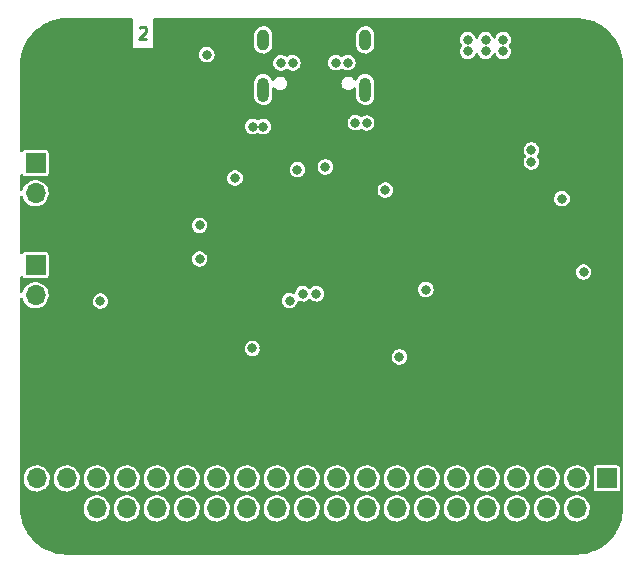
<source format=gbr>
%TF.GenerationSoftware,KiCad,Pcbnew,6.0.11-2627ca5db0~126~ubuntu20.04.1*%
%TF.CreationDate,2023-02-28T17:49:04+07:00*%
%TF.ProjectId,CY7C68013A-56-SSOP,43593743-3638-4303-9133-412d35362d53,rev?*%
%TF.SameCoordinates,Original*%
%TF.FileFunction,Copper,L2,Inr*%
%TF.FilePolarity,Positive*%
%FSLAX46Y46*%
G04 Gerber Fmt 4.6, Leading zero omitted, Abs format (unit mm)*
G04 Created by KiCad (PCBNEW 6.0.11-2627ca5db0~126~ubuntu20.04.1) date 2023-02-28 17:49:04*
%MOMM*%
%LPD*%
G01*
G04 APERTURE LIST*
%ADD10C,0.250000*%
%TA.AperFunction,NonConductor*%
%ADD11C,0.250000*%
%TD*%
%TA.AperFunction,ComponentPad*%
%ADD12C,0.800000*%
%TD*%
%TA.AperFunction,ComponentPad*%
%ADD13C,6.400000*%
%TD*%
%TA.AperFunction,ComponentPad*%
%ADD14R,1.700000X1.700000*%
%TD*%
%TA.AperFunction,ComponentPad*%
%ADD15O,1.700000X1.700000*%
%TD*%
%TA.AperFunction,ComponentPad*%
%ADD16O,1.000000X2.100000*%
%TD*%
%TA.AperFunction,ComponentPad*%
%ADD17O,1.000000X1.800000*%
%TD*%
%TA.AperFunction,ViaPad*%
%ADD18C,0.800000*%
%TD*%
G04 APERTURE END LIST*
D10*
D11*
X125359485Y-80361819D02*
X125407104Y-80314200D01*
X125502342Y-80266580D01*
X125740438Y-80266580D01*
X125835676Y-80314200D01*
X125883295Y-80361819D01*
X125930914Y-80457057D01*
X125930914Y-80552295D01*
X125883295Y-80695152D01*
X125311866Y-81266580D01*
X125930914Y-81266580D01*
D12*
%TO.N,GND*%
%TO.C,H2*%
X119171800Y-85889324D03*
X117474744Y-85186380D03*
X121571800Y-83489324D03*
X116771800Y-83489324D03*
X120868856Y-81792268D03*
D13*
X119171800Y-83489324D03*
D12*
X117474744Y-81792268D03*
X119171800Y-81089324D03*
X120868856Y-85186380D03*
%TD*%
D13*
%TO.N,GND*%
%TO.C,H4*%
X119171800Y-110885200D03*
D12*
X117474744Y-109188144D03*
X119171800Y-113285200D03*
X120868856Y-112582256D03*
X117474744Y-112582256D03*
X119171800Y-108485200D03*
X116771800Y-110885200D03*
X121571800Y-110885200D03*
X120868856Y-109188144D03*
%TD*%
D14*
%TO.N,Net-(J1-Pad1)*%
%TO.C,J1*%
X116535200Y-91816000D03*
D15*
%TO.N,+3V3*%
X116535200Y-94356000D03*
%TD*%
D12*
%TO.N,GND*%
%TO.C,H3*%
X159951800Y-83489324D03*
X160654744Y-85186380D03*
X164751800Y-83489324D03*
X162351800Y-85889324D03*
X164048856Y-81792268D03*
D13*
X162351800Y-83489324D03*
D12*
X160654744Y-81792268D03*
X162351800Y-81089324D03*
X164048856Y-85186380D03*
%TD*%
D14*
%TO.N,+3V3*%
%TO.C,J2*%
X116535200Y-100452000D03*
D15*
%TO.N,Net-(J2-Pad2)*%
X116535200Y-102992000D03*
%TD*%
D14*
%TO.N,VBUS*%
%TO.C,J4*%
X164891800Y-118505200D03*
D15*
%TO.N,GND*%
X164891800Y-121045200D03*
%TO.N,+3V3*%
X162351800Y-118505200D03*
%TO.N,/PD5*%
X162351800Y-121045200D03*
%TO.N,/PD6*%
X159811800Y-118505200D03*
%TO.N,/PD7*%
X159811800Y-121045200D03*
%TO.N,/CLKOUT*%
X157271800Y-118505200D03*
%TO.N,/RDY0*%
X157271800Y-121045200D03*
%TO.N,/RDY1*%
X154731800Y-118505200D03*
%TO.N,/PD4*%
X154731800Y-121045200D03*
%TO.N,/PD3*%
X152191800Y-118505200D03*
%TO.N,/PD2*%
X152191800Y-121045200D03*
%TO.N,/PD1*%
X149651800Y-118505200D03*
%TO.N,/PD0*%
X149651800Y-121045200D03*
%TO.N,/RST*%
X147111800Y-118505200D03*
%TO.N,/PA7*%
X147111800Y-121045200D03*
%TO.N,/PA6*%
X144571800Y-118505200D03*
%TO.N,/PA5*%
X144571800Y-121045200D03*
%TO.N,/PA4*%
X142031800Y-118505200D03*
%TO.N,/PA3*%
X142031800Y-121045200D03*
%TO.N,/PA2*%
X139491800Y-118505200D03*
%TO.N,/PA1*%
X139491800Y-121045200D03*
%TO.N,/PA0*%
X136951800Y-118505200D03*
%TO.N,/CTL2*%
X136951800Y-121045200D03*
%TO.N,/CTL1*%
X134411800Y-118505200D03*
%TO.N,/CTL0*%
X134411800Y-121045200D03*
%TO.N,/PB7*%
X131871800Y-118505200D03*
%TO.N,/PB6*%
X131871800Y-121045200D03*
%TO.N,/PB5*%
X129331800Y-118505200D03*
%TO.N,/PB4*%
X129331800Y-121045200D03*
%TO.N,/IFCLK*%
X126791800Y-118505200D03*
%TO.N,/PB0*%
X126791800Y-121045200D03*
%TO.N,/PB1*%
X124251800Y-118505200D03*
%TO.N,/PB2*%
X124251800Y-121045200D03*
%TO.N,/PB3*%
X121711800Y-118505200D03*
%TO.N,unconnected-(J4-Pad36)*%
X121711800Y-121045200D03*
%TO.N,+3V3*%
X119171800Y-118505200D03*
%TO.N,GND*%
X119171800Y-121045200D03*
%TO.N,+3V3*%
X116631800Y-118505200D03*
%TO.N,GND*%
X116631800Y-121045200D03*
%TD*%
D12*
%TO.N,GND*%
%TO.C,H1*%
X162351800Y-108485200D03*
D13*
X162351800Y-110885200D03*
D12*
X162351800Y-113285200D03*
X160654744Y-109188144D03*
X160654744Y-112582256D03*
X159951800Y-110885200D03*
X164048856Y-112582256D03*
X164751800Y-110885200D03*
X164048856Y-109188144D03*
%TD*%
D16*
%TO.N,Earth_Protective*%
%TO.C,J5*%
X144451800Y-85579200D03*
X135811800Y-85579200D03*
D17*
X135811800Y-81379200D03*
X144451800Y-81379200D03*
%TD*%
D18*
%TO.N,GND*%
X143570200Y-89514200D03*
X149820200Y-91114200D03*
%TO.N,VBUS*%
X143620200Y-88389200D03*
X144574833Y-88408211D03*
X158520200Y-91714200D03*
X158520200Y-90689200D03*
X134920200Y-88714200D03*
X135820200Y-88714200D03*
%TO.N,GND*%
X141095200Y-90914200D03*
X151180800Y-90424000D03*
X139170200Y-90914200D03*
X144470200Y-87414200D03*
X137370200Y-81764200D03*
X155321000Y-94640400D03*
X133170200Y-85564200D03*
X126445200Y-103894200D03*
X141095200Y-89914200D03*
X138531600Y-107924600D03*
X133096000Y-82651600D03*
X139070200Y-81214200D03*
X153949400Y-94640400D03*
X135898903Y-107492800D03*
X143611600Y-103352600D03*
X139170200Y-87914200D03*
X156921200Y-95605600D03*
X140570200Y-81764200D03*
X147769137Y-94057925D03*
X139170200Y-89914200D03*
X160985200Y-96520000D03*
X135820200Y-87439200D03*
X134920200Y-87439200D03*
X141095200Y-87914200D03*
X145395200Y-87414200D03*
X145520200Y-108189200D03*
X136728800Y-94056200D03*
X142470200Y-82364200D03*
X139170200Y-88914200D03*
X145059400Y-94049498D03*
X148295200Y-83539200D03*
X142570200Y-92514200D03*
X141095200Y-88914200D03*
X134162800Y-91541600D03*
X149170200Y-81914200D03*
X152323800Y-95605600D03*
X137245200Y-92489200D03*
X124739400Y-88620600D03*
%TO.N,+3V3*%
X156135200Y-81356200D03*
X131038600Y-82626200D03*
X146151600Y-94081600D03*
X134899400Y-107492800D03*
X156135200Y-82356200D03*
X161112200Y-94818200D03*
X153135200Y-81356200D03*
X122035200Y-103494200D03*
X141071600Y-92125800D03*
X133426200Y-93065600D03*
X154635200Y-82356200D03*
X138709400Y-92354400D03*
X138049000Y-103449498D03*
X154635200Y-81356200D03*
X153135200Y-82356200D03*
X147345200Y-108214200D03*
%TO.N,/RST*%
X162941000Y-101041200D03*
X149580600Y-102514400D03*
%TO.N,/D-*%
X142970200Y-83303033D03*
X138320200Y-83314200D03*
%TO.N,/D+*%
X141970200Y-83303033D03*
X137320200Y-83314200D03*
%TO.N,/PA0*%
X139166600Y-102870000D03*
X130429000Y-99923600D03*
%TO.N,/PA1*%
X130429000Y-97078800D03*
X140309600Y-102870000D03*
%TD*%
%TA.AperFunction,Conductor*%
%TO.N,GND*%
G36*
X124731631Y-79563902D02*
G01*
X124778124Y-79617558D01*
X124789510Y-79669900D01*
X124789510Y-82061200D01*
X126500891Y-82061200D01*
X126500891Y-81823253D01*
X135057300Y-81823253D01*
X135072538Y-81953954D01*
X135075034Y-81960831D01*
X135075035Y-81960834D01*
X135118617Y-82080900D01*
X135132568Y-82119334D01*
X135229034Y-82266468D01*
X135356760Y-82387464D01*
X135508896Y-82475832D01*
X135677280Y-82526830D01*
X135852880Y-82537724D01*
X135860096Y-82536484D01*
X135860098Y-82536484D01*
X136019062Y-82509169D01*
X136019064Y-82509168D01*
X136026277Y-82507929D01*
X136188168Y-82439044D01*
X136329871Y-82334763D01*
X136443782Y-82200680D01*
X136466001Y-82157166D01*
X136520466Y-82050505D01*
X136520468Y-82050500D01*
X136523793Y-82043988D01*
X136531943Y-82010684D01*
X136547604Y-81946682D01*
X136565611Y-81873092D01*
X136566300Y-81861986D01*
X136566300Y-81823253D01*
X143697300Y-81823253D01*
X143712538Y-81953954D01*
X143715034Y-81960831D01*
X143715035Y-81960834D01*
X143758617Y-82080900D01*
X143772568Y-82119334D01*
X143869034Y-82266468D01*
X143996760Y-82387464D01*
X144148896Y-82475832D01*
X144317280Y-82526830D01*
X144492880Y-82537724D01*
X144500096Y-82536484D01*
X144500098Y-82536484D01*
X144659062Y-82509169D01*
X144659064Y-82509168D01*
X144666277Y-82507929D01*
X144828168Y-82439044D01*
X144950123Y-82349296D01*
X152475929Y-82349296D01*
X152479587Y-82382428D01*
X152489494Y-82472158D01*
X152493313Y-82506753D01*
X152495923Y-82513884D01*
X152495923Y-82513886D01*
X152538537Y-82630334D01*
X152547753Y-82655519D01*
X152551989Y-82661822D01*
X152551989Y-82661823D01*
X152629968Y-82777867D01*
X152636108Y-82787005D01*
X152641727Y-82792118D01*
X152641728Y-82792119D01*
X152747660Y-82888509D01*
X152753276Y-82893619D01*
X152892493Y-82969208D01*
X153045722Y-83009407D01*
X153129677Y-83010726D01*
X153196519Y-83011776D01*
X153196522Y-83011776D01*
X153204116Y-83011895D01*
X153358532Y-82976529D01*
X153447421Y-82931823D01*
X153493272Y-82908763D01*
X153493275Y-82908761D01*
X153500055Y-82905351D01*
X153505826Y-82900422D01*
X153505829Y-82900420D01*
X153614736Y-82807404D01*
X153614736Y-82807403D01*
X153620514Y-82802469D01*
X153712955Y-82673824D01*
X153715789Y-82666775D01*
X153715792Y-82666769D01*
X153767804Y-82537384D01*
X153769289Y-82533689D01*
X153813255Y-82477944D01*
X153880380Y-82454819D01*
X153949352Y-82471656D01*
X153998271Y-82523108D01*
X154004522Y-82537384D01*
X154038537Y-82630334D01*
X154047753Y-82655519D01*
X154051989Y-82661822D01*
X154051989Y-82661823D01*
X154129968Y-82777867D01*
X154136108Y-82787005D01*
X154141727Y-82792118D01*
X154141728Y-82792119D01*
X154247660Y-82888509D01*
X154253276Y-82893619D01*
X154392493Y-82969208D01*
X154545722Y-83009407D01*
X154629677Y-83010726D01*
X154696519Y-83011776D01*
X154696522Y-83011776D01*
X154704116Y-83011895D01*
X154858532Y-82976529D01*
X154947421Y-82931823D01*
X154993272Y-82908763D01*
X154993275Y-82908761D01*
X155000055Y-82905351D01*
X155005826Y-82900422D01*
X155005829Y-82900420D01*
X155114736Y-82807404D01*
X155114736Y-82807403D01*
X155120514Y-82802469D01*
X155212955Y-82673824D01*
X155215789Y-82666775D01*
X155215792Y-82666769D01*
X155267804Y-82537384D01*
X155269289Y-82533689D01*
X155313255Y-82477944D01*
X155380380Y-82454819D01*
X155449352Y-82471656D01*
X155498271Y-82523108D01*
X155504522Y-82537384D01*
X155538537Y-82630334D01*
X155547753Y-82655519D01*
X155551989Y-82661822D01*
X155551989Y-82661823D01*
X155629968Y-82777867D01*
X155636108Y-82787005D01*
X155641727Y-82792118D01*
X155641728Y-82792119D01*
X155747660Y-82888509D01*
X155753276Y-82893619D01*
X155892493Y-82969208D01*
X156045722Y-83009407D01*
X156129677Y-83010726D01*
X156196519Y-83011776D01*
X156196522Y-83011776D01*
X156204116Y-83011895D01*
X156358532Y-82976529D01*
X156447421Y-82931823D01*
X156493272Y-82908763D01*
X156493275Y-82908761D01*
X156500055Y-82905351D01*
X156505826Y-82900422D01*
X156505829Y-82900420D01*
X156614736Y-82807404D01*
X156614736Y-82807403D01*
X156620514Y-82802469D01*
X156712955Y-82673824D01*
X156772042Y-82526841D01*
X156794362Y-82370007D01*
X156794507Y-82356200D01*
X156775476Y-82198933D01*
X156719480Y-82050746D01*
X156660118Y-81964373D01*
X156634039Y-81926428D01*
X156611939Y-81858959D01*
X156629825Y-81790252D01*
X156635549Y-81781545D01*
X156712955Y-81673824D01*
X156772042Y-81526841D01*
X156788341Y-81412314D01*
X156793781Y-81374091D01*
X156793781Y-81374088D01*
X156794362Y-81370007D01*
X156794507Y-81356200D01*
X156775476Y-81198933D01*
X156719480Y-81050746D01*
X156642549Y-80938810D01*
X156634055Y-80926451D01*
X156634054Y-80926449D01*
X156629753Y-80920192D01*
X156511475Y-80814811D01*
X156504089Y-80810900D01*
X156378188Y-80744239D01*
X156378189Y-80744239D01*
X156371474Y-80740684D01*
X156217833Y-80702092D01*
X156210234Y-80702052D01*
X156210233Y-80702052D01*
X156144381Y-80701707D01*
X156059421Y-80701262D01*
X156052041Y-80703034D01*
X156052039Y-80703034D01*
X155912763Y-80736471D01*
X155912760Y-80736472D01*
X155905384Y-80738243D01*
X155764614Y-80810900D01*
X155645239Y-80915038D01*
X155554150Y-81044644D01*
X155551390Y-81051724D01*
X155551388Y-81051727D01*
X155502260Y-81177735D01*
X155458880Y-81233937D01*
X155392001Y-81257764D01*
X155322857Y-81241651D01*
X155273401Y-81190713D01*
X155267001Y-81176505D01*
X155219480Y-81050746D01*
X155142549Y-80938810D01*
X155134055Y-80926451D01*
X155134054Y-80926449D01*
X155129753Y-80920192D01*
X155011475Y-80814811D01*
X155004089Y-80810900D01*
X154878188Y-80744239D01*
X154878189Y-80744239D01*
X154871474Y-80740684D01*
X154717833Y-80702092D01*
X154710234Y-80702052D01*
X154710233Y-80702052D01*
X154644381Y-80701707D01*
X154559421Y-80701262D01*
X154552041Y-80703034D01*
X154552039Y-80703034D01*
X154412763Y-80736471D01*
X154412760Y-80736472D01*
X154405384Y-80738243D01*
X154264614Y-80810900D01*
X154145239Y-80915038D01*
X154054150Y-81044644D01*
X154051390Y-81051724D01*
X154051388Y-81051727D01*
X154002260Y-81177735D01*
X153958880Y-81233937D01*
X153892001Y-81257764D01*
X153822857Y-81241651D01*
X153773401Y-81190713D01*
X153767001Y-81176505D01*
X153719480Y-81050746D01*
X153642549Y-80938810D01*
X153634055Y-80926451D01*
X153634054Y-80926449D01*
X153629753Y-80920192D01*
X153511475Y-80814811D01*
X153504089Y-80810900D01*
X153378188Y-80744239D01*
X153378189Y-80744239D01*
X153371474Y-80740684D01*
X153217833Y-80702092D01*
X153210234Y-80702052D01*
X153210233Y-80702052D01*
X153144381Y-80701707D01*
X153059421Y-80701262D01*
X153052041Y-80703034D01*
X153052039Y-80703034D01*
X152912763Y-80736471D01*
X152912760Y-80736472D01*
X152905384Y-80738243D01*
X152764614Y-80810900D01*
X152645239Y-80915038D01*
X152554150Y-81044644D01*
X152549002Y-81057849D01*
X152502740Y-81176505D01*
X152496606Y-81192237D01*
X152495614Y-81199770D01*
X152495614Y-81199771D01*
X152490101Y-81241651D01*
X152475929Y-81349296D01*
X152493313Y-81506753D01*
X152495923Y-81513884D01*
X152495923Y-81513886D01*
X152529267Y-81605002D01*
X152547753Y-81655519D01*
X152551989Y-81661822D01*
X152551989Y-81661823D01*
X152636108Y-81787005D01*
X152633309Y-81788886D01*
X152656435Y-81839728D01*
X152646226Y-81909987D01*
X152634780Y-81929920D01*
X152554150Y-82044644D01*
X152527712Y-82112455D01*
X152499373Y-82185141D01*
X152496606Y-82192237D01*
X152495614Y-82199770D01*
X152495614Y-82199771D01*
X152477271Y-82339104D01*
X152475929Y-82349296D01*
X144950123Y-82349296D01*
X144969871Y-82334763D01*
X145083782Y-82200680D01*
X145106001Y-82157166D01*
X145160466Y-82050505D01*
X145160468Y-82050500D01*
X145163793Y-82043988D01*
X145171943Y-82010684D01*
X145187604Y-81946682D01*
X145205611Y-81873092D01*
X145206300Y-81861986D01*
X145206300Y-80935147D01*
X145192396Y-80815889D01*
X145191910Y-80811718D01*
X145191910Y-80811716D01*
X145191062Y-80804446D01*
X145167032Y-80738243D01*
X145133529Y-80645945D01*
X145131032Y-80639066D01*
X145034566Y-80491932D01*
X144906840Y-80370936D01*
X144754704Y-80282568D01*
X144586320Y-80231570D01*
X144410720Y-80220676D01*
X144403504Y-80221916D01*
X144403502Y-80221916D01*
X144244538Y-80249231D01*
X144244536Y-80249232D01*
X144237323Y-80250471D01*
X144075432Y-80319356D01*
X143933729Y-80423637D01*
X143819818Y-80557720D01*
X143809595Y-80577741D01*
X143743134Y-80707895D01*
X143743132Y-80707900D01*
X143739807Y-80714412D01*
X143738068Y-80721518D01*
X143738067Y-80721521D01*
X143732508Y-80744239D01*
X143697989Y-80885308D01*
X143697300Y-80896414D01*
X143697300Y-81823253D01*
X136566300Y-81823253D01*
X136566300Y-80935147D01*
X136552396Y-80815889D01*
X136551910Y-80811718D01*
X136551910Y-80811716D01*
X136551062Y-80804446D01*
X136527032Y-80738243D01*
X136493529Y-80645945D01*
X136491032Y-80639066D01*
X136394566Y-80491932D01*
X136266840Y-80370936D01*
X136114704Y-80282568D01*
X135946320Y-80231570D01*
X135770720Y-80220676D01*
X135763504Y-80221916D01*
X135763502Y-80221916D01*
X135604538Y-80249231D01*
X135604536Y-80249232D01*
X135597323Y-80250471D01*
X135435432Y-80319356D01*
X135293729Y-80423637D01*
X135179818Y-80557720D01*
X135169595Y-80577741D01*
X135103134Y-80707895D01*
X135103132Y-80707900D01*
X135099807Y-80714412D01*
X135098068Y-80721518D01*
X135098067Y-80721521D01*
X135092508Y-80744239D01*
X135057989Y-80885308D01*
X135057300Y-80896414D01*
X135057300Y-81823253D01*
X126500891Y-81823253D01*
X126500891Y-79669900D01*
X126520893Y-79601779D01*
X126574549Y-79555286D01*
X126626891Y-79543900D01*
X162314324Y-79543900D01*
X162338903Y-79546321D01*
X162351800Y-79548886D01*
X162363970Y-79546465D01*
X162375311Y-79546465D01*
X162387478Y-79545549D01*
X162710023Y-79560462D01*
X162721606Y-79561536D01*
X162834264Y-79577251D01*
X163071002Y-79610274D01*
X163082442Y-79612413D01*
X163265444Y-79655454D01*
X163425853Y-79693182D01*
X163437029Y-79696362D01*
X163771534Y-79808478D01*
X163782359Y-79812671D01*
X164105048Y-79955153D01*
X164105098Y-79955175D01*
X164115515Y-79960363D01*
X164423697Y-80132020D01*
X164433592Y-80138146D01*
X164724636Y-80337516D01*
X164733924Y-80344530D01*
X165005326Y-80569900D01*
X165013927Y-80577741D01*
X165082130Y-80645945D01*
X165263379Y-80827195D01*
X165271219Y-80835796D01*
X165496579Y-81107189D01*
X165503593Y-81116476D01*
X165702960Y-81407519D01*
X165709087Y-81417414D01*
X165880752Y-81725613D01*
X165885934Y-81736020D01*
X166025331Y-82051727D01*
X166028431Y-82058748D01*
X166032627Y-82069578D01*
X166144741Y-82404084D01*
X166147925Y-82415278D01*
X166228691Y-82758678D01*
X166230829Y-82770114D01*
X166279567Y-83119511D01*
X166279567Y-83119514D01*
X166280641Y-83131099D01*
X166286055Y-83248224D01*
X166295555Y-83453746D01*
X166294659Y-83465660D01*
X166294659Y-83477151D01*
X166292238Y-83489323D01*
X166294659Y-83501495D01*
X166294803Y-83502219D01*
X166297224Y-83526799D01*
X166297224Y-120972724D01*
X166294803Y-120997303D01*
X166292238Y-121010200D01*
X166294659Y-121022370D01*
X166294659Y-121033710D01*
X166295575Y-121045877D01*
X166287584Y-121218722D01*
X166280663Y-121368420D01*
X166279589Y-121380009D01*
X166230850Y-121729406D01*
X166228711Y-121740846D01*
X166153555Y-122060392D01*
X166147944Y-122084247D01*
X166144762Y-122095432D01*
X166125496Y-122152912D01*
X166032649Y-122429928D01*
X166028445Y-122440780D01*
X165885950Y-122763502D01*
X165880762Y-122773920D01*
X165709105Y-123082103D01*
X165702979Y-123091998D01*
X165503604Y-123383049D01*
X165496590Y-123392336D01*
X165271225Y-123663734D01*
X165263384Y-123672335D01*
X165013935Y-123921784D01*
X165005334Y-123929625D01*
X164733936Y-124154990D01*
X164724649Y-124162004D01*
X164433598Y-124361379D01*
X164423703Y-124367505D01*
X164115520Y-124539162D01*
X164105102Y-124544350D01*
X163782380Y-124686845D01*
X163771528Y-124691049D01*
X163604284Y-124747104D01*
X163437032Y-124803162D01*
X163425856Y-124806342D01*
X163148735Y-124871520D01*
X163082446Y-124887111D01*
X163071006Y-124889250D01*
X162721609Y-124937989D01*
X162710020Y-124939063D01*
X162387477Y-124953975D01*
X162375310Y-124953059D01*
X162363970Y-124953059D01*
X162351800Y-124950638D01*
X162338903Y-124953203D01*
X162314324Y-124955624D01*
X119209276Y-124955624D01*
X119184697Y-124953203D01*
X119171800Y-124950638D01*
X119159630Y-124953059D01*
X119148290Y-124953059D01*
X119136123Y-124953975D01*
X118813580Y-124939063D01*
X118801991Y-124937989D01*
X118452594Y-124889250D01*
X118441154Y-124887111D01*
X118374865Y-124871520D01*
X118097744Y-124806342D01*
X118086568Y-124803162D01*
X117919316Y-124747104D01*
X117752072Y-124691049D01*
X117741220Y-124686845D01*
X117418498Y-124544350D01*
X117408080Y-124539162D01*
X117099897Y-124367505D01*
X117090002Y-124361379D01*
X116798951Y-124162004D01*
X116789664Y-124154990D01*
X116518266Y-123929625D01*
X116509665Y-123921784D01*
X116260216Y-123672335D01*
X116252375Y-123663734D01*
X116027010Y-123392336D01*
X116019996Y-123383049D01*
X115820621Y-123091998D01*
X115814495Y-123082103D01*
X115642838Y-122773920D01*
X115637650Y-122763502D01*
X115495155Y-122440780D01*
X115490951Y-122429928D01*
X115398104Y-122152912D01*
X115378838Y-122095432D01*
X115375656Y-122084247D01*
X115370046Y-122060392D01*
X115294889Y-121740846D01*
X115292750Y-121729406D01*
X115244011Y-121380009D01*
X115242937Y-121368420D01*
X115236016Y-121218722D01*
X115228025Y-121045877D01*
X115228941Y-121033710D01*
X115228941Y-121022370D01*
X115230176Y-121016164D01*
X120602948Y-121016164D01*
X120616224Y-121218722D01*
X120617645Y-121224318D01*
X120617646Y-121224323D01*
X120657186Y-121380009D01*
X120666192Y-121415469D01*
X120668609Y-121420712D01*
X120705810Y-121501408D01*
X120751177Y-121599816D01*
X120754510Y-121604532D01*
X120842762Y-121729406D01*
X120868333Y-121765589D01*
X121013738Y-121907235D01*
X121182520Y-122020012D01*
X121187823Y-122022290D01*
X121187826Y-122022292D01*
X121358086Y-122095441D01*
X121369028Y-122100142D01*
X121442044Y-122116664D01*
X121561379Y-122143667D01*
X121561384Y-122143668D01*
X121567016Y-122144942D01*
X121572787Y-122145169D01*
X121572789Y-122145169D01*
X121632556Y-122147517D01*
X121769853Y-122152912D01*
X121870299Y-122138348D01*
X121965031Y-122124613D01*
X121965036Y-122124612D01*
X121970745Y-122123784D01*
X121976209Y-122121929D01*
X121976214Y-122121928D01*
X122157493Y-122060392D01*
X122157498Y-122060390D01*
X122162965Y-122058534D01*
X122340076Y-121959347D01*
X122402734Y-121907235D01*
X122491713Y-121833231D01*
X122496145Y-121829545D01*
X122569916Y-121740846D01*
X122622253Y-121677918D01*
X122622255Y-121677915D01*
X122625947Y-121673476D01*
X122725134Y-121496365D01*
X122726990Y-121490898D01*
X122726992Y-121490893D01*
X122788528Y-121309614D01*
X122788529Y-121309609D01*
X122790384Y-121304145D01*
X122791212Y-121298436D01*
X122791213Y-121298431D01*
X122818979Y-121106927D01*
X122819512Y-121103253D01*
X122821032Y-121045200D01*
X122818364Y-121016164D01*
X123142948Y-121016164D01*
X123156224Y-121218722D01*
X123157645Y-121224318D01*
X123157646Y-121224323D01*
X123197186Y-121380009D01*
X123206192Y-121415469D01*
X123208609Y-121420712D01*
X123245810Y-121501408D01*
X123291177Y-121599816D01*
X123294510Y-121604532D01*
X123382762Y-121729406D01*
X123408333Y-121765589D01*
X123553738Y-121907235D01*
X123722520Y-122020012D01*
X123727823Y-122022290D01*
X123727826Y-122022292D01*
X123898086Y-122095441D01*
X123909028Y-122100142D01*
X123982044Y-122116664D01*
X124101379Y-122143667D01*
X124101384Y-122143668D01*
X124107016Y-122144942D01*
X124112787Y-122145169D01*
X124112789Y-122145169D01*
X124172556Y-122147517D01*
X124309853Y-122152912D01*
X124410299Y-122138348D01*
X124505031Y-122124613D01*
X124505036Y-122124612D01*
X124510745Y-122123784D01*
X124516209Y-122121929D01*
X124516214Y-122121928D01*
X124697493Y-122060392D01*
X124697498Y-122060390D01*
X124702965Y-122058534D01*
X124880076Y-121959347D01*
X124942734Y-121907235D01*
X125031713Y-121833231D01*
X125036145Y-121829545D01*
X125109916Y-121740846D01*
X125162253Y-121677918D01*
X125162255Y-121677915D01*
X125165947Y-121673476D01*
X125265134Y-121496365D01*
X125266990Y-121490898D01*
X125266992Y-121490893D01*
X125328528Y-121309614D01*
X125328529Y-121309609D01*
X125330384Y-121304145D01*
X125331212Y-121298436D01*
X125331213Y-121298431D01*
X125358979Y-121106927D01*
X125359512Y-121103253D01*
X125361032Y-121045200D01*
X125358364Y-121016164D01*
X125682948Y-121016164D01*
X125696224Y-121218722D01*
X125697645Y-121224318D01*
X125697646Y-121224323D01*
X125737186Y-121380009D01*
X125746192Y-121415469D01*
X125748609Y-121420712D01*
X125785810Y-121501408D01*
X125831177Y-121599816D01*
X125834510Y-121604532D01*
X125922762Y-121729406D01*
X125948333Y-121765589D01*
X126093738Y-121907235D01*
X126262520Y-122020012D01*
X126267823Y-122022290D01*
X126267826Y-122022292D01*
X126438086Y-122095441D01*
X126449028Y-122100142D01*
X126522044Y-122116664D01*
X126641379Y-122143667D01*
X126641384Y-122143668D01*
X126647016Y-122144942D01*
X126652787Y-122145169D01*
X126652789Y-122145169D01*
X126712556Y-122147517D01*
X126849853Y-122152912D01*
X126950299Y-122138348D01*
X127045031Y-122124613D01*
X127045036Y-122124612D01*
X127050745Y-122123784D01*
X127056209Y-122121929D01*
X127056214Y-122121928D01*
X127237493Y-122060392D01*
X127237498Y-122060390D01*
X127242965Y-122058534D01*
X127420076Y-121959347D01*
X127482734Y-121907235D01*
X127571713Y-121833231D01*
X127576145Y-121829545D01*
X127649916Y-121740846D01*
X127702253Y-121677918D01*
X127702255Y-121677915D01*
X127705947Y-121673476D01*
X127805134Y-121496365D01*
X127806990Y-121490898D01*
X127806992Y-121490893D01*
X127868528Y-121309614D01*
X127868529Y-121309609D01*
X127870384Y-121304145D01*
X127871212Y-121298436D01*
X127871213Y-121298431D01*
X127898979Y-121106927D01*
X127899512Y-121103253D01*
X127901032Y-121045200D01*
X127898364Y-121016164D01*
X128222948Y-121016164D01*
X128236224Y-121218722D01*
X128237645Y-121224318D01*
X128237646Y-121224323D01*
X128277186Y-121380009D01*
X128286192Y-121415469D01*
X128288609Y-121420712D01*
X128325810Y-121501408D01*
X128371177Y-121599816D01*
X128374510Y-121604532D01*
X128462762Y-121729406D01*
X128488333Y-121765589D01*
X128633738Y-121907235D01*
X128802520Y-122020012D01*
X128807823Y-122022290D01*
X128807826Y-122022292D01*
X128978086Y-122095441D01*
X128989028Y-122100142D01*
X129062044Y-122116664D01*
X129181379Y-122143667D01*
X129181384Y-122143668D01*
X129187016Y-122144942D01*
X129192787Y-122145169D01*
X129192789Y-122145169D01*
X129252556Y-122147517D01*
X129389853Y-122152912D01*
X129490299Y-122138348D01*
X129585031Y-122124613D01*
X129585036Y-122124612D01*
X129590745Y-122123784D01*
X129596209Y-122121929D01*
X129596214Y-122121928D01*
X129777493Y-122060392D01*
X129777498Y-122060390D01*
X129782965Y-122058534D01*
X129960076Y-121959347D01*
X130022734Y-121907235D01*
X130111713Y-121833231D01*
X130116145Y-121829545D01*
X130189916Y-121740846D01*
X130242253Y-121677918D01*
X130242255Y-121677915D01*
X130245947Y-121673476D01*
X130345134Y-121496365D01*
X130346990Y-121490898D01*
X130346992Y-121490893D01*
X130408528Y-121309614D01*
X130408529Y-121309609D01*
X130410384Y-121304145D01*
X130411212Y-121298436D01*
X130411213Y-121298431D01*
X130438979Y-121106927D01*
X130439512Y-121103253D01*
X130441032Y-121045200D01*
X130438364Y-121016164D01*
X130762948Y-121016164D01*
X130776224Y-121218722D01*
X130777645Y-121224318D01*
X130777646Y-121224323D01*
X130817186Y-121380009D01*
X130826192Y-121415469D01*
X130828609Y-121420712D01*
X130865810Y-121501408D01*
X130911177Y-121599816D01*
X130914510Y-121604532D01*
X131002762Y-121729406D01*
X131028333Y-121765589D01*
X131173738Y-121907235D01*
X131342520Y-122020012D01*
X131347823Y-122022290D01*
X131347826Y-122022292D01*
X131518086Y-122095441D01*
X131529028Y-122100142D01*
X131602044Y-122116664D01*
X131721379Y-122143667D01*
X131721384Y-122143668D01*
X131727016Y-122144942D01*
X131732787Y-122145169D01*
X131732789Y-122145169D01*
X131792556Y-122147517D01*
X131929853Y-122152912D01*
X132030299Y-122138348D01*
X132125031Y-122124613D01*
X132125036Y-122124612D01*
X132130745Y-122123784D01*
X132136209Y-122121929D01*
X132136214Y-122121928D01*
X132317493Y-122060392D01*
X132317498Y-122060390D01*
X132322965Y-122058534D01*
X132500076Y-121959347D01*
X132562734Y-121907235D01*
X132651713Y-121833231D01*
X132656145Y-121829545D01*
X132729916Y-121740846D01*
X132782253Y-121677918D01*
X132782255Y-121677915D01*
X132785947Y-121673476D01*
X132885134Y-121496365D01*
X132886990Y-121490898D01*
X132886992Y-121490893D01*
X132948528Y-121309614D01*
X132948529Y-121309609D01*
X132950384Y-121304145D01*
X132951212Y-121298436D01*
X132951213Y-121298431D01*
X132978979Y-121106927D01*
X132979512Y-121103253D01*
X132981032Y-121045200D01*
X132978364Y-121016164D01*
X133302948Y-121016164D01*
X133316224Y-121218722D01*
X133317645Y-121224318D01*
X133317646Y-121224323D01*
X133357186Y-121380009D01*
X133366192Y-121415469D01*
X133368609Y-121420712D01*
X133405810Y-121501408D01*
X133451177Y-121599816D01*
X133454510Y-121604532D01*
X133542762Y-121729406D01*
X133568333Y-121765589D01*
X133713738Y-121907235D01*
X133882520Y-122020012D01*
X133887823Y-122022290D01*
X133887826Y-122022292D01*
X134058086Y-122095441D01*
X134069028Y-122100142D01*
X134142044Y-122116664D01*
X134261379Y-122143667D01*
X134261384Y-122143668D01*
X134267016Y-122144942D01*
X134272787Y-122145169D01*
X134272789Y-122145169D01*
X134332556Y-122147517D01*
X134469853Y-122152912D01*
X134570299Y-122138348D01*
X134665031Y-122124613D01*
X134665036Y-122124612D01*
X134670745Y-122123784D01*
X134676209Y-122121929D01*
X134676214Y-122121928D01*
X134857493Y-122060392D01*
X134857498Y-122060390D01*
X134862965Y-122058534D01*
X135040076Y-121959347D01*
X135102734Y-121907235D01*
X135191713Y-121833231D01*
X135196145Y-121829545D01*
X135269916Y-121740846D01*
X135322253Y-121677918D01*
X135322255Y-121677915D01*
X135325947Y-121673476D01*
X135425134Y-121496365D01*
X135426990Y-121490898D01*
X135426992Y-121490893D01*
X135488528Y-121309614D01*
X135488529Y-121309609D01*
X135490384Y-121304145D01*
X135491212Y-121298436D01*
X135491213Y-121298431D01*
X135518979Y-121106927D01*
X135519512Y-121103253D01*
X135521032Y-121045200D01*
X135518364Y-121016164D01*
X135842948Y-121016164D01*
X135856224Y-121218722D01*
X135857645Y-121224318D01*
X135857646Y-121224323D01*
X135897186Y-121380009D01*
X135906192Y-121415469D01*
X135908609Y-121420712D01*
X135945810Y-121501408D01*
X135991177Y-121599816D01*
X135994510Y-121604532D01*
X136082762Y-121729406D01*
X136108333Y-121765589D01*
X136253738Y-121907235D01*
X136422520Y-122020012D01*
X136427823Y-122022290D01*
X136427826Y-122022292D01*
X136598086Y-122095441D01*
X136609028Y-122100142D01*
X136682044Y-122116664D01*
X136801379Y-122143667D01*
X136801384Y-122143668D01*
X136807016Y-122144942D01*
X136812787Y-122145169D01*
X136812789Y-122145169D01*
X136872556Y-122147517D01*
X137009853Y-122152912D01*
X137110299Y-122138348D01*
X137205031Y-122124613D01*
X137205036Y-122124612D01*
X137210745Y-122123784D01*
X137216209Y-122121929D01*
X137216214Y-122121928D01*
X137397493Y-122060392D01*
X137397498Y-122060390D01*
X137402965Y-122058534D01*
X137580076Y-121959347D01*
X137642734Y-121907235D01*
X137731713Y-121833231D01*
X137736145Y-121829545D01*
X137809916Y-121740846D01*
X137862253Y-121677918D01*
X137862255Y-121677915D01*
X137865947Y-121673476D01*
X137965134Y-121496365D01*
X137966990Y-121490898D01*
X137966992Y-121490893D01*
X138028528Y-121309614D01*
X138028529Y-121309609D01*
X138030384Y-121304145D01*
X138031212Y-121298436D01*
X138031213Y-121298431D01*
X138058979Y-121106927D01*
X138059512Y-121103253D01*
X138061032Y-121045200D01*
X138058364Y-121016164D01*
X138382948Y-121016164D01*
X138396224Y-121218722D01*
X138397645Y-121224318D01*
X138397646Y-121224323D01*
X138437186Y-121380009D01*
X138446192Y-121415469D01*
X138448609Y-121420712D01*
X138485810Y-121501408D01*
X138531177Y-121599816D01*
X138534510Y-121604532D01*
X138622762Y-121729406D01*
X138648333Y-121765589D01*
X138793738Y-121907235D01*
X138962520Y-122020012D01*
X138967823Y-122022290D01*
X138967826Y-122022292D01*
X139138086Y-122095441D01*
X139149028Y-122100142D01*
X139222044Y-122116664D01*
X139341379Y-122143667D01*
X139341384Y-122143668D01*
X139347016Y-122144942D01*
X139352787Y-122145169D01*
X139352789Y-122145169D01*
X139412556Y-122147517D01*
X139549853Y-122152912D01*
X139650299Y-122138348D01*
X139745031Y-122124613D01*
X139745036Y-122124612D01*
X139750745Y-122123784D01*
X139756209Y-122121929D01*
X139756214Y-122121928D01*
X139937493Y-122060392D01*
X139937498Y-122060390D01*
X139942965Y-122058534D01*
X140120076Y-121959347D01*
X140182734Y-121907235D01*
X140271713Y-121833231D01*
X140276145Y-121829545D01*
X140349916Y-121740846D01*
X140402253Y-121677918D01*
X140402255Y-121677915D01*
X140405947Y-121673476D01*
X140505134Y-121496365D01*
X140506990Y-121490898D01*
X140506992Y-121490893D01*
X140568528Y-121309614D01*
X140568529Y-121309609D01*
X140570384Y-121304145D01*
X140571212Y-121298436D01*
X140571213Y-121298431D01*
X140598979Y-121106927D01*
X140599512Y-121103253D01*
X140601032Y-121045200D01*
X140598364Y-121016164D01*
X140922948Y-121016164D01*
X140936224Y-121218722D01*
X140937645Y-121224318D01*
X140937646Y-121224323D01*
X140977186Y-121380009D01*
X140986192Y-121415469D01*
X140988609Y-121420712D01*
X141025810Y-121501408D01*
X141071177Y-121599816D01*
X141074510Y-121604532D01*
X141162762Y-121729406D01*
X141188333Y-121765589D01*
X141333738Y-121907235D01*
X141502520Y-122020012D01*
X141507823Y-122022290D01*
X141507826Y-122022292D01*
X141678086Y-122095441D01*
X141689028Y-122100142D01*
X141762044Y-122116664D01*
X141881379Y-122143667D01*
X141881384Y-122143668D01*
X141887016Y-122144942D01*
X141892787Y-122145169D01*
X141892789Y-122145169D01*
X141952556Y-122147517D01*
X142089853Y-122152912D01*
X142190299Y-122138348D01*
X142285031Y-122124613D01*
X142285036Y-122124612D01*
X142290745Y-122123784D01*
X142296209Y-122121929D01*
X142296214Y-122121928D01*
X142477493Y-122060392D01*
X142477498Y-122060390D01*
X142482965Y-122058534D01*
X142660076Y-121959347D01*
X142722734Y-121907235D01*
X142811713Y-121833231D01*
X142816145Y-121829545D01*
X142889916Y-121740846D01*
X142942253Y-121677918D01*
X142942255Y-121677915D01*
X142945947Y-121673476D01*
X143045134Y-121496365D01*
X143046990Y-121490898D01*
X143046992Y-121490893D01*
X143108528Y-121309614D01*
X143108529Y-121309609D01*
X143110384Y-121304145D01*
X143111212Y-121298436D01*
X143111213Y-121298431D01*
X143138979Y-121106927D01*
X143139512Y-121103253D01*
X143141032Y-121045200D01*
X143138364Y-121016164D01*
X143462948Y-121016164D01*
X143476224Y-121218722D01*
X143477645Y-121224318D01*
X143477646Y-121224323D01*
X143517186Y-121380009D01*
X143526192Y-121415469D01*
X143528609Y-121420712D01*
X143565810Y-121501408D01*
X143611177Y-121599816D01*
X143614510Y-121604532D01*
X143702762Y-121729406D01*
X143728333Y-121765589D01*
X143873738Y-121907235D01*
X144042520Y-122020012D01*
X144047823Y-122022290D01*
X144047826Y-122022292D01*
X144218086Y-122095441D01*
X144229028Y-122100142D01*
X144302044Y-122116664D01*
X144421379Y-122143667D01*
X144421384Y-122143668D01*
X144427016Y-122144942D01*
X144432787Y-122145169D01*
X144432789Y-122145169D01*
X144492556Y-122147517D01*
X144629853Y-122152912D01*
X144730299Y-122138348D01*
X144825031Y-122124613D01*
X144825036Y-122124612D01*
X144830745Y-122123784D01*
X144836209Y-122121929D01*
X144836214Y-122121928D01*
X145017493Y-122060392D01*
X145017498Y-122060390D01*
X145022965Y-122058534D01*
X145200076Y-121959347D01*
X145262734Y-121907235D01*
X145351713Y-121833231D01*
X145356145Y-121829545D01*
X145429916Y-121740846D01*
X145482253Y-121677918D01*
X145482255Y-121677915D01*
X145485947Y-121673476D01*
X145585134Y-121496365D01*
X145586990Y-121490898D01*
X145586992Y-121490893D01*
X145648528Y-121309614D01*
X145648529Y-121309609D01*
X145650384Y-121304145D01*
X145651212Y-121298436D01*
X145651213Y-121298431D01*
X145678979Y-121106927D01*
X145679512Y-121103253D01*
X145681032Y-121045200D01*
X145678364Y-121016164D01*
X146002948Y-121016164D01*
X146016224Y-121218722D01*
X146017645Y-121224318D01*
X146017646Y-121224323D01*
X146057186Y-121380009D01*
X146066192Y-121415469D01*
X146068609Y-121420712D01*
X146105810Y-121501408D01*
X146151177Y-121599816D01*
X146154510Y-121604532D01*
X146242762Y-121729406D01*
X146268333Y-121765589D01*
X146413738Y-121907235D01*
X146582520Y-122020012D01*
X146587823Y-122022290D01*
X146587826Y-122022292D01*
X146758086Y-122095441D01*
X146769028Y-122100142D01*
X146842044Y-122116664D01*
X146961379Y-122143667D01*
X146961384Y-122143668D01*
X146967016Y-122144942D01*
X146972787Y-122145169D01*
X146972789Y-122145169D01*
X147032556Y-122147517D01*
X147169853Y-122152912D01*
X147270299Y-122138348D01*
X147365031Y-122124613D01*
X147365036Y-122124612D01*
X147370745Y-122123784D01*
X147376209Y-122121929D01*
X147376214Y-122121928D01*
X147557493Y-122060392D01*
X147557498Y-122060390D01*
X147562965Y-122058534D01*
X147740076Y-121959347D01*
X147802734Y-121907235D01*
X147891713Y-121833231D01*
X147896145Y-121829545D01*
X147969916Y-121740846D01*
X148022253Y-121677918D01*
X148022255Y-121677915D01*
X148025947Y-121673476D01*
X148125134Y-121496365D01*
X148126990Y-121490898D01*
X148126992Y-121490893D01*
X148188528Y-121309614D01*
X148188529Y-121309609D01*
X148190384Y-121304145D01*
X148191212Y-121298436D01*
X148191213Y-121298431D01*
X148218979Y-121106927D01*
X148219512Y-121103253D01*
X148221032Y-121045200D01*
X148218364Y-121016164D01*
X148542948Y-121016164D01*
X148556224Y-121218722D01*
X148557645Y-121224318D01*
X148557646Y-121224323D01*
X148597186Y-121380009D01*
X148606192Y-121415469D01*
X148608609Y-121420712D01*
X148645810Y-121501408D01*
X148691177Y-121599816D01*
X148694510Y-121604532D01*
X148782762Y-121729406D01*
X148808333Y-121765589D01*
X148953738Y-121907235D01*
X149122520Y-122020012D01*
X149127823Y-122022290D01*
X149127826Y-122022292D01*
X149298086Y-122095441D01*
X149309028Y-122100142D01*
X149382044Y-122116664D01*
X149501379Y-122143667D01*
X149501384Y-122143668D01*
X149507016Y-122144942D01*
X149512787Y-122145169D01*
X149512789Y-122145169D01*
X149572556Y-122147517D01*
X149709853Y-122152912D01*
X149810299Y-122138348D01*
X149905031Y-122124613D01*
X149905036Y-122124612D01*
X149910745Y-122123784D01*
X149916209Y-122121929D01*
X149916214Y-122121928D01*
X150097493Y-122060392D01*
X150097498Y-122060390D01*
X150102965Y-122058534D01*
X150280076Y-121959347D01*
X150342734Y-121907235D01*
X150431713Y-121833231D01*
X150436145Y-121829545D01*
X150509916Y-121740846D01*
X150562253Y-121677918D01*
X150562255Y-121677915D01*
X150565947Y-121673476D01*
X150665134Y-121496365D01*
X150666990Y-121490898D01*
X150666992Y-121490893D01*
X150728528Y-121309614D01*
X150728529Y-121309609D01*
X150730384Y-121304145D01*
X150731212Y-121298436D01*
X150731213Y-121298431D01*
X150758979Y-121106927D01*
X150759512Y-121103253D01*
X150761032Y-121045200D01*
X150758364Y-121016164D01*
X151082948Y-121016164D01*
X151096224Y-121218722D01*
X151097645Y-121224318D01*
X151097646Y-121224323D01*
X151137186Y-121380009D01*
X151146192Y-121415469D01*
X151148609Y-121420712D01*
X151185810Y-121501408D01*
X151231177Y-121599816D01*
X151234510Y-121604532D01*
X151322762Y-121729406D01*
X151348333Y-121765589D01*
X151493738Y-121907235D01*
X151662520Y-122020012D01*
X151667823Y-122022290D01*
X151667826Y-122022292D01*
X151838086Y-122095441D01*
X151849028Y-122100142D01*
X151922044Y-122116664D01*
X152041379Y-122143667D01*
X152041384Y-122143668D01*
X152047016Y-122144942D01*
X152052787Y-122145169D01*
X152052789Y-122145169D01*
X152112556Y-122147517D01*
X152249853Y-122152912D01*
X152350299Y-122138348D01*
X152445031Y-122124613D01*
X152445036Y-122124612D01*
X152450745Y-122123784D01*
X152456209Y-122121929D01*
X152456214Y-122121928D01*
X152637493Y-122060392D01*
X152637498Y-122060390D01*
X152642965Y-122058534D01*
X152820076Y-121959347D01*
X152882734Y-121907235D01*
X152971713Y-121833231D01*
X152976145Y-121829545D01*
X153049916Y-121740846D01*
X153102253Y-121677918D01*
X153102255Y-121677915D01*
X153105947Y-121673476D01*
X153205134Y-121496365D01*
X153206990Y-121490898D01*
X153206992Y-121490893D01*
X153268528Y-121309614D01*
X153268529Y-121309609D01*
X153270384Y-121304145D01*
X153271212Y-121298436D01*
X153271213Y-121298431D01*
X153298979Y-121106927D01*
X153299512Y-121103253D01*
X153301032Y-121045200D01*
X153298364Y-121016164D01*
X153622948Y-121016164D01*
X153636224Y-121218722D01*
X153637645Y-121224318D01*
X153637646Y-121224323D01*
X153677186Y-121380009D01*
X153686192Y-121415469D01*
X153688609Y-121420712D01*
X153725810Y-121501408D01*
X153771177Y-121599816D01*
X153774510Y-121604532D01*
X153862762Y-121729406D01*
X153888333Y-121765589D01*
X154033738Y-121907235D01*
X154202520Y-122020012D01*
X154207823Y-122022290D01*
X154207826Y-122022292D01*
X154378086Y-122095441D01*
X154389028Y-122100142D01*
X154462044Y-122116664D01*
X154581379Y-122143667D01*
X154581384Y-122143668D01*
X154587016Y-122144942D01*
X154592787Y-122145169D01*
X154592789Y-122145169D01*
X154652556Y-122147517D01*
X154789853Y-122152912D01*
X154890299Y-122138348D01*
X154985031Y-122124613D01*
X154985036Y-122124612D01*
X154990745Y-122123784D01*
X154996209Y-122121929D01*
X154996214Y-122121928D01*
X155177493Y-122060392D01*
X155177498Y-122060390D01*
X155182965Y-122058534D01*
X155360076Y-121959347D01*
X155422734Y-121907235D01*
X155511713Y-121833231D01*
X155516145Y-121829545D01*
X155589916Y-121740846D01*
X155642253Y-121677918D01*
X155642255Y-121677915D01*
X155645947Y-121673476D01*
X155745134Y-121496365D01*
X155746990Y-121490898D01*
X155746992Y-121490893D01*
X155808528Y-121309614D01*
X155808529Y-121309609D01*
X155810384Y-121304145D01*
X155811212Y-121298436D01*
X155811213Y-121298431D01*
X155838979Y-121106927D01*
X155839512Y-121103253D01*
X155841032Y-121045200D01*
X155838364Y-121016164D01*
X156162948Y-121016164D01*
X156176224Y-121218722D01*
X156177645Y-121224318D01*
X156177646Y-121224323D01*
X156217186Y-121380009D01*
X156226192Y-121415469D01*
X156228609Y-121420712D01*
X156265810Y-121501408D01*
X156311177Y-121599816D01*
X156314510Y-121604532D01*
X156402762Y-121729406D01*
X156428333Y-121765589D01*
X156573738Y-121907235D01*
X156742520Y-122020012D01*
X156747823Y-122022290D01*
X156747826Y-122022292D01*
X156918086Y-122095441D01*
X156929028Y-122100142D01*
X157002044Y-122116664D01*
X157121379Y-122143667D01*
X157121384Y-122143668D01*
X157127016Y-122144942D01*
X157132787Y-122145169D01*
X157132789Y-122145169D01*
X157192556Y-122147517D01*
X157329853Y-122152912D01*
X157430299Y-122138348D01*
X157525031Y-122124613D01*
X157525036Y-122124612D01*
X157530745Y-122123784D01*
X157536209Y-122121929D01*
X157536214Y-122121928D01*
X157717493Y-122060392D01*
X157717498Y-122060390D01*
X157722965Y-122058534D01*
X157900076Y-121959347D01*
X157962734Y-121907235D01*
X158051713Y-121833231D01*
X158056145Y-121829545D01*
X158129916Y-121740846D01*
X158182253Y-121677918D01*
X158182255Y-121677915D01*
X158185947Y-121673476D01*
X158285134Y-121496365D01*
X158286990Y-121490898D01*
X158286992Y-121490893D01*
X158348528Y-121309614D01*
X158348529Y-121309609D01*
X158350384Y-121304145D01*
X158351212Y-121298436D01*
X158351213Y-121298431D01*
X158378979Y-121106927D01*
X158379512Y-121103253D01*
X158381032Y-121045200D01*
X158378364Y-121016164D01*
X158702948Y-121016164D01*
X158716224Y-121218722D01*
X158717645Y-121224318D01*
X158717646Y-121224323D01*
X158757186Y-121380009D01*
X158766192Y-121415469D01*
X158768609Y-121420712D01*
X158805810Y-121501408D01*
X158851177Y-121599816D01*
X158854510Y-121604532D01*
X158942762Y-121729406D01*
X158968333Y-121765589D01*
X159113738Y-121907235D01*
X159282520Y-122020012D01*
X159287823Y-122022290D01*
X159287826Y-122022292D01*
X159458086Y-122095441D01*
X159469028Y-122100142D01*
X159542044Y-122116664D01*
X159661379Y-122143667D01*
X159661384Y-122143668D01*
X159667016Y-122144942D01*
X159672787Y-122145169D01*
X159672789Y-122145169D01*
X159732556Y-122147517D01*
X159869853Y-122152912D01*
X159970299Y-122138348D01*
X160065031Y-122124613D01*
X160065036Y-122124612D01*
X160070745Y-122123784D01*
X160076209Y-122121929D01*
X160076214Y-122121928D01*
X160257493Y-122060392D01*
X160257498Y-122060390D01*
X160262965Y-122058534D01*
X160440076Y-121959347D01*
X160502734Y-121907235D01*
X160591713Y-121833231D01*
X160596145Y-121829545D01*
X160669916Y-121740846D01*
X160722253Y-121677918D01*
X160722255Y-121677915D01*
X160725947Y-121673476D01*
X160825134Y-121496365D01*
X160826990Y-121490898D01*
X160826992Y-121490893D01*
X160888528Y-121309614D01*
X160888529Y-121309609D01*
X160890384Y-121304145D01*
X160891212Y-121298436D01*
X160891213Y-121298431D01*
X160918979Y-121106927D01*
X160919512Y-121103253D01*
X160921032Y-121045200D01*
X160918364Y-121016164D01*
X161242948Y-121016164D01*
X161256224Y-121218722D01*
X161257645Y-121224318D01*
X161257646Y-121224323D01*
X161297186Y-121380009D01*
X161306192Y-121415469D01*
X161308609Y-121420712D01*
X161345810Y-121501408D01*
X161391177Y-121599816D01*
X161394510Y-121604532D01*
X161482762Y-121729406D01*
X161508333Y-121765589D01*
X161653738Y-121907235D01*
X161822520Y-122020012D01*
X161827823Y-122022290D01*
X161827826Y-122022292D01*
X161998086Y-122095441D01*
X162009028Y-122100142D01*
X162082044Y-122116664D01*
X162201379Y-122143667D01*
X162201384Y-122143668D01*
X162207016Y-122144942D01*
X162212787Y-122145169D01*
X162212789Y-122145169D01*
X162272556Y-122147517D01*
X162409853Y-122152912D01*
X162510299Y-122138348D01*
X162605031Y-122124613D01*
X162605036Y-122124612D01*
X162610745Y-122123784D01*
X162616209Y-122121929D01*
X162616214Y-122121928D01*
X162797493Y-122060392D01*
X162797498Y-122060390D01*
X162802965Y-122058534D01*
X162980076Y-121959347D01*
X163042734Y-121907235D01*
X163131713Y-121833231D01*
X163136145Y-121829545D01*
X163209916Y-121740846D01*
X163262253Y-121677918D01*
X163262255Y-121677915D01*
X163265947Y-121673476D01*
X163365134Y-121496365D01*
X163366990Y-121490898D01*
X163366992Y-121490893D01*
X163428528Y-121309614D01*
X163428529Y-121309609D01*
X163430384Y-121304145D01*
X163431212Y-121298436D01*
X163431213Y-121298431D01*
X163458979Y-121106927D01*
X163459512Y-121103253D01*
X163461032Y-121045200D01*
X163442458Y-120843059D01*
X163440890Y-120837499D01*
X163388925Y-120653246D01*
X163388924Y-120653244D01*
X163387357Y-120647687D01*
X163376778Y-120626233D01*
X163300131Y-120470809D01*
X163297576Y-120465628D01*
X163176120Y-120302979D01*
X163027058Y-120165187D01*
X163022175Y-120162106D01*
X163022171Y-120162103D01*
X162860264Y-120059948D01*
X162855381Y-120056867D01*
X162666839Y-119981646D01*
X162661179Y-119980520D01*
X162661175Y-119980519D01*
X162473413Y-119943171D01*
X162473410Y-119943171D01*
X162467746Y-119942044D01*
X162461971Y-119941968D01*
X162461967Y-119941968D01*
X162360593Y-119940641D01*
X162264771Y-119939387D01*
X162259074Y-119940366D01*
X162259073Y-119940366D01*
X162070407Y-119972785D01*
X162064710Y-119973764D01*
X161874263Y-120044024D01*
X161699810Y-120147812D01*
X161695470Y-120151618D01*
X161695466Y-120151621D01*
X161675523Y-120169111D01*
X161547192Y-120281655D01*
X161421520Y-120441069D01*
X161418831Y-120446180D01*
X161418829Y-120446183D01*
X161405873Y-120470809D01*
X161327003Y-120620715D01*
X161266807Y-120814578D01*
X161242948Y-121016164D01*
X160918364Y-121016164D01*
X160902458Y-120843059D01*
X160900890Y-120837499D01*
X160848925Y-120653246D01*
X160848924Y-120653244D01*
X160847357Y-120647687D01*
X160836778Y-120626233D01*
X160760131Y-120470809D01*
X160757576Y-120465628D01*
X160636120Y-120302979D01*
X160487058Y-120165187D01*
X160482175Y-120162106D01*
X160482171Y-120162103D01*
X160320264Y-120059948D01*
X160315381Y-120056867D01*
X160126839Y-119981646D01*
X160121179Y-119980520D01*
X160121175Y-119980519D01*
X159933413Y-119943171D01*
X159933410Y-119943171D01*
X159927746Y-119942044D01*
X159921971Y-119941968D01*
X159921967Y-119941968D01*
X159820593Y-119940641D01*
X159724771Y-119939387D01*
X159719074Y-119940366D01*
X159719073Y-119940366D01*
X159530407Y-119972785D01*
X159524710Y-119973764D01*
X159334263Y-120044024D01*
X159159810Y-120147812D01*
X159155470Y-120151618D01*
X159155466Y-120151621D01*
X159135523Y-120169111D01*
X159007192Y-120281655D01*
X158881520Y-120441069D01*
X158878831Y-120446180D01*
X158878829Y-120446183D01*
X158865873Y-120470809D01*
X158787003Y-120620715D01*
X158726807Y-120814578D01*
X158702948Y-121016164D01*
X158378364Y-121016164D01*
X158362458Y-120843059D01*
X158360890Y-120837499D01*
X158308925Y-120653246D01*
X158308924Y-120653244D01*
X158307357Y-120647687D01*
X158296778Y-120626233D01*
X158220131Y-120470809D01*
X158217576Y-120465628D01*
X158096120Y-120302979D01*
X157947058Y-120165187D01*
X157942175Y-120162106D01*
X157942171Y-120162103D01*
X157780264Y-120059948D01*
X157775381Y-120056867D01*
X157586839Y-119981646D01*
X157581179Y-119980520D01*
X157581175Y-119980519D01*
X157393413Y-119943171D01*
X157393410Y-119943171D01*
X157387746Y-119942044D01*
X157381971Y-119941968D01*
X157381967Y-119941968D01*
X157280593Y-119940641D01*
X157184771Y-119939387D01*
X157179074Y-119940366D01*
X157179073Y-119940366D01*
X156990407Y-119972785D01*
X156984710Y-119973764D01*
X156794263Y-120044024D01*
X156619810Y-120147812D01*
X156615470Y-120151618D01*
X156615466Y-120151621D01*
X156595523Y-120169111D01*
X156467192Y-120281655D01*
X156341520Y-120441069D01*
X156338831Y-120446180D01*
X156338829Y-120446183D01*
X156325873Y-120470809D01*
X156247003Y-120620715D01*
X156186807Y-120814578D01*
X156162948Y-121016164D01*
X155838364Y-121016164D01*
X155822458Y-120843059D01*
X155820890Y-120837499D01*
X155768925Y-120653246D01*
X155768924Y-120653244D01*
X155767357Y-120647687D01*
X155756778Y-120626233D01*
X155680131Y-120470809D01*
X155677576Y-120465628D01*
X155556120Y-120302979D01*
X155407058Y-120165187D01*
X155402175Y-120162106D01*
X155402171Y-120162103D01*
X155240264Y-120059948D01*
X155235381Y-120056867D01*
X155046839Y-119981646D01*
X155041179Y-119980520D01*
X155041175Y-119980519D01*
X154853413Y-119943171D01*
X154853410Y-119943171D01*
X154847746Y-119942044D01*
X154841971Y-119941968D01*
X154841967Y-119941968D01*
X154740593Y-119940641D01*
X154644771Y-119939387D01*
X154639074Y-119940366D01*
X154639073Y-119940366D01*
X154450407Y-119972785D01*
X154444710Y-119973764D01*
X154254263Y-120044024D01*
X154079810Y-120147812D01*
X154075470Y-120151618D01*
X154075466Y-120151621D01*
X154055523Y-120169111D01*
X153927192Y-120281655D01*
X153801520Y-120441069D01*
X153798831Y-120446180D01*
X153798829Y-120446183D01*
X153785873Y-120470809D01*
X153707003Y-120620715D01*
X153646807Y-120814578D01*
X153622948Y-121016164D01*
X153298364Y-121016164D01*
X153282458Y-120843059D01*
X153280890Y-120837499D01*
X153228925Y-120653246D01*
X153228924Y-120653244D01*
X153227357Y-120647687D01*
X153216778Y-120626233D01*
X153140131Y-120470809D01*
X153137576Y-120465628D01*
X153016120Y-120302979D01*
X152867058Y-120165187D01*
X152862175Y-120162106D01*
X152862171Y-120162103D01*
X152700264Y-120059948D01*
X152695381Y-120056867D01*
X152506839Y-119981646D01*
X152501179Y-119980520D01*
X152501175Y-119980519D01*
X152313413Y-119943171D01*
X152313410Y-119943171D01*
X152307746Y-119942044D01*
X152301971Y-119941968D01*
X152301967Y-119941968D01*
X152200593Y-119940641D01*
X152104771Y-119939387D01*
X152099074Y-119940366D01*
X152099073Y-119940366D01*
X151910407Y-119972785D01*
X151904710Y-119973764D01*
X151714263Y-120044024D01*
X151539810Y-120147812D01*
X151535470Y-120151618D01*
X151535466Y-120151621D01*
X151515523Y-120169111D01*
X151387192Y-120281655D01*
X151261520Y-120441069D01*
X151258831Y-120446180D01*
X151258829Y-120446183D01*
X151245873Y-120470809D01*
X151167003Y-120620715D01*
X151106807Y-120814578D01*
X151082948Y-121016164D01*
X150758364Y-121016164D01*
X150742458Y-120843059D01*
X150740890Y-120837499D01*
X150688925Y-120653246D01*
X150688924Y-120653244D01*
X150687357Y-120647687D01*
X150676778Y-120626233D01*
X150600131Y-120470809D01*
X150597576Y-120465628D01*
X150476120Y-120302979D01*
X150327058Y-120165187D01*
X150322175Y-120162106D01*
X150322171Y-120162103D01*
X150160264Y-120059948D01*
X150155381Y-120056867D01*
X149966839Y-119981646D01*
X149961179Y-119980520D01*
X149961175Y-119980519D01*
X149773413Y-119943171D01*
X149773410Y-119943171D01*
X149767746Y-119942044D01*
X149761971Y-119941968D01*
X149761967Y-119941968D01*
X149660593Y-119940641D01*
X149564771Y-119939387D01*
X149559074Y-119940366D01*
X149559073Y-119940366D01*
X149370407Y-119972785D01*
X149364710Y-119973764D01*
X149174263Y-120044024D01*
X148999810Y-120147812D01*
X148995470Y-120151618D01*
X148995466Y-120151621D01*
X148975523Y-120169111D01*
X148847192Y-120281655D01*
X148721520Y-120441069D01*
X148718831Y-120446180D01*
X148718829Y-120446183D01*
X148705873Y-120470809D01*
X148627003Y-120620715D01*
X148566807Y-120814578D01*
X148542948Y-121016164D01*
X148218364Y-121016164D01*
X148202458Y-120843059D01*
X148200890Y-120837499D01*
X148148925Y-120653246D01*
X148148924Y-120653244D01*
X148147357Y-120647687D01*
X148136778Y-120626233D01*
X148060131Y-120470809D01*
X148057576Y-120465628D01*
X147936120Y-120302979D01*
X147787058Y-120165187D01*
X147782175Y-120162106D01*
X147782171Y-120162103D01*
X147620264Y-120059948D01*
X147615381Y-120056867D01*
X147426839Y-119981646D01*
X147421179Y-119980520D01*
X147421175Y-119980519D01*
X147233413Y-119943171D01*
X147233410Y-119943171D01*
X147227746Y-119942044D01*
X147221971Y-119941968D01*
X147221967Y-119941968D01*
X147120593Y-119940641D01*
X147024771Y-119939387D01*
X147019074Y-119940366D01*
X147019073Y-119940366D01*
X146830407Y-119972785D01*
X146824710Y-119973764D01*
X146634263Y-120044024D01*
X146459810Y-120147812D01*
X146455470Y-120151618D01*
X146455466Y-120151621D01*
X146435523Y-120169111D01*
X146307192Y-120281655D01*
X146181520Y-120441069D01*
X146178831Y-120446180D01*
X146178829Y-120446183D01*
X146165873Y-120470809D01*
X146087003Y-120620715D01*
X146026807Y-120814578D01*
X146002948Y-121016164D01*
X145678364Y-121016164D01*
X145662458Y-120843059D01*
X145660890Y-120837499D01*
X145608925Y-120653246D01*
X145608924Y-120653244D01*
X145607357Y-120647687D01*
X145596778Y-120626233D01*
X145520131Y-120470809D01*
X145517576Y-120465628D01*
X145396120Y-120302979D01*
X145247058Y-120165187D01*
X145242175Y-120162106D01*
X145242171Y-120162103D01*
X145080264Y-120059948D01*
X145075381Y-120056867D01*
X144886839Y-119981646D01*
X144881179Y-119980520D01*
X144881175Y-119980519D01*
X144693413Y-119943171D01*
X144693410Y-119943171D01*
X144687746Y-119942044D01*
X144681971Y-119941968D01*
X144681967Y-119941968D01*
X144580593Y-119940641D01*
X144484771Y-119939387D01*
X144479074Y-119940366D01*
X144479073Y-119940366D01*
X144290407Y-119972785D01*
X144284710Y-119973764D01*
X144094263Y-120044024D01*
X143919810Y-120147812D01*
X143915470Y-120151618D01*
X143915466Y-120151621D01*
X143895523Y-120169111D01*
X143767192Y-120281655D01*
X143641520Y-120441069D01*
X143638831Y-120446180D01*
X143638829Y-120446183D01*
X143625873Y-120470809D01*
X143547003Y-120620715D01*
X143486807Y-120814578D01*
X143462948Y-121016164D01*
X143138364Y-121016164D01*
X143122458Y-120843059D01*
X143120890Y-120837499D01*
X143068925Y-120653246D01*
X143068924Y-120653244D01*
X143067357Y-120647687D01*
X143056778Y-120626233D01*
X142980131Y-120470809D01*
X142977576Y-120465628D01*
X142856120Y-120302979D01*
X142707058Y-120165187D01*
X142702175Y-120162106D01*
X142702171Y-120162103D01*
X142540264Y-120059948D01*
X142535381Y-120056867D01*
X142346839Y-119981646D01*
X142341179Y-119980520D01*
X142341175Y-119980519D01*
X142153413Y-119943171D01*
X142153410Y-119943171D01*
X142147746Y-119942044D01*
X142141971Y-119941968D01*
X142141967Y-119941968D01*
X142040593Y-119940641D01*
X141944771Y-119939387D01*
X141939074Y-119940366D01*
X141939073Y-119940366D01*
X141750407Y-119972785D01*
X141744710Y-119973764D01*
X141554263Y-120044024D01*
X141379810Y-120147812D01*
X141375470Y-120151618D01*
X141375466Y-120151621D01*
X141355523Y-120169111D01*
X141227192Y-120281655D01*
X141101520Y-120441069D01*
X141098831Y-120446180D01*
X141098829Y-120446183D01*
X141085873Y-120470809D01*
X141007003Y-120620715D01*
X140946807Y-120814578D01*
X140922948Y-121016164D01*
X140598364Y-121016164D01*
X140582458Y-120843059D01*
X140580890Y-120837499D01*
X140528925Y-120653246D01*
X140528924Y-120653244D01*
X140527357Y-120647687D01*
X140516778Y-120626233D01*
X140440131Y-120470809D01*
X140437576Y-120465628D01*
X140316120Y-120302979D01*
X140167058Y-120165187D01*
X140162175Y-120162106D01*
X140162171Y-120162103D01*
X140000264Y-120059948D01*
X139995381Y-120056867D01*
X139806839Y-119981646D01*
X139801179Y-119980520D01*
X139801175Y-119980519D01*
X139613413Y-119943171D01*
X139613410Y-119943171D01*
X139607746Y-119942044D01*
X139601971Y-119941968D01*
X139601967Y-119941968D01*
X139500593Y-119940641D01*
X139404771Y-119939387D01*
X139399074Y-119940366D01*
X139399073Y-119940366D01*
X139210407Y-119972785D01*
X139204710Y-119973764D01*
X139014263Y-120044024D01*
X138839810Y-120147812D01*
X138835470Y-120151618D01*
X138835466Y-120151621D01*
X138815523Y-120169111D01*
X138687192Y-120281655D01*
X138561520Y-120441069D01*
X138558831Y-120446180D01*
X138558829Y-120446183D01*
X138545873Y-120470809D01*
X138467003Y-120620715D01*
X138406807Y-120814578D01*
X138382948Y-121016164D01*
X138058364Y-121016164D01*
X138042458Y-120843059D01*
X138040890Y-120837499D01*
X137988925Y-120653246D01*
X137988924Y-120653244D01*
X137987357Y-120647687D01*
X137976778Y-120626233D01*
X137900131Y-120470809D01*
X137897576Y-120465628D01*
X137776120Y-120302979D01*
X137627058Y-120165187D01*
X137622175Y-120162106D01*
X137622171Y-120162103D01*
X137460264Y-120059948D01*
X137455381Y-120056867D01*
X137266839Y-119981646D01*
X137261179Y-119980520D01*
X137261175Y-119980519D01*
X137073413Y-119943171D01*
X137073410Y-119943171D01*
X137067746Y-119942044D01*
X137061971Y-119941968D01*
X137061967Y-119941968D01*
X136960593Y-119940641D01*
X136864771Y-119939387D01*
X136859074Y-119940366D01*
X136859073Y-119940366D01*
X136670407Y-119972785D01*
X136664710Y-119973764D01*
X136474263Y-120044024D01*
X136299810Y-120147812D01*
X136295470Y-120151618D01*
X136295466Y-120151621D01*
X136275523Y-120169111D01*
X136147192Y-120281655D01*
X136021520Y-120441069D01*
X136018831Y-120446180D01*
X136018829Y-120446183D01*
X136005873Y-120470809D01*
X135927003Y-120620715D01*
X135866807Y-120814578D01*
X135842948Y-121016164D01*
X135518364Y-121016164D01*
X135502458Y-120843059D01*
X135500890Y-120837499D01*
X135448925Y-120653246D01*
X135448924Y-120653244D01*
X135447357Y-120647687D01*
X135436778Y-120626233D01*
X135360131Y-120470809D01*
X135357576Y-120465628D01*
X135236120Y-120302979D01*
X135087058Y-120165187D01*
X135082175Y-120162106D01*
X135082171Y-120162103D01*
X134920264Y-120059948D01*
X134915381Y-120056867D01*
X134726839Y-119981646D01*
X134721179Y-119980520D01*
X134721175Y-119980519D01*
X134533413Y-119943171D01*
X134533410Y-119943171D01*
X134527746Y-119942044D01*
X134521971Y-119941968D01*
X134521967Y-119941968D01*
X134420593Y-119940641D01*
X134324771Y-119939387D01*
X134319074Y-119940366D01*
X134319073Y-119940366D01*
X134130407Y-119972785D01*
X134124710Y-119973764D01*
X133934263Y-120044024D01*
X133759810Y-120147812D01*
X133755470Y-120151618D01*
X133755466Y-120151621D01*
X133735523Y-120169111D01*
X133607192Y-120281655D01*
X133481520Y-120441069D01*
X133478831Y-120446180D01*
X133478829Y-120446183D01*
X133465873Y-120470809D01*
X133387003Y-120620715D01*
X133326807Y-120814578D01*
X133302948Y-121016164D01*
X132978364Y-121016164D01*
X132962458Y-120843059D01*
X132960890Y-120837499D01*
X132908925Y-120653246D01*
X132908924Y-120653244D01*
X132907357Y-120647687D01*
X132896778Y-120626233D01*
X132820131Y-120470809D01*
X132817576Y-120465628D01*
X132696120Y-120302979D01*
X132547058Y-120165187D01*
X132542175Y-120162106D01*
X132542171Y-120162103D01*
X132380264Y-120059948D01*
X132375381Y-120056867D01*
X132186839Y-119981646D01*
X132181179Y-119980520D01*
X132181175Y-119980519D01*
X131993413Y-119943171D01*
X131993410Y-119943171D01*
X131987746Y-119942044D01*
X131981971Y-119941968D01*
X131981967Y-119941968D01*
X131880593Y-119940641D01*
X131784771Y-119939387D01*
X131779074Y-119940366D01*
X131779073Y-119940366D01*
X131590407Y-119972785D01*
X131584710Y-119973764D01*
X131394263Y-120044024D01*
X131219810Y-120147812D01*
X131215470Y-120151618D01*
X131215466Y-120151621D01*
X131195523Y-120169111D01*
X131067192Y-120281655D01*
X130941520Y-120441069D01*
X130938831Y-120446180D01*
X130938829Y-120446183D01*
X130925873Y-120470809D01*
X130847003Y-120620715D01*
X130786807Y-120814578D01*
X130762948Y-121016164D01*
X130438364Y-121016164D01*
X130422458Y-120843059D01*
X130420890Y-120837499D01*
X130368925Y-120653246D01*
X130368924Y-120653244D01*
X130367357Y-120647687D01*
X130356778Y-120626233D01*
X130280131Y-120470809D01*
X130277576Y-120465628D01*
X130156120Y-120302979D01*
X130007058Y-120165187D01*
X130002175Y-120162106D01*
X130002171Y-120162103D01*
X129840264Y-120059948D01*
X129835381Y-120056867D01*
X129646839Y-119981646D01*
X129641179Y-119980520D01*
X129641175Y-119980519D01*
X129453413Y-119943171D01*
X129453410Y-119943171D01*
X129447746Y-119942044D01*
X129441971Y-119941968D01*
X129441967Y-119941968D01*
X129340593Y-119940641D01*
X129244771Y-119939387D01*
X129239074Y-119940366D01*
X129239073Y-119940366D01*
X129050407Y-119972785D01*
X129044710Y-119973764D01*
X128854263Y-120044024D01*
X128679810Y-120147812D01*
X128675470Y-120151618D01*
X128675466Y-120151621D01*
X128655523Y-120169111D01*
X128527192Y-120281655D01*
X128401520Y-120441069D01*
X128398831Y-120446180D01*
X128398829Y-120446183D01*
X128385873Y-120470809D01*
X128307003Y-120620715D01*
X128246807Y-120814578D01*
X128222948Y-121016164D01*
X127898364Y-121016164D01*
X127882458Y-120843059D01*
X127880890Y-120837499D01*
X127828925Y-120653246D01*
X127828924Y-120653244D01*
X127827357Y-120647687D01*
X127816778Y-120626233D01*
X127740131Y-120470809D01*
X127737576Y-120465628D01*
X127616120Y-120302979D01*
X127467058Y-120165187D01*
X127462175Y-120162106D01*
X127462171Y-120162103D01*
X127300264Y-120059948D01*
X127295381Y-120056867D01*
X127106839Y-119981646D01*
X127101179Y-119980520D01*
X127101175Y-119980519D01*
X126913413Y-119943171D01*
X126913410Y-119943171D01*
X126907746Y-119942044D01*
X126901971Y-119941968D01*
X126901967Y-119941968D01*
X126800593Y-119940641D01*
X126704771Y-119939387D01*
X126699074Y-119940366D01*
X126699073Y-119940366D01*
X126510407Y-119972785D01*
X126504710Y-119973764D01*
X126314263Y-120044024D01*
X126139810Y-120147812D01*
X126135470Y-120151618D01*
X126135466Y-120151621D01*
X126115523Y-120169111D01*
X125987192Y-120281655D01*
X125861520Y-120441069D01*
X125858831Y-120446180D01*
X125858829Y-120446183D01*
X125845873Y-120470809D01*
X125767003Y-120620715D01*
X125706807Y-120814578D01*
X125682948Y-121016164D01*
X125358364Y-121016164D01*
X125342458Y-120843059D01*
X125340890Y-120837499D01*
X125288925Y-120653246D01*
X125288924Y-120653244D01*
X125287357Y-120647687D01*
X125276778Y-120626233D01*
X125200131Y-120470809D01*
X125197576Y-120465628D01*
X125076120Y-120302979D01*
X124927058Y-120165187D01*
X124922175Y-120162106D01*
X124922171Y-120162103D01*
X124760264Y-120059948D01*
X124755381Y-120056867D01*
X124566839Y-119981646D01*
X124561179Y-119980520D01*
X124561175Y-119980519D01*
X124373413Y-119943171D01*
X124373410Y-119943171D01*
X124367746Y-119942044D01*
X124361971Y-119941968D01*
X124361967Y-119941968D01*
X124260593Y-119940641D01*
X124164771Y-119939387D01*
X124159074Y-119940366D01*
X124159073Y-119940366D01*
X123970407Y-119972785D01*
X123964710Y-119973764D01*
X123774263Y-120044024D01*
X123599810Y-120147812D01*
X123595470Y-120151618D01*
X123595466Y-120151621D01*
X123575523Y-120169111D01*
X123447192Y-120281655D01*
X123321520Y-120441069D01*
X123318831Y-120446180D01*
X123318829Y-120446183D01*
X123305873Y-120470809D01*
X123227003Y-120620715D01*
X123166807Y-120814578D01*
X123142948Y-121016164D01*
X122818364Y-121016164D01*
X122802458Y-120843059D01*
X122800890Y-120837499D01*
X122748925Y-120653246D01*
X122748924Y-120653244D01*
X122747357Y-120647687D01*
X122736778Y-120626233D01*
X122660131Y-120470809D01*
X122657576Y-120465628D01*
X122536120Y-120302979D01*
X122387058Y-120165187D01*
X122382175Y-120162106D01*
X122382171Y-120162103D01*
X122220264Y-120059948D01*
X122215381Y-120056867D01*
X122026839Y-119981646D01*
X122021179Y-119980520D01*
X122021175Y-119980519D01*
X121833413Y-119943171D01*
X121833410Y-119943171D01*
X121827746Y-119942044D01*
X121821971Y-119941968D01*
X121821967Y-119941968D01*
X121720593Y-119940641D01*
X121624771Y-119939387D01*
X121619074Y-119940366D01*
X121619073Y-119940366D01*
X121430407Y-119972785D01*
X121424710Y-119973764D01*
X121234263Y-120044024D01*
X121059810Y-120147812D01*
X121055470Y-120151618D01*
X121055466Y-120151621D01*
X121035523Y-120169111D01*
X120907192Y-120281655D01*
X120781520Y-120441069D01*
X120778831Y-120446180D01*
X120778829Y-120446183D01*
X120765873Y-120470809D01*
X120687003Y-120620715D01*
X120626807Y-120814578D01*
X120602948Y-121016164D01*
X115230176Y-121016164D01*
X115231362Y-121010200D01*
X115228797Y-120997303D01*
X115226376Y-120972724D01*
X115226376Y-118476164D01*
X115522948Y-118476164D01*
X115536224Y-118678722D01*
X115537645Y-118684318D01*
X115537646Y-118684323D01*
X115557919Y-118764145D01*
X115586192Y-118875469D01*
X115588609Y-118880712D01*
X115625810Y-118961408D01*
X115671177Y-119059816D01*
X115788333Y-119225589D01*
X115933738Y-119367235D01*
X116102520Y-119480012D01*
X116107823Y-119482290D01*
X116107826Y-119482292D01*
X116239083Y-119538684D01*
X116289028Y-119560142D01*
X116362044Y-119576664D01*
X116481379Y-119603667D01*
X116481384Y-119603668D01*
X116487016Y-119604942D01*
X116492787Y-119605169D01*
X116492789Y-119605169D01*
X116552556Y-119607517D01*
X116689853Y-119612912D01*
X116797148Y-119597355D01*
X116885031Y-119584613D01*
X116885036Y-119584612D01*
X116890745Y-119583784D01*
X116896209Y-119581929D01*
X116896214Y-119581928D01*
X117077493Y-119520392D01*
X117077498Y-119520390D01*
X117082965Y-119518534D01*
X117260076Y-119419347D01*
X117299769Y-119386335D01*
X117411713Y-119293231D01*
X117416145Y-119289545D01*
X117545947Y-119133476D01*
X117645134Y-118956365D01*
X117646990Y-118950898D01*
X117646992Y-118950893D01*
X117708528Y-118769614D01*
X117708529Y-118769609D01*
X117710384Y-118764145D01*
X117711212Y-118758436D01*
X117711213Y-118758431D01*
X117738979Y-118566927D01*
X117739512Y-118563253D01*
X117741032Y-118505200D01*
X117738364Y-118476164D01*
X118062948Y-118476164D01*
X118076224Y-118678722D01*
X118077645Y-118684318D01*
X118077646Y-118684323D01*
X118097919Y-118764145D01*
X118126192Y-118875469D01*
X118128609Y-118880712D01*
X118165810Y-118961408D01*
X118211177Y-119059816D01*
X118328333Y-119225589D01*
X118473738Y-119367235D01*
X118642520Y-119480012D01*
X118647823Y-119482290D01*
X118647826Y-119482292D01*
X118779083Y-119538684D01*
X118829028Y-119560142D01*
X118902044Y-119576664D01*
X119021379Y-119603667D01*
X119021384Y-119603668D01*
X119027016Y-119604942D01*
X119032787Y-119605169D01*
X119032789Y-119605169D01*
X119092556Y-119607517D01*
X119229853Y-119612912D01*
X119337148Y-119597355D01*
X119425031Y-119584613D01*
X119425036Y-119584612D01*
X119430745Y-119583784D01*
X119436209Y-119581929D01*
X119436214Y-119581928D01*
X119617493Y-119520392D01*
X119617498Y-119520390D01*
X119622965Y-119518534D01*
X119800076Y-119419347D01*
X119839769Y-119386335D01*
X119951713Y-119293231D01*
X119956145Y-119289545D01*
X120085947Y-119133476D01*
X120185134Y-118956365D01*
X120186990Y-118950898D01*
X120186992Y-118950893D01*
X120248528Y-118769614D01*
X120248529Y-118769609D01*
X120250384Y-118764145D01*
X120251212Y-118758436D01*
X120251213Y-118758431D01*
X120278979Y-118566927D01*
X120279512Y-118563253D01*
X120281032Y-118505200D01*
X120278364Y-118476164D01*
X120602948Y-118476164D01*
X120616224Y-118678722D01*
X120617645Y-118684318D01*
X120617646Y-118684323D01*
X120637919Y-118764145D01*
X120666192Y-118875469D01*
X120668609Y-118880712D01*
X120705810Y-118961408D01*
X120751177Y-119059816D01*
X120868333Y-119225589D01*
X121013738Y-119367235D01*
X121182520Y-119480012D01*
X121187823Y-119482290D01*
X121187826Y-119482292D01*
X121319083Y-119538684D01*
X121369028Y-119560142D01*
X121442044Y-119576664D01*
X121561379Y-119603667D01*
X121561384Y-119603668D01*
X121567016Y-119604942D01*
X121572787Y-119605169D01*
X121572789Y-119605169D01*
X121632556Y-119607517D01*
X121769853Y-119612912D01*
X121877148Y-119597355D01*
X121965031Y-119584613D01*
X121965036Y-119584612D01*
X121970745Y-119583784D01*
X121976209Y-119581929D01*
X121976214Y-119581928D01*
X122157493Y-119520392D01*
X122157498Y-119520390D01*
X122162965Y-119518534D01*
X122340076Y-119419347D01*
X122379769Y-119386335D01*
X122491713Y-119293231D01*
X122496145Y-119289545D01*
X122625947Y-119133476D01*
X122725134Y-118956365D01*
X122726990Y-118950898D01*
X122726992Y-118950893D01*
X122788528Y-118769614D01*
X122788529Y-118769609D01*
X122790384Y-118764145D01*
X122791212Y-118758436D01*
X122791213Y-118758431D01*
X122818979Y-118566927D01*
X122819512Y-118563253D01*
X122821032Y-118505200D01*
X122818364Y-118476164D01*
X123142948Y-118476164D01*
X123156224Y-118678722D01*
X123157645Y-118684318D01*
X123157646Y-118684323D01*
X123177919Y-118764145D01*
X123206192Y-118875469D01*
X123208609Y-118880712D01*
X123245810Y-118961408D01*
X123291177Y-119059816D01*
X123408333Y-119225589D01*
X123553738Y-119367235D01*
X123722520Y-119480012D01*
X123727823Y-119482290D01*
X123727826Y-119482292D01*
X123859083Y-119538684D01*
X123909028Y-119560142D01*
X123982044Y-119576664D01*
X124101379Y-119603667D01*
X124101384Y-119603668D01*
X124107016Y-119604942D01*
X124112787Y-119605169D01*
X124112789Y-119605169D01*
X124172556Y-119607517D01*
X124309853Y-119612912D01*
X124417148Y-119597355D01*
X124505031Y-119584613D01*
X124505036Y-119584612D01*
X124510745Y-119583784D01*
X124516209Y-119581929D01*
X124516214Y-119581928D01*
X124697493Y-119520392D01*
X124697498Y-119520390D01*
X124702965Y-119518534D01*
X124880076Y-119419347D01*
X124919769Y-119386335D01*
X125031713Y-119293231D01*
X125036145Y-119289545D01*
X125165947Y-119133476D01*
X125265134Y-118956365D01*
X125266990Y-118950898D01*
X125266992Y-118950893D01*
X125328528Y-118769614D01*
X125328529Y-118769609D01*
X125330384Y-118764145D01*
X125331212Y-118758436D01*
X125331213Y-118758431D01*
X125358979Y-118566927D01*
X125359512Y-118563253D01*
X125361032Y-118505200D01*
X125358364Y-118476164D01*
X125682948Y-118476164D01*
X125696224Y-118678722D01*
X125697645Y-118684318D01*
X125697646Y-118684323D01*
X125717919Y-118764145D01*
X125746192Y-118875469D01*
X125748609Y-118880712D01*
X125785810Y-118961408D01*
X125831177Y-119059816D01*
X125948333Y-119225589D01*
X126093738Y-119367235D01*
X126262520Y-119480012D01*
X126267823Y-119482290D01*
X126267826Y-119482292D01*
X126399083Y-119538684D01*
X126449028Y-119560142D01*
X126522044Y-119576664D01*
X126641379Y-119603667D01*
X126641384Y-119603668D01*
X126647016Y-119604942D01*
X126652787Y-119605169D01*
X126652789Y-119605169D01*
X126712556Y-119607517D01*
X126849853Y-119612912D01*
X126957148Y-119597355D01*
X127045031Y-119584613D01*
X127045036Y-119584612D01*
X127050745Y-119583784D01*
X127056209Y-119581929D01*
X127056214Y-119581928D01*
X127237493Y-119520392D01*
X127237498Y-119520390D01*
X127242965Y-119518534D01*
X127420076Y-119419347D01*
X127459769Y-119386335D01*
X127571713Y-119293231D01*
X127576145Y-119289545D01*
X127705947Y-119133476D01*
X127805134Y-118956365D01*
X127806990Y-118950898D01*
X127806992Y-118950893D01*
X127868528Y-118769614D01*
X127868529Y-118769609D01*
X127870384Y-118764145D01*
X127871212Y-118758436D01*
X127871213Y-118758431D01*
X127898979Y-118566927D01*
X127899512Y-118563253D01*
X127901032Y-118505200D01*
X127898364Y-118476164D01*
X128222948Y-118476164D01*
X128236224Y-118678722D01*
X128237645Y-118684318D01*
X128237646Y-118684323D01*
X128257919Y-118764145D01*
X128286192Y-118875469D01*
X128288609Y-118880712D01*
X128325810Y-118961408D01*
X128371177Y-119059816D01*
X128488333Y-119225589D01*
X128633738Y-119367235D01*
X128802520Y-119480012D01*
X128807823Y-119482290D01*
X128807826Y-119482292D01*
X128939083Y-119538684D01*
X128989028Y-119560142D01*
X129062044Y-119576664D01*
X129181379Y-119603667D01*
X129181384Y-119603668D01*
X129187016Y-119604942D01*
X129192787Y-119605169D01*
X129192789Y-119605169D01*
X129252556Y-119607517D01*
X129389853Y-119612912D01*
X129497148Y-119597355D01*
X129585031Y-119584613D01*
X129585036Y-119584612D01*
X129590745Y-119583784D01*
X129596209Y-119581929D01*
X129596214Y-119581928D01*
X129777493Y-119520392D01*
X129777498Y-119520390D01*
X129782965Y-119518534D01*
X129960076Y-119419347D01*
X129999769Y-119386335D01*
X130111713Y-119293231D01*
X130116145Y-119289545D01*
X130245947Y-119133476D01*
X130345134Y-118956365D01*
X130346990Y-118950898D01*
X130346992Y-118950893D01*
X130408528Y-118769614D01*
X130408529Y-118769609D01*
X130410384Y-118764145D01*
X130411212Y-118758436D01*
X130411213Y-118758431D01*
X130438979Y-118566927D01*
X130439512Y-118563253D01*
X130441032Y-118505200D01*
X130438364Y-118476164D01*
X130762948Y-118476164D01*
X130776224Y-118678722D01*
X130777645Y-118684318D01*
X130777646Y-118684323D01*
X130797919Y-118764145D01*
X130826192Y-118875469D01*
X130828609Y-118880712D01*
X130865810Y-118961408D01*
X130911177Y-119059816D01*
X131028333Y-119225589D01*
X131173738Y-119367235D01*
X131342520Y-119480012D01*
X131347823Y-119482290D01*
X131347826Y-119482292D01*
X131479083Y-119538684D01*
X131529028Y-119560142D01*
X131602044Y-119576664D01*
X131721379Y-119603667D01*
X131721384Y-119603668D01*
X131727016Y-119604942D01*
X131732787Y-119605169D01*
X131732789Y-119605169D01*
X131792556Y-119607517D01*
X131929853Y-119612912D01*
X132037148Y-119597355D01*
X132125031Y-119584613D01*
X132125036Y-119584612D01*
X132130745Y-119583784D01*
X132136209Y-119581929D01*
X132136214Y-119581928D01*
X132317493Y-119520392D01*
X132317498Y-119520390D01*
X132322965Y-119518534D01*
X132500076Y-119419347D01*
X132539769Y-119386335D01*
X132651713Y-119293231D01*
X132656145Y-119289545D01*
X132785947Y-119133476D01*
X132885134Y-118956365D01*
X132886990Y-118950898D01*
X132886992Y-118950893D01*
X132948528Y-118769614D01*
X132948529Y-118769609D01*
X132950384Y-118764145D01*
X132951212Y-118758436D01*
X132951213Y-118758431D01*
X132978979Y-118566927D01*
X132979512Y-118563253D01*
X132981032Y-118505200D01*
X132978364Y-118476164D01*
X133302948Y-118476164D01*
X133316224Y-118678722D01*
X133317645Y-118684318D01*
X133317646Y-118684323D01*
X133337919Y-118764145D01*
X133366192Y-118875469D01*
X133368609Y-118880712D01*
X133405810Y-118961408D01*
X133451177Y-119059816D01*
X133568333Y-119225589D01*
X133713738Y-119367235D01*
X133882520Y-119480012D01*
X133887823Y-119482290D01*
X133887826Y-119482292D01*
X134019083Y-119538684D01*
X134069028Y-119560142D01*
X134142044Y-119576664D01*
X134261379Y-119603667D01*
X134261384Y-119603668D01*
X134267016Y-119604942D01*
X134272787Y-119605169D01*
X134272789Y-119605169D01*
X134332556Y-119607517D01*
X134469853Y-119612912D01*
X134577148Y-119597355D01*
X134665031Y-119584613D01*
X134665036Y-119584612D01*
X134670745Y-119583784D01*
X134676209Y-119581929D01*
X134676214Y-119581928D01*
X134857493Y-119520392D01*
X134857498Y-119520390D01*
X134862965Y-119518534D01*
X135040076Y-119419347D01*
X135079769Y-119386335D01*
X135191713Y-119293231D01*
X135196145Y-119289545D01*
X135325947Y-119133476D01*
X135425134Y-118956365D01*
X135426990Y-118950898D01*
X135426992Y-118950893D01*
X135488528Y-118769614D01*
X135488529Y-118769609D01*
X135490384Y-118764145D01*
X135491212Y-118758436D01*
X135491213Y-118758431D01*
X135518979Y-118566927D01*
X135519512Y-118563253D01*
X135521032Y-118505200D01*
X135518364Y-118476164D01*
X135842948Y-118476164D01*
X135856224Y-118678722D01*
X135857645Y-118684318D01*
X135857646Y-118684323D01*
X135877919Y-118764145D01*
X135906192Y-118875469D01*
X135908609Y-118880712D01*
X135945810Y-118961408D01*
X135991177Y-119059816D01*
X136108333Y-119225589D01*
X136253738Y-119367235D01*
X136422520Y-119480012D01*
X136427823Y-119482290D01*
X136427826Y-119482292D01*
X136559083Y-119538684D01*
X136609028Y-119560142D01*
X136682044Y-119576664D01*
X136801379Y-119603667D01*
X136801384Y-119603668D01*
X136807016Y-119604942D01*
X136812787Y-119605169D01*
X136812789Y-119605169D01*
X136872556Y-119607517D01*
X137009853Y-119612912D01*
X137117148Y-119597355D01*
X137205031Y-119584613D01*
X137205036Y-119584612D01*
X137210745Y-119583784D01*
X137216209Y-119581929D01*
X137216214Y-119581928D01*
X137397493Y-119520392D01*
X137397498Y-119520390D01*
X137402965Y-119518534D01*
X137580076Y-119419347D01*
X137619769Y-119386335D01*
X137731713Y-119293231D01*
X137736145Y-119289545D01*
X137865947Y-119133476D01*
X137965134Y-118956365D01*
X137966990Y-118950898D01*
X137966992Y-118950893D01*
X138028528Y-118769614D01*
X138028529Y-118769609D01*
X138030384Y-118764145D01*
X138031212Y-118758436D01*
X138031213Y-118758431D01*
X138058979Y-118566927D01*
X138059512Y-118563253D01*
X138061032Y-118505200D01*
X138058364Y-118476164D01*
X138382948Y-118476164D01*
X138396224Y-118678722D01*
X138397645Y-118684318D01*
X138397646Y-118684323D01*
X138417919Y-118764145D01*
X138446192Y-118875469D01*
X138448609Y-118880712D01*
X138485810Y-118961408D01*
X138531177Y-119059816D01*
X138648333Y-119225589D01*
X138793738Y-119367235D01*
X138962520Y-119480012D01*
X138967823Y-119482290D01*
X138967826Y-119482292D01*
X139099083Y-119538684D01*
X139149028Y-119560142D01*
X139222044Y-119576664D01*
X139341379Y-119603667D01*
X139341384Y-119603668D01*
X139347016Y-119604942D01*
X139352787Y-119605169D01*
X139352789Y-119605169D01*
X139412556Y-119607517D01*
X139549853Y-119612912D01*
X139657148Y-119597355D01*
X139745031Y-119584613D01*
X139745036Y-119584612D01*
X139750745Y-119583784D01*
X139756209Y-119581929D01*
X139756214Y-119581928D01*
X139937493Y-119520392D01*
X139937498Y-119520390D01*
X139942965Y-119518534D01*
X140120076Y-119419347D01*
X140159769Y-119386335D01*
X140271713Y-119293231D01*
X140276145Y-119289545D01*
X140405947Y-119133476D01*
X140505134Y-118956365D01*
X140506990Y-118950898D01*
X140506992Y-118950893D01*
X140568528Y-118769614D01*
X140568529Y-118769609D01*
X140570384Y-118764145D01*
X140571212Y-118758436D01*
X140571213Y-118758431D01*
X140598979Y-118566927D01*
X140599512Y-118563253D01*
X140601032Y-118505200D01*
X140598364Y-118476164D01*
X140922948Y-118476164D01*
X140936224Y-118678722D01*
X140937645Y-118684318D01*
X140937646Y-118684323D01*
X140957919Y-118764145D01*
X140986192Y-118875469D01*
X140988609Y-118880712D01*
X141025810Y-118961408D01*
X141071177Y-119059816D01*
X141188333Y-119225589D01*
X141333738Y-119367235D01*
X141502520Y-119480012D01*
X141507823Y-119482290D01*
X141507826Y-119482292D01*
X141639083Y-119538684D01*
X141689028Y-119560142D01*
X141762044Y-119576664D01*
X141881379Y-119603667D01*
X141881384Y-119603668D01*
X141887016Y-119604942D01*
X141892787Y-119605169D01*
X141892789Y-119605169D01*
X141952556Y-119607517D01*
X142089853Y-119612912D01*
X142197148Y-119597355D01*
X142285031Y-119584613D01*
X142285036Y-119584612D01*
X142290745Y-119583784D01*
X142296209Y-119581929D01*
X142296214Y-119581928D01*
X142477493Y-119520392D01*
X142477498Y-119520390D01*
X142482965Y-119518534D01*
X142660076Y-119419347D01*
X142699769Y-119386335D01*
X142811713Y-119293231D01*
X142816145Y-119289545D01*
X142945947Y-119133476D01*
X143045134Y-118956365D01*
X143046990Y-118950898D01*
X143046992Y-118950893D01*
X143108528Y-118769614D01*
X143108529Y-118769609D01*
X143110384Y-118764145D01*
X143111212Y-118758436D01*
X143111213Y-118758431D01*
X143138979Y-118566927D01*
X143139512Y-118563253D01*
X143141032Y-118505200D01*
X143138364Y-118476164D01*
X143462948Y-118476164D01*
X143476224Y-118678722D01*
X143477645Y-118684318D01*
X143477646Y-118684323D01*
X143497919Y-118764145D01*
X143526192Y-118875469D01*
X143528609Y-118880712D01*
X143565810Y-118961408D01*
X143611177Y-119059816D01*
X143728333Y-119225589D01*
X143873738Y-119367235D01*
X144042520Y-119480012D01*
X144047823Y-119482290D01*
X144047826Y-119482292D01*
X144179083Y-119538684D01*
X144229028Y-119560142D01*
X144302044Y-119576664D01*
X144421379Y-119603667D01*
X144421384Y-119603668D01*
X144427016Y-119604942D01*
X144432787Y-119605169D01*
X144432789Y-119605169D01*
X144492556Y-119607517D01*
X144629853Y-119612912D01*
X144737148Y-119597355D01*
X144825031Y-119584613D01*
X144825036Y-119584612D01*
X144830745Y-119583784D01*
X144836209Y-119581929D01*
X144836214Y-119581928D01*
X145017493Y-119520392D01*
X145017498Y-119520390D01*
X145022965Y-119518534D01*
X145200076Y-119419347D01*
X145239769Y-119386335D01*
X145351713Y-119293231D01*
X145356145Y-119289545D01*
X145485947Y-119133476D01*
X145585134Y-118956365D01*
X145586990Y-118950898D01*
X145586992Y-118950893D01*
X145648528Y-118769614D01*
X145648529Y-118769609D01*
X145650384Y-118764145D01*
X145651212Y-118758436D01*
X145651213Y-118758431D01*
X145678979Y-118566927D01*
X145679512Y-118563253D01*
X145681032Y-118505200D01*
X145678364Y-118476164D01*
X146002948Y-118476164D01*
X146016224Y-118678722D01*
X146017645Y-118684318D01*
X146017646Y-118684323D01*
X146037919Y-118764145D01*
X146066192Y-118875469D01*
X146068609Y-118880712D01*
X146105810Y-118961408D01*
X146151177Y-119059816D01*
X146268333Y-119225589D01*
X146413738Y-119367235D01*
X146582520Y-119480012D01*
X146587823Y-119482290D01*
X146587826Y-119482292D01*
X146719083Y-119538684D01*
X146769028Y-119560142D01*
X146842044Y-119576664D01*
X146961379Y-119603667D01*
X146961384Y-119603668D01*
X146967016Y-119604942D01*
X146972787Y-119605169D01*
X146972789Y-119605169D01*
X147032556Y-119607517D01*
X147169853Y-119612912D01*
X147277148Y-119597355D01*
X147365031Y-119584613D01*
X147365036Y-119584612D01*
X147370745Y-119583784D01*
X147376209Y-119581929D01*
X147376214Y-119581928D01*
X147557493Y-119520392D01*
X147557498Y-119520390D01*
X147562965Y-119518534D01*
X147740076Y-119419347D01*
X147779769Y-119386335D01*
X147891713Y-119293231D01*
X147896145Y-119289545D01*
X148025947Y-119133476D01*
X148125134Y-118956365D01*
X148126990Y-118950898D01*
X148126992Y-118950893D01*
X148188528Y-118769614D01*
X148188529Y-118769609D01*
X148190384Y-118764145D01*
X148191212Y-118758436D01*
X148191213Y-118758431D01*
X148218979Y-118566927D01*
X148219512Y-118563253D01*
X148221032Y-118505200D01*
X148218364Y-118476164D01*
X148542948Y-118476164D01*
X148556224Y-118678722D01*
X148557645Y-118684318D01*
X148557646Y-118684323D01*
X148577919Y-118764145D01*
X148606192Y-118875469D01*
X148608609Y-118880712D01*
X148645810Y-118961408D01*
X148691177Y-119059816D01*
X148808333Y-119225589D01*
X148953738Y-119367235D01*
X149122520Y-119480012D01*
X149127823Y-119482290D01*
X149127826Y-119482292D01*
X149259083Y-119538684D01*
X149309028Y-119560142D01*
X149382044Y-119576664D01*
X149501379Y-119603667D01*
X149501384Y-119603668D01*
X149507016Y-119604942D01*
X149512787Y-119605169D01*
X149512789Y-119605169D01*
X149572556Y-119607517D01*
X149709853Y-119612912D01*
X149817148Y-119597355D01*
X149905031Y-119584613D01*
X149905036Y-119584612D01*
X149910745Y-119583784D01*
X149916209Y-119581929D01*
X149916214Y-119581928D01*
X150097493Y-119520392D01*
X150097498Y-119520390D01*
X150102965Y-119518534D01*
X150280076Y-119419347D01*
X150319769Y-119386335D01*
X150431713Y-119293231D01*
X150436145Y-119289545D01*
X150565947Y-119133476D01*
X150665134Y-118956365D01*
X150666990Y-118950898D01*
X150666992Y-118950893D01*
X150728528Y-118769614D01*
X150728529Y-118769609D01*
X150730384Y-118764145D01*
X150731212Y-118758436D01*
X150731213Y-118758431D01*
X150758979Y-118566927D01*
X150759512Y-118563253D01*
X150761032Y-118505200D01*
X150758364Y-118476164D01*
X151082948Y-118476164D01*
X151096224Y-118678722D01*
X151097645Y-118684318D01*
X151097646Y-118684323D01*
X151117919Y-118764145D01*
X151146192Y-118875469D01*
X151148609Y-118880712D01*
X151185810Y-118961408D01*
X151231177Y-119059816D01*
X151348333Y-119225589D01*
X151493738Y-119367235D01*
X151662520Y-119480012D01*
X151667823Y-119482290D01*
X151667826Y-119482292D01*
X151799083Y-119538684D01*
X151849028Y-119560142D01*
X151922044Y-119576664D01*
X152041379Y-119603667D01*
X152041384Y-119603668D01*
X152047016Y-119604942D01*
X152052787Y-119605169D01*
X152052789Y-119605169D01*
X152112556Y-119607517D01*
X152249853Y-119612912D01*
X152357148Y-119597355D01*
X152445031Y-119584613D01*
X152445036Y-119584612D01*
X152450745Y-119583784D01*
X152456209Y-119581929D01*
X152456214Y-119581928D01*
X152637493Y-119520392D01*
X152637498Y-119520390D01*
X152642965Y-119518534D01*
X152820076Y-119419347D01*
X152859769Y-119386335D01*
X152971713Y-119293231D01*
X152976145Y-119289545D01*
X153105947Y-119133476D01*
X153205134Y-118956365D01*
X153206990Y-118950898D01*
X153206992Y-118950893D01*
X153268528Y-118769614D01*
X153268529Y-118769609D01*
X153270384Y-118764145D01*
X153271212Y-118758436D01*
X153271213Y-118758431D01*
X153298979Y-118566927D01*
X153299512Y-118563253D01*
X153301032Y-118505200D01*
X153298364Y-118476164D01*
X153622948Y-118476164D01*
X153636224Y-118678722D01*
X153637645Y-118684318D01*
X153637646Y-118684323D01*
X153657919Y-118764145D01*
X153686192Y-118875469D01*
X153688609Y-118880712D01*
X153725810Y-118961408D01*
X153771177Y-119059816D01*
X153888333Y-119225589D01*
X154033738Y-119367235D01*
X154202520Y-119480012D01*
X154207823Y-119482290D01*
X154207826Y-119482292D01*
X154339083Y-119538684D01*
X154389028Y-119560142D01*
X154462044Y-119576664D01*
X154581379Y-119603667D01*
X154581384Y-119603668D01*
X154587016Y-119604942D01*
X154592787Y-119605169D01*
X154592789Y-119605169D01*
X154652556Y-119607517D01*
X154789853Y-119612912D01*
X154897148Y-119597355D01*
X154985031Y-119584613D01*
X154985036Y-119584612D01*
X154990745Y-119583784D01*
X154996209Y-119581929D01*
X154996214Y-119581928D01*
X155177493Y-119520392D01*
X155177498Y-119520390D01*
X155182965Y-119518534D01*
X155360076Y-119419347D01*
X155399769Y-119386335D01*
X155511713Y-119293231D01*
X155516145Y-119289545D01*
X155645947Y-119133476D01*
X155745134Y-118956365D01*
X155746990Y-118950898D01*
X155746992Y-118950893D01*
X155808528Y-118769614D01*
X155808529Y-118769609D01*
X155810384Y-118764145D01*
X155811212Y-118758436D01*
X155811213Y-118758431D01*
X155838979Y-118566927D01*
X155839512Y-118563253D01*
X155841032Y-118505200D01*
X155838364Y-118476164D01*
X156162948Y-118476164D01*
X156176224Y-118678722D01*
X156177645Y-118684318D01*
X156177646Y-118684323D01*
X156197919Y-118764145D01*
X156226192Y-118875469D01*
X156228609Y-118880712D01*
X156265810Y-118961408D01*
X156311177Y-119059816D01*
X156428333Y-119225589D01*
X156573738Y-119367235D01*
X156742520Y-119480012D01*
X156747823Y-119482290D01*
X156747826Y-119482292D01*
X156879083Y-119538684D01*
X156929028Y-119560142D01*
X157002044Y-119576664D01*
X157121379Y-119603667D01*
X157121384Y-119603668D01*
X157127016Y-119604942D01*
X157132787Y-119605169D01*
X157132789Y-119605169D01*
X157192556Y-119607517D01*
X157329853Y-119612912D01*
X157437148Y-119597355D01*
X157525031Y-119584613D01*
X157525036Y-119584612D01*
X157530745Y-119583784D01*
X157536209Y-119581929D01*
X157536214Y-119581928D01*
X157717493Y-119520392D01*
X157717498Y-119520390D01*
X157722965Y-119518534D01*
X157900076Y-119419347D01*
X157939769Y-119386335D01*
X158051713Y-119293231D01*
X158056145Y-119289545D01*
X158185947Y-119133476D01*
X158285134Y-118956365D01*
X158286990Y-118950898D01*
X158286992Y-118950893D01*
X158348528Y-118769614D01*
X158348529Y-118769609D01*
X158350384Y-118764145D01*
X158351212Y-118758436D01*
X158351213Y-118758431D01*
X158378979Y-118566927D01*
X158379512Y-118563253D01*
X158381032Y-118505200D01*
X158378364Y-118476164D01*
X158702948Y-118476164D01*
X158716224Y-118678722D01*
X158717645Y-118684318D01*
X158717646Y-118684323D01*
X158737919Y-118764145D01*
X158766192Y-118875469D01*
X158768609Y-118880712D01*
X158805810Y-118961408D01*
X158851177Y-119059816D01*
X158968333Y-119225589D01*
X159113738Y-119367235D01*
X159282520Y-119480012D01*
X159287823Y-119482290D01*
X159287826Y-119482292D01*
X159419083Y-119538684D01*
X159469028Y-119560142D01*
X159542044Y-119576664D01*
X159661379Y-119603667D01*
X159661384Y-119603668D01*
X159667016Y-119604942D01*
X159672787Y-119605169D01*
X159672789Y-119605169D01*
X159732556Y-119607517D01*
X159869853Y-119612912D01*
X159977148Y-119597355D01*
X160065031Y-119584613D01*
X160065036Y-119584612D01*
X160070745Y-119583784D01*
X160076209Y-119581929D01*
X160076214Y-119581928D01*
X160257493Y-119520392D01*
X160257498Y-119520390D01*
X160262965Y-119518534D01*
X160440076Y-119419347D01*
X160479769Y-119386335D01*
X160591713Y-119293231D01*
X160596145Y-119289545D01*
X160725947Y-119133476D01*
X160825134Y-118956365D01*
X160826990Y-118950898D01*
X160826992Y-118950893D01*
X160888528Y-118769614D01*
X160888529Y-118769609D01*
X160890384Y-118764145D01*
X160891212Y-118758436D01*
X160891213Y-118758431D01*
X160918979Y-118566927D01*
X160919512Y-118563253D01*
X160921032Y-118505200D01*
X160918364Y-118476164D01*
X161242948Y-118476164D01*
X161256224Y-118678722D01*
X161257645Y-118684318D01*
X161257646Y-118684323D01*
X161277919Y-118764145D01*
X161306192Y-118875469D01*
X161308609Y-118880712D01*
X161345810Y-118961408D01*
X161391177Y-119059816D01*
X161508333Y-119225589D01*
X161653738Y-119367235D01*
X161822520Y-119480012D01*
X161827823Y-119482290D01*
X161827826Y-119482292D01*
X161959083Y-119538684D01*
X162009028Y-119560142D01*
X162082044Y-119576664D01*
X162201379Y-119603667D01*
X162201384Y-119603668D01*
X162207016Y-119604942D01*
X162212787Y-119605169D01*
X162212789Y-119605169D01*
X162272556Y-119607517D01*
X162409853Y-119612912D01*
X162517148Y-119597355D01*
X162605031Y-119584613D01*
X162605036Y-119584612D01*
X162610745Y-119583784D01*
X162616209Y-119581929D01*
X162616214Y-119581928D01*
X162797493Y-119520392D01*
X162797498Y-119520390D01*
X162802965Y-119518534D01*
X162980076Y-119419347D01*
X163019769Y-119386335D01*
X163131713Y-119293231D01*
X163136145Y-119289545D01*
X163265947Y-119133476D01*
X163365134Y-118956365D01*
X163366990Y-118950898D01*
X163366992Y-118950893D01*
X163428528Y-118769614D01*
X163428529Y-118769609D01*
X163430384Y-118764145D01*
X163431212Y-118758436D01*
X163431213Y-118758431D01*
X163458979Y-118566927D01*
X163459512Y-118563253D01*
X163461032Y-118505200D01*
X163442458Y-118303059D01*
X163440890Y-118297499D01*
X163388925Y-118113246D01*
X163388924Y-118113244D01*
X163387357Y-118107687D01*
X163376778Y-118086233D01*
X163300131Y-117930809D01*
X163297576Y-117925628D01*
X163176120Y-117762979D01*
X163032409Y-117630133D01*
X163787300Y-117630133D01*
X163787301Y-119380266D01*
X163802066Y-119454501D01*
X163808961Y-119464820D01*
X163808962Y-119464822D01*
X163849316Y-119525215D01*
X163858316Y-119538684D01*
X163942499Y-119594934D01*
X164016733Y-119609700D01*
X164891658Y-119609700D01*
X165766866Y-119609699D01*
X165802618Y-119602588D01*
X165828926Y-119597356D01*
X165828928Y-119597355D01*
X165841101Y-119594934D01*
X165851421Y-119588039D01*
X165851422Y-119588038D01*
X165914968Y-119545577D01*
X165925284Y-119538684D01*
X165981534Y-119454501D01*
X165996300Y-119380267D01*
X165996299Y-117630134D01*
X165981534Y-117555899D01*
X165955454Y-117516867D01*
X165932177Y-117482032D01*
X165925284Y-117471716D01*
X165841101Y-117415466D01*
X165766867Y-117400700D01*
X164891942Y-117400700D01*
X164016734Y-117400701D01*
X163980982Y-117407812D01*
X163954674Y-117413044D01*
X163954672Y-117413045D01*
X163942499Y-117415466D01*
X163932179Y-117422361D01*
X163932178Y-117422362D01*
X163871785Y-117462716D01*
X163858316Y-117471716D01*
X163802066Y-117555899D01*
X163787300Y-117630133D01*
X163032409Y-117630133D01*
X163027058Y-117625187D01*
X163022175Y-117622106D01*
X163022171Y-117622103D01*
X162860264Y-117519948D01*
X162855381Y-117516867D01*
X162666839Y-117441646D01*
X162661179Y-117440520D01*
X162661175Y-117440519D01*
X162473413Y-117403171D01*
X162473410Y-117403171D01*
X162467746Y-117402044D01*
X162461971Y-117401968D01*
X162461967Y-117401968D01*
X162360593Y-117400641D01*
X162264771Y-117399387D01*
X162259074Y-117400366D01*
X162259073Y-117400366D01*
X162171197Y-117415466D01*
X162064710Y-117433764D01*
X161874263Y-117504024D01*
X161699810Y-117607812D01*
X161695470Y-117611618D01*
X161695466Y-117611621D01*
X161551533Y-117737848D01*
X161547192Y-117741655D01*
X161421520Y-117901069D01*
X161418831Y-117906180D01*
X161418829Y-117906183D01*
X161405873Y-117930809D01*
X161327003Y-118080715D01*
X161266807Y-118274578D01*
X161242948Y-118476164D01*
X160918364Y-118476164D01*
X160902458Y-118303059D01*
X160900890Y-118297499D01*
X160848925Y-118113246D01*
X160848924Y-118113244D01*
X160847357Y-118107687D01*
X160836778Y-118086233D01*
X160760131Y-117930809D01*
X160757576Y-117925628D01*
X160636120Y-117762979D01*
X160487058Y-117625187D01*
X160482175Y-117622106D01*
X160482171Y-117622103D01*
X160320264Y-117519948D01*
X160315381Y-117516867D01*
X160126839Y-117441646D01*
X160121179Y-117440520D01*
X160121175Y-117440519D01*
X159933413Y-117403171D01*
X159933410Y-117403171D01*
X159927746Y-117402044D01*
X159921971Y-117401968D01*
X159921967Y-117401968D01*
X159820593Y-117400641D01*
X159724771Y-117399387D01*
X159719074Y-117400366D01*
X159719073Y-117400366D01*
X159631197Y-117415466D01*
X159524710Y-117433764D01*
X159334263Y-117504024D01*
X159159810Y-117607812D01*
X159155470Y-117611618D01*
X159155466Y-117611621D01*
X159011533Y-117737848D01*
X159007192Y-117741655D01*
X158881520Y-117901069D01*
X158878831Y-117906180D01*
X158878829Y-117906183D01*
X158865873Y-117930809D01*
X158787003Y-118080715D01*
X158726807Y-118274578D01*
X158702948Y-118476164D01*
X158378364Y-118476164D01*
X158362458Y-118303059D01*
X158360890Y-118297499D01*
X158308925Y-118113246D01*
X158308924Y-118113244D01*
X158307357Y-118107687D01*
X158296778Y-118086233D01*
X158220131Y-117930809D01*
X158217576Y-117925628D01*
X158096120Y-117762979D01*
X157947058Y-117625187D01*
X157942175Y-117622106D01*
X157942171Y-117622103D01*
X157780264Y-117519948D01*
X157775381Y-117516867D01*
X157586839Y-117441646D01*
X157581179Y-117440520D01*
X157581175Y-117440519D01*
X157393413Y-117403171D01*
X157393410Y-117403171D01*
X157387746Y-117402044D01*
X157381971Y-117401968D01*
X157381967Y-117401968D01*
X157280593Y-117400641D01*
X157184771Y-117399387D01*
X157179074Y-117400366D01*
X157179073Y-117400366D01*
X157091197Y-117415466D01*
X156984710Y-117433764D01*
X156794263Y-117504024D01*
X156619810Y-117607812D01*
X156615470Y-117611618D01*
X156615466Y-117611621D01*
X156471533Y-117737848D01*
X156467192Y-117741655D01*
X156341520Y-117901069D01*
X156338831Y-117906180D01*
X156338829Y-117906183D01*
X156325873Y-117930809D01*
X156247003Y-118080715D01*
X156186807Y-118274578D01*
X156162948Y-118476164D01*
X155838364Y-118476164D01*
X155822458Y-118303059D01*
X155820890Y-118297499D01*
X155768925Y-118113246D01*
X155768924Y-118113244D01*
X155767357Y-118107687D01*
X155756778Y-118086233D01*
X155680131Y-117930809D01*
X155677576Y-117925628D01*
X155556120Y-117762979D01*
X155407058Y-117625187D01*
X155402175Y-117622106D01*
X155402171Y-117622103D01*
X155240264Y-117519948D01*
X155235381Y-117516867D01*
X155046839Y-117441646D01*
X155041179Y-117440520D01*
X155041175Y-117440519D01*
X154853413Y-117403171D01*
X154853410Y-117403171D01*
X154847746Y-117402044D01*
X154841971Y-117401968D01*
X154841967Y-117401968D01*
X154740593Y-117400641D01*
X154644771Y-117399387D01*
X154639074Y-117400366D01*
X154639073Y-117400366D01*
X154551197Y-117415466D01*
X154444710Y-117433764D01*
X154254263Y-117504024D01*
X154079810Y-117607812D01*
X154075470Y-117611618D01*
X154075466Y-117611621D01*
X153931533Y-117737848D01*
X153927192Y-117741655D01*
X153801520Y-117901069D01*
X153798831Y-117906180D01*
X153798829Y-117906183D01*
X153785873Y-117930809D01*
X153707003Y-118080715D01*
X153646807Y-118274578D01*
X153622948Y-118476164D01*
X153298364Y-118476164D01*
X153282458Y-118303059D01*
X153280890Y-118297499D01*
X153228925Y-118113246D01*
X153228924Y-118113244D01*
X153227357Y-118107687D01*
X153216778Y-118086233D01*
X153140131Y-117930809D01*
X153137576Y-117925628D01*
X153016120Y-117762979D01*
X152867058Y-117625187D01*
X152862175Y-117622106D01*
X152862171Y-117622103D01*
X152700264Y-117519948D01*
X152695381Y-117516867D01*
X152506839Y-117441646D01*
X152501179Y-117440520D01*
X152501175Y-117440519D01*
X152313413Y-117403171D01*
X152313410Y-117403171D01*
X152307746Y-117402044D01*
X152301971Y-117401968D01*
X152301967Y-117401968D01*
X152200593Y-117400641D01*
X152104771Y-117399387D01*
X152099074Y-117400366D01*
X152099073Y-117400366D01*
X152011197Y-117415466D01*
X151904710Y-117433764D01*
X151714263Y-117504024D01*
X151539810Y-117607812D01*
X151535470Y-117611618D01*
X151535466Y-117611621D01*
X151391533Y-117737848D01*
X151387192Y-117741655D01*
X151261520Y-117901069D01*
X151258831Y-117906180D01*
X151258829Y-117906183D01*
X151245873Y-117930809D01*
X151167003Y-118080715D01*
X151106807Y-118274578D01*
X151082948Y-118476164D01*
X150758364Y-118476164D01*
X150742458Y-118303059D01*
X150740890Y-118297499D01*
X150688925Y-118113246D01*
X150688924Y-118113244D01*
X150687357Y-118107687D01*
X150676778Y-118086233D01*
X150600131Y-117930809D01*
X150597576Y-117925628D01*
X150476120Y-117762979D01*
X150327058Y-117625187D01*
X150322175Y-117622106D01*
X150322171Y-117622103D01*
X150160264Y-117519948D01*
X150155381Y-117516867D01*
X149966839Y-117441646D01*
X149961179Y-117440520D01*
X149961175Y-117440519D01*
X149773413Y-117403171D01*
X149773410Y-117403171D01*
X149767746Y-117402044D01*
X149761971Y-117401968D01*
X149761967Y-117401968D01*
X149660593Y-117400641D01*
X149564771Y-117399387D01*
X149559074Y-117400366D01*
X149559073Y-117400366D01*
X149471197Y-117415466D01*
X149364710Y-117433764D01*
X149174263Y-117504024D01*
X148999810Y-117607812D01*
X148995470Y-117611618D01*
X148995466Y-117611621D01*
X148851533Y-117737848D01*
X148847192Y-117741655D01*
X148721520Y-117901069D01*
X148718831Y-117906180D01*
X148718829Y-117906183D01*
X148705873Y-117930809D01*
X148627003Y-118080715D01*
X148566807Y-118274578D01*
X148542948Y-118476164D01*
X148218364Y-118476164D01*
X148202458Y-118303059D01*
X148200890Y-118297499D01*
X148148925Y-118113246D01*
X148148924Y-118113244D01*
X148147357Y-118107687D01*
X148136778Y-118086233D01*
X148060131Y-117930809D01*
X148057576Y-117925628D01*
X147936120Y-117762979D01*
X147787058Y-117625187D01*
X147782175Y-117622106D01*
X147782171Y-117622103D01*
X147620264Y-117519948D01*
X147615381Y-117516867D01*
X147426839Y-117441646D01*
X147421179Y-117440520D01*
X147421175Y-117440519D01*
X147233413Y-117403171D01*
X147233410Y-117403171D01*
X147227746Y-117402044D01*
X147221971Y-117401968D01*
X147221967Y-117401968D01*
X147120593Y-117400641D01*
X147024771Y-117399387D01*
X147019074Y-117400366D01*
X147019073Y-117400366D01*
X146931197Y-117415466D01*
X146824710Y-117433764D01*
X146634263Y-117504024D01*
X146459810Y-117607812D01*
X146455470Y-117611618D01*
X146455466Y-117611621D01*
X146311533Y-117737848D01*
X146307192Y-117741655D01*
X146181520Y-117901069D01*
X146178831Y-117906180D01*
X146178829Y-117906183D01*
X146165873Y-117930809D01*
X146087003Y-118080715D01*
X146026807Y-118274578D01*
X146002948Y-118476164D01*
X145678364Y-118476164D01*
X145662458Y-118303059D01*
X145660890Y-118297499D01*
X145608925Y-118113246D01*
X145608924Y-118113244D01*
X145607357Y-118107687D01*
X145596778Y-118086233D01*
X145520131Y-117930809D01*
X145517576Y-117925628D01*
X145396120Y-117762979D01*
X145247058Y-117625187D01*
X145242175Y-117622106D01*
X145242171Y-117622103D01*
X145080264Y-117519948D01*
X145075381Y-117516867D01*
X144886839Y-117441646D01*
X144881179Y-117440520D01*
X144881175Y-117440519D01*
X144693413Y-117403171D01*
X144693410Y-117403171D01*
X144687746Y-117402044D01*
X144681971Y-117401968D01*
X144681967Y-117401968D01*
X144580593Y-117400641D01*
X144484771Y-117399387D01*
X144479074Y-117400366D01*
X144479073Y-117400366D01*
X144391197Y-117415466D01*
X144284710Y-117433764D01*
X144094263Y-117504024D01*
X143919810Y-117607812D01*
X143915470Y-117611618D01*
X143915466Y-117611621D01*
X143771533Y-117737848D01*
X143767192Y-117741655D01*
X143641520Y-117901069D01*
X143638831Y-117906180D01*
X143638829Y-117906183D01*
X143625873Y-117930809D01*
X143547003Y-118080715D01*
X143486807Y-118274578D01*
X143462948Y-118476164D01*
X143138364Y-118476164D01*
X143122458Y-118303059D01*
X143120890Y-118297499D01*
X143068925Y-118113246D01*
X143068924Y-118113244D01*
X143067357Y-118107687D01*
X143056778Y-118086233D01*
X142980131Y-117930809D01*
X142977576Y-117925628D01*
X142856120Y-117762979D01*
X142707058Y-117625187D01*
X142702175Y-117622106D01*
X142702171Y-117622103D01*
X142540264Y-117519948D01*
X142535381Y-117516867D01*
X142346839Y-117441646D01*
X142341179Y-117440520D01*
X142341175Y-117440519D01*
X142153413Y-117403171D01*
X142153410Y-117403171D01*
X142147746Y-117402044D01*
X142141971Y-117401968D01*
X142141967Y-117401968D01*
X142040593Y-117400641D01*
X141944771Y-117399387D01*
X141939074Y-117400366D01*
X141939073Y-117400366D01*
X141851197Y-117415466D01*
X141744710Y-117433764D01*
X141554263Y-117504024D01*
X141379810Y-117607812D01*
X141375470Y-117611618D01*
X141375466Y-117611621D01*
X141231533Y-117737848D01*
X141227192Y-117741655D01*
X141101520Y-117901069D01*
X141098831Y-117906180D01*
X141098829Y-117906183D01*
X141085873Y-117930809D01*
X141007003Y-118080715D01*
X140946807Y-118274578D01*
X140922948Y-118476164D01*
X140598364Y-118476164D01*
X140582458Y-118303059D01*
X140580890Y-118297499D01*
X140528925Y-118113246D01*
X140528924Y-118113244D01*
X140527357Y-118107687D01*
X140516778Y-118086233D01*
X140440131Y-117930809D01*
X140437576Y-117925628D01*
X140316120Y-117762979D01*
X140167058Y-117625187D01*
X140162175Y-117622106D01*
X140162171Y-117622103D01*
X140000264Y-117519948D01*
X139995381Y-117516867D01*
X139806839Y-117441646D01*
X139801179Y-117440520D01*
X139801175Y-117440519D01*
X139613413Y-117403171D01*
X139613410Y-117403171D01*
X139607746Y-117402044D01*
X139601971Y-117401968D01*
X139601967Y-117401968D01*
X139500593Y-117400641D01*
X139404771Y-117399387D01*
X139399074Y-117400366D01*
X139399073Y-117400366D01*
X139311197Y-117415466D01*
X139204710Y-117433764D01*
X139014263Y-117504024D01*
X138839810Y-117607812D01*
X138835470Y-117611618D01*
X138835466Y-117611621D01*
X138691533Y-117737848D01*
X138687192Y-117741655D01*
X138561520Y-117901069D01*
X138558831Y-117906180D01*
X138558829Y-117906183D01*
X138545873Y-117930809D01*
X138467003Y-118080715D01*
X138406807Y-118274578D01*
X138382948Y-118476164D01*
X138058364Y-118476164D01*
X138042458Y-118303059D01*
X138040890Y-118297499D01*
X137988925Y-118113246D01*
X137988924Y-118113244D01*
X137987357Y-118107687D01*
X137976778Y-118086233D01*
X137900131Y-117930809D01*
X137897576Y-117925628D01*
X137776120Y-117762979D01*
X137627058Y-117625187D01*
X137622175Y-117622106D01*
X137622171Y-117622103D01*
X137460264Y-117519948D01*
X137455381Y-117516867D01*
X137266839Y-117441646D01*
X137261179Y-117440520D01*
X137261175Y-117440519D01*
X137073413Y-117403171D01*
X137073410Y-117403171D01*
X137067746Y-117402044D01*
X137061971Y-117401968D01*
X137061967Y-117401968D01*
X136960593Y-117400641D01*
X136864771Y-117399387D01*
X136859074Y-117400366D01*
X136859073Y-117400366D01*
X136771197Y-117415466D01*
X136664710Y-117433764D01*
X136474263Y-117504024D01*
X136299810Y-117607812D01*
X136295470Y-117611618D01*
X136295466Y-117611621D01*
X136151533Y-117737848D01*
X136147192Y-117741655D01*
X136021520Y-117901069D01*
X136018831Y-117906180D01*
X136018829Y-117906183D01*
X136005873Y-117930809D01*
X135927003Y-118080715D01*
X135866807Y-118274578D01*
X135842948Y-118476164D01*
X135518364Y-118476164D01*
X135502458Y-118303059D01*
X135500890Y-118297499D01*
X135448925Y-118113246D01*
X135448924Y-118113244D01*
X135447357Y-118107687D01*
X135436778Y-118086233D01*
X135360131Y-117930809D01*
X135357576Y-117925628D01*
X135236120Y-117762979D01*
X135087058Y-117625187D01*
X135082175Y-117622106D01*
X135082171Y-117622103D01*
X134920264Y-117519948D01*
X134915381Y-117516867D01*
X134726839Y-117441646D01*
X134721179Y-117440520D01*
X134721175Y-117440519D01*
X134533413Y-117403171D01*
X134533410Y-117403171D01*
X134527746Y-117402044D01*
X134521971Y-117401968D01*
X134521967Y-117401968D01*
X134420593Y-117400641D01*
X134324771Y-117399387D01*
X134319074Y-117400366D01*
X134319073Y-117400366D01*
X134231197Y-117415466D01*
X134124710Y-117433764D01*
X133934263Y-117504024D01*
X133759810Y-117607812D01*
X133755470Y-117611618D01*
X133755466Y-117611621D01*
X133611533Y-117737848D01*
X133607192Y-117741655D01*
X133481520Y-117901069D01*
X133478831Y-117906180D01*
X133478829Y-117906183D01*
X133465873Y-117930809D01*
X133387003Y-118080715D01*
X133326807Y-118274578D01*
X133302948Y-118476164D01*
X132978364Y-118476164D01*
X132962458Y-118303059D01*
X132960890Y-118297499D01*
X132908925Y-118113246D01*
X132908924Y-118113244D01*
X132907357Y-118107687D01*
X132896778Y-118086233D01*
X132820131Y-117930809D01*
X132817576Y-117925628D01*
X132696120Y-117762979D01*
X132547058Y-117625187D01*
X132542175Y-117622106D01*
X132542171Y-117622103D01*
X132380264Y-117519948D01*
X132375381Y-117516867D01*
X132186839Y-117441646D01*
X132181179Y-117440520D01*
X132181175Y-117440519D01*
X131993413Y-117403171D01*
X131993410Y-117403171D01*
X131987746Y-117402044D01*
X131981971Y-117401968D01*
X131981967Y-117401968D01*
X131880593Y-117400641D01*
X131784771Y-117399387D01*
X131779074Y-117400366D01*
X131779073Y-117400366D01*
X131691197Y-117415466D01*
X131584710Y-117433764D01*
X131394263Y-117504024D01*
X131219810Y-117607812D01*
X131215470Y-117611618D01*
X131215466Y-117611621D01*
X131071533Y-117737848D01*
X131067192Y-117741655D01*
X130941520Y-117901069D01*
X130938831Y-117906180D01*
X130938829Y-117906183D01*
X130925873Y-117930809D01*
X130847003Y-118080715D01*
X130786807Y-118274578D01*
X130762948Y-118476164D01*
X130438364Y-118476164D01*
X130422458Y-118303059D01*
X130420890Y-118297499D01*
X130368925Y-118113246D01*
X130368924Y-118113244D01*
X130367357Y-118107687D01*
X130356778Y-118086233D01*
X130280131Y-117930809D01*
X130277576Y-117925628D01*
X130156120Y-117762979D01*
X130007058Y-117625187D01*
X130002175Y-117622106D01*
X130002171Y-117622103D01*
X129840264Y-117519948D01*
X129835381Y-117516867D01*
X129646839Y-117441646D01*
X129641179Y-117440520D01*
X129641175Y-117440519D01*
X129453413Y-117403171D01*
X129453410Y-117403171D01*
X129447746Y-117402044D01*
X129441971Y-117401968D01*
X129441967Y-117401968D01*
X129340593Y-117400641D01*
X129244771Y-117399387D01*
X129239074Y-117400366D01*
X129239073Y-117400366D01*
X129151197Y-117415466D01*
X129044710Y-117433764D01*
X128854263Y-117504024D01*
X128679810Y-117607812D01*
X128675470Y-117611618D01*
X128675466Y-117611621D01*
X128531533Y-117737848D01*
X128527192Y-117741655D01*
X128401520Y-117901069D01*
X128398831Y-117906180D01*
X128398829Y-117906183D01*
X128385873Y-117930809D01*
X128307003Y-118080715D01*
X128246807Y-118274578D01*
X128222948Y-118476164D01*
X127898364Y-118476164D01*
X127882458Y-118303059D01*
X127880890Y-118297499D01*
X127828925Y-118113246D01*
X127828924Y-118113244D01*
X127827357Y-118107687D01*
X127816778Y-118086233D01*
X127740131Y-117930809D01*
X127737576Y-117925628D01*
X127616120Y-117762979D01*
X127467058Y-117625187D01*
X127462175Y-117622106D01*
X127462171Y-117622103D01*
X127300264Y-117519948D01*
X127295381Y-117516867D01*
X127106839Y-117441646D01*
X127101179Y-117440520D01*
X127101175Y-117440519D01*
X126913413Y-117403171D01*
X126913410Y-117403171D01*
X126907746Y-117402044D01*
X126901971Y-117401968D01*
X126901967Y-117401968D01*
X126800593Y-117400641D01*
X126704771Y-117399387D01*
X126699074Y-117400366D01*
X126699073Y-117400366D01*
X126611197Y-117415466D01*
X126504710Y-117433764D01*
X126314263Y-117504024D01*
X126139810Y-117607812D01*
X126135470Y-117611618D01*
X126135466Y-117611621D01*
X125991533Y-117737848D01*
X125987192Y-117741655D01*
X125861520Y-117901069D01*
X125858831Y-117906180D01*
X125858829Y-117906183D01*
X125845873Y-117930809D01*
X125767003Y-118080715D01*
X125706807Y-118274578D01*
X125682948Y-118476164D01*
X125358364Y-118476164D01*
X125342458Y-118303059D01*
X125340890Y-118297499D01*
X125288925Y-118113246D01*
X125288924Y-118113244D01*
X125287357Y-118107687D01*
X125276778Y-118086233D01*
X125200131Y-117930809D01*
X125197576Y-117925628D01*
X125076120Y-117762979D01*
X124927058Y-117625187D01*
X124922175Y-117622106D01*
X124922171Y-117622103D01*
X124760264Y-117519948D01*
X124755381Y-117516867D01*
X124566839Y-117441646D01*
X124561179Y-117440520D01*
X124561175Y-117440519D01*
X124373413Y-117403171D01*
X124373410Y-117403171D01*
X124367746Y-117402044D01*
X124361971Y-117401968D01*
X124361967Y-117401968D01*
X124260593Y-117400641D01*
X124164771Y-117399387D01*
X124159074Y-117400366D01*
X124159073Y-117400366D01*
X124071197Y-117415466D01*
X123964710Y-117433764D01*
X123774263Y-117504024D01*
X123599810Y-117607812D01*
X123595470Y-117611618D01*
X123595466Y-117611621D01*
X123451533Y-117737848D01*
X123447192Y-117741655D01*
X123321520Y-117901069D01*
X123318831Y-117906180D01*
X123318829Y-117906183D01*
X123305873Y-117930809D01*
X123227003Y-118080715D01*
X123166807Y-118274578D01*
X123142948Y-118476164D01*
X122818364Y-118476164D01*
X122802458Y-118303059D01*
X122800890Y-118297499D01*
X122748925Y-118113246D01*
X122748924Y-118113244D01*
X122747357Y-118107687D01*
X122736778Y-118086233D01*
X122660131Y-117930809D01*
X122657576Y-117925628D01*
X122536120Y-117762979D01*
X122387058Y-117625187D01*
X122382175Y-117622106D01*
X122382171Y-117622103D01*
X122220264Y-117519948D01*
X122215381Y-117516867D01*
X122026839Y-117441646D01*
X122021179Y-117440520D01*
X122021175Y-117440519D01*
X121833413Y-117403171D01*
X121833410Y-117403171D01*
X121827746Y-117402044D01*
X121821971Y-117401968D01*
X121821967Y-117401968D01*
X121720593Y-117400641D01*
X121624771Y-117399387D01*
X121619074Y-117400366D01*
X121619073Y-117400366D01*
X121531197Y-117415466D01*
X121424710Y-117433764D01*
X121234263Y-117504024D01*
X121059810Y-117607812D01*
X121055470Y-117611618D01*
X121055466Y-117611621D01*
X120911533Y-117737848D01*
X120907192Y-117741655D01*
X120781520Y-117901069D01*
X120778831Y-117906180D01*
X120778829Y-117906183D01*
X120765873Y-117930809D01*
X120687003Y-118080715D01*
X120626807Y-118274578D01*
X120602948Y-118476164D01*
X120278364Y-118476164D01*
X120262458Y-118303059D01*
X120260890Y-118297499D01*
X120208925Y-118113246D01*
X120208924Y-118113244D01*
X120207357Y-118107687D01*
X120196778Y-118086233D01*
X120120131Y-117930809D01*
X120117576Y-117925628D01*
X119996120Y-117762979D01*
X119847058Y-117625187D01*
X119842175Y-117622106D01*
X119842171Y-117622103D01*
X119680264Y-117519948D01*
X119675381Y-117516867D01*
X119486839Y-117441646D01*
X119481179Y-117440520D01*
X119481175Y-117440519D01*
X119293413Y-117403171D01*
X119293410Y-117403171D01*
X119287746Y-117402044D01*
X119281971Y-117401968D01*
X119281967Y-117401968D01*
X119180593Y-117400641D01*
X119084771Y-117399387D01*
X119079074Y-117400366D01*
X119079073Y-117400366D01*
X118991197Y-117415466D01*
X118884710Y-117433764D01*
X118694263Y-117504024D01*
X118519810Y-117607812D01*
X118515470Y-117611618D01*
X118515466Y-117611621D01*
X118371533Y-117737848D01*
X118367192Y-117741655D01*
X118241520Y-117901069D01*
X118238831Y-117906180D01*
X118238829Y-117906183D01*
X118225873Y-117930809D01*
X118147003Y-118080715D01*
X118086807Y-118274578D01*
X118062948Y-118476164D01*
X117738364Y-118476164D01*
X117722458Y-118303059D01*
X117720890Y-118297499D01*
X117668925Y-118113246D01*
X117668924Y-118113244D01*
X117667357Y-118107687D01*
X117656778Y-118086233D01*
X117580131Y-117930809D01*
X117577576Y-117925628D01*
X117456120Y-117762979D01*
X117307058Y-117625187D01*
X117302175Y-117622106D01*
X117302171Y-117622103D01*
X117140264Y-117519948D01*
X117135381Y-117516867D01*
X116946839Y-117441646D01*
X116941179Y-117440520D01*
X116941175Y-117440519D01*
X116753413Y-117403171D01*
X116753410Y-117403171D01*
X116747746Y-117402044D01*
X116741971Y-117401968D01*
X116741967Y-117401968D01*
X116640593Y-117400641D01*
X116544771Y-117399387D01*
X116539074Y-117400366D01*
X116539073Y-117400366D01*
X116451197Y-117415466D01*
X116344710Y-117433764D01*
X116154263Y-117504024D01*
X115979810Y-117607812D01*
X115975470Y-117611618D01*
X115975466Y-117611621D01*
X115831533Y-117737848D01*
X115827192Y-117741655D01*
X115701520Y-117901069D01*
X115698831Y-117906180D01*
X115698829Y-117906183D01*
X115685873Y-117930809D01*
X115607003Y-118080715D01*
X115546807Y-118274578D01*
X115522948Y-118476164D01*
X115226376Y-118476164D01*
X115226376Y-108207296D01*
X146685929Y-108207296D01*
X146703313Y-108364753D01*
X146757753Y-108513519D01*
X146846108Y-108645005D01*
X146851727Y-108650118D01*
X146851728Y-108650119D01*
X146863103Y-108660469D01*
X146963276Y-108751619D01*
X147102493Y-108827208D01*
X147255722Y-108867407D01*
X147339677Y-108868726D01*
X147406519Y-108869776D01*
X147406522Y-108869776D01*
X147414116Y-108869895D01*
X147568532Y-108834529D01*
X147638942Y-108799117D01*
X147703272Y-108766763D01*
X147703275Y-108766761D01*
X147710055Y-108763351D01*
X147715826Y-108758422D01*
X147715829Y-108758420D01*
X147824736Y-108665404D01*
X147824736Y-108665403D01*
X147830514Y-108660469D01*
X147922955Y-108531824D01*
X147982042Y-108384841D01*
X148004362Y-108228007D01*
X148004507Y-108214200D01*
X147985476Y-108056933D01*
X147929480Y-107908746D01*
X147866149Y-107816598D01*
X147844055Y-107784451D01*
X147844054Y-107784449D01*
X147839753Y-107778192D01*
X147721475Y-107672811D01*
X147714089Y-107668900D01*
X147588188Y-107602239D01*
X147588189Y-107602239D01*
X147581474Y-107598684D01*
X147427833Y-107560092D01*
X147420234Y-107560052D01*
X147420233Y-107560052D01*
X147354381Y-107559707D01*
X147269421Y-107559262D01*
X147262041Y-107561034D01*
X147262039Y-107561034D01*
X147122763Y-107594471D01*
X147122760Y-107594472D01*
X147115384Y-107596243D01*
X146974614Y-107668900D01*
X146855239Y-107773038D01*
X146764150Y-107902644D01*
X146735378Y-107976441D01*
X146709837Y-108041951D01*
X146706606Y-108050237D01*
X146705614Y-108057770D01*
X146705614Y-108057771D01*
X146693894Y-108146799D01*
X146685929Y-108207296D01*
X115226376Y-108207296D01*
X115226376Y-107485896D01*
X134240129Y-107485896D01*
X134257513Y-107643353D01*
X134260123Y-107650484D01*
X134260123Y-107650486D01*
X134306857Y-107778192D01*
X134311953Y-107792119D01*
X134400308Y-107923605D01*
X134405927Y-107928718D01*
X134405928Y-107928719D01*
X134417303Y-107939069D01*
X134517476Y-108030219D01*
X134656693Y-108105808D01*
X134809922Y-108146007D01*
X134893877Y-108147326D01*
X134960719Y-108148376D01*
X134960722Y-108148376D01*
X134968316Y-108148495D01*
X135122732Y-108113129D01*
X135219475Y-108064473D01*
X135257472Y-108045363D01*
X135257475Y-108045361D01*
X135264255Y-108041951D01*
X135270026Y-108037022D01*
X135270029Y-108037020D01*
X135378936Y-107944004D01*
X135378936Y-107944003D01*
X135384714Y-107939069D01*
X135477155Y-107810424D01*
X135536242Y-107663441D01*
X135558562Y-107506607D01*
X135558707Y-107492800D01*
X135539676Y-107335533D01*
X135483680Y-107187346D01*
X135393953Y-107056792D01*
X135275675Y-106951411D01*
X135268289Y-106947500D01*
X135142388Y-106880839D01*
X135142389Y-106880839D01*
X135135674Y-106877284D01*
X134982033Y-106838692D01*
X134974434Y-106838652D01*
X134974433Y-106838652D01*
X134908581Y-106838307D01*
X134823621Y-106837862D01*
X134816241Y-106839634D01*
X134816239Y-106839634D01*
X134676963Y-106873071D01*
X134676960Y-106873072D01*
X134669584Y-106874843D01*
X134528814Y-106947500D01*
X134409439Y-107051638D01*
X134318350Y-107181244D01*
X134260806Y-107328837D01*
X134240129Y-107485896D01*
X115226376Y-107485896D01*
X115226376Y-103333857D01*
X115246378Y-103265736D01*
X115300034Y-103219243D01*
X115370308Y-103209139D01*
X115434888Y-103238633D01*
X115474499Y-103302841D01*
X115489592Y-103362269D01*
X115492009Y-103367512D01*
X115563785Y-103523207D01*
X115574577Y-103546616D01*
X115577910Y-103551332D01*
X115658130Y-103664841D01*
X115691733Y-103712389D01*
X115695875Y-103716424D01*
X115752837Y-103771913D01*
X115837138Y-103854035D01*
X116005920Y-103966812D01*
X116011223Y-103969090D01*
X116011226Y-103969092D01*
X116165195Y-104035242D01*
X116192428Y-104046942D01*
X116245200Y-104058883D01*
X116384779Y-104090467D01*
X116384784Y-104090468D01*
X116390416Y-104091742D01*
X116396187Y-104091969D01*
X116396189Y-104091969D01*
X116455956Y-104094317D01*
X116593253Y-104099712D01*
X116693699Y-104085148D01*
X116788431Y-104071413D01*
X116788436Y-104071412D01*
X116794145Y-104070584D01*
X116799609Y-104068729D01*
X116799614Y-104068728D01*
X116980893Y-104007192D01*
X116980898Y-104007190D01*
X116986365Y-104005334D01*
X116992210Y-104002061D01*
X117060883Y-103963602D01*
X117163476Y-103906147D01*
X117226134Y-103854035D01*
X117315113Y-103780031D01*
X117319545Y-103776345D01*
X117406416Y-103671895D01*
X117445653Y-103624718D01*
X117445655Y-103624715D01*
X117449347Y-103620276D01*
X117523580Y-103487724D01*
X117523820Y-103487296D01*
X121375929Y-103487296D01*
X121381899Y-103541371D01*
X121390611Y-103620276D01*
X121393313Y-103644753D01*
X121395923Y-103651884D01*
X121395923Y-103651886D01*
X121440353Y-103773296D01*
X121447753Y-103793519D01*
X121451989Y-103799822D01*
X121451989Y-103799823D01*
X121520954Y-103902453D01*
X121536108Y-103925005D01*
X121541727Y-103930118D01*
X121541728Y-103930119D01*
X121584559Y-103969092D01*
X121653276Y-104031619D01*
X121792493Y-104107208D01*
X121945722Y-104147407D01*
X122029677Y-104148726D01*
X122096519Y-104149776D01*
X122096522Y-104149776D01*
X122104116Y-104149895D01*
X122258532Y-104114529D01*
X122344043Y-104071522D01*
X122393272Y-104046763D01*
X122393275Y-104046761D01*
X122400055Y-104043351D01*
X122405826Y-104038422D01*
X122405829Y-104038420D01*
X122514736Y-103945404D01*
X122514736Y-103945403D01*
X122520514Y-103940469D01*
X122612955Y-103811824D01*
X122672042Y-103664841D01*
X122694362Y-103508007D01*
X122694507Y-103494200D01*
X122688262Y-103442594D01*
X137389729Y-103442594D01*
X137396951Y-103508007D01*
X137401214Y-103546616D01*
X137407113Y-103600051D01*
X137409723Y-103607182D01*
X137409723Y-103607184D01*
X137430823Y-103664841D01*
X137461553Y-103748817D01*
X137465789Y-103755120D01*
X137465789Y-103755121D01*
X137534414Y-103857245D01*
X137549908Y-103880303D01*
X137555527Y-103885416D01*
X137555528Y-103885417D01*
X137641453Y-103963602D01*
X137667076Y-103986917D01*
X137806293Y-104062506D01*
X137959522Y-104102705D01*
X138043477Y-104104024D01*
X138110319Y-104105074D01*
X138110322Y-104105074D01*
X138117916Y-104105193D01*
X138272332Y-104069827D01*
X138358461Y-104026509D01*
X138407072Y-104002061D01*
X138407075Y-104002059D01*
X138413855Y-103998649D01*
X138419626Y-103993720D01*
X138419629Y-103993718D01*
X138528536Y-103900702D01*
X138528536Y-103900701D01*
X138534314Y-103895767D01*
X138626755Y-103767122D01*
X138685842Y-103620139D01*
X138695490Y-103552347D01*
X138724891Y-103487724D01*
X138784562Y-103449255D01*
X138855558Y-103449153D01*
X138880355Y-103459369D01*
X138917220Y-103479385D01*
X138923893Y-103483008D01*
X139077122Y-103523207D01*
X139161077Y-103524526D01*
X139227919Y-103525576D01*
X139227922Y-103525576D01*
X139235516Y-103525695D01*
X139389932Y-103490329D01*
X139483708Y-103443165D01*
X139524672Y-103422563D01*
X139524675Y-103422561D01*
X139531455Y-103419151D01*
X139537226Y-103414222D01*
X139537229Y-103414220D01*
X139646136Y-103321204D01*
X139646136Y-103321203D01*
X139651914Y-103316269D01*
X139652668Y-103317152D01*
X139707217Y-103284327D01*
X139778183Y-103286420D01*
X139823935Y-103313023D01*
X139922060Y-103402309D01*
X139927676Y-103407419D01*
X140066893Y-103483008D01*
X140220122Y-103523207D01*
X140304077Y-103524526D01*
X140370919Y-103525576D01*
X140370922Y-103525576D01*
X140378516Y-103525695D01*
X140532932Y-103490329D01*
X140626708Y-103443165D01*
X140667672Y-103422563D01*
X140667675Y-103422561D01*
X140674455Y-103419151D01*
X140680226Y-103414222D01*
X140680229Y-103414220D01*
X140789136Y-103321204D01*
X140789136Y-103321203D01*
X140794914Y-103316269D01*
X140887355Y-103187624D01*
X140946442Y-103040641D01*
X140957823Y-102960669D01*
X140968181Y-102887891D01*
X140968181Y-102887888D01*
X140968762Y-102883807D01*
X140968835Y-102876834D01*
X140968864Y-102874134D01*
X140968864Y-102874128D01*
X140968907Y-102870000D01*
X140949876Y-102712733D01*
X140893880Y-102564546D01*
X140854671Y-102507496D01*
X148921329Y-102507496D01*
X148926268Y-102552228D01*
X148937233Y-102651546D01*
X148938713Y-102664953D01*
X148941323Y-102672084D01*
X148941323Y-102672086D01*
X148986446Y-102795390D01*
X148993153Y-102813719D01*
X148997389Y-102820022D01*
X148997389Y-102820023D01*
X149056581Y-102908109D01*
X149081508Y-102945205D01*
X149087127Y-102950318D01*
X149087128Y-102950319D01*
X149178120Y-103033115D01*
X149198676Y-103051819D01*
X149337893Y-103127408D01*
X149491122Y-103167607D01*
X149575077Y-103168926D01*
X149641919Y-103169976D01*
X149641922Y-103169976D01*
X149649516Y-103170095D01*
X149803932Y-103134729D01*
X149874342Y-103099317D01*
X149938672Y-103066963D01*
X149938675Y-103066961D01*
X149945455Y-103063551D01*
X149951226Y-103058622D01*
X149951229Y-103058620D01*
X150060136Y-102965604D01*
X150060136Y-102965603D01*
X150065914Y-102960669D01*
X150158355Y-102832024D01*
X150217442Y-102685041D01*
X150230329Y-102594487D01*
X150239181Y-102532291D01*
X150239181Y-102532288D01*
X150239762Y-102528207D01*
X150239907Y-102514400D01*
X150220876Y-102357133D01*
X150164880Y-102208946D01*
X150075153Y-102078392D01*
X149956875Y-101973011D01*
X149949489Y-101969100D01*
X149823588Y-101902439D01*
X149823589Y-101902439D01*
X149816874Y-101898884D01*
X149663233Y-101860292D01*
X149655634Y-101860252D01*
X149655633Y-101860252D01*
X149589781Y-101859907D01*
X149504821Y-101859462D01*
X149497441Y-101861234D01*
X149497439Y-101861234D01*
X149358163Y-101894671D01*
X149358160Y-101894672D01*
X149350784Y-101896443D01*
X149210014Y-101969100D01*
X149090639Y-102073238D01*
X148999550Y-102202844D01*
X148970778Y-102276641D01*
X148948546Y-102333664D01*
X148942006Y-102350437D01*
X148941014Y-102357970D01*
X148941014Y-102357971D01*
X148927855Y-102457929D01*
X148921329Y-102507496D01*
X140854671Y-102507496D01*
X140849495Y-102499965D01*
X140808455Y-102440251D01*
X140808454Y-102440249D01*
X140804153Y-102433992D01*
X140685875Y-102328611D01*
X140678489Y-102324700D01*
X140552588Y-102258039D01*
X140552589Y-102258039D01*
X140545874Y-102254484D01*
X140392233Y-102215892D01*
X140384634Y-102215852D01*
X140384633Y-102215852D01*
X140318781Y-102215507D01*
X140233821Y-102215062D01*
X140226441Y-102216834D01*
X140226439Y-102216834D01*
X140087163Y-102250271D01*
X140087160Y-102250272D01*
X140079784Y-102252043D01*
X139939014Y-102324700D01*
X139933297Y-102329687D01*
X139933290Y-102329692D01*
X139820345Y-102428221D01*
X139755863Y-102457929D01*
X139685556Y-102448059D01*
X139653697Y-102427349D01*
X139575828Y-102357971D01*
X139542875Y-102328611D01*
X139535489Y-102324700D01*
X139409588Y-102258039D01*
X139409589Y-102258039D01*
X139402874Y-102254484D01*
X139249233Y-102215892D01*
X139241634Y-102215852D01*
X139241633Y-102215852D01*
X139175781Y-102215507D01*
X139090821Y-102215062D01*
X139083441Y-102216834D01*
X139083439Y-102216834D01*
X138944163Y-102250271D01*
X138944160Y-102250272D01*
X138936784Y-102252043D01*
X138796014Y-102324700D01*
X138676639Y-102428838D01*
X138585550Y-102558444D01*
X138569330Y-102600046D01*
X138533442Y-102692095D01*
X138528006Y-102706037D01*
X138527014Y-102713570D01*
X138527014Y-102713571D01*
X138520105Y-102766051D01*
X138491383Y-102830978D01*
X138432117Y-102870070D01*
X138361126Y-102870915D01*
X138336229Y-102860961D01*
X138285274Y-102833982D01*
X138131633Y-102795390D01*
X138124034Y-102795350D01*
X138124033Y-102795350D01*
X138058181Y-102795005D01*
X137973221Y-102794560D01*
X137965841Y-102796332D01*
X137965839Y-102796332D01*
X137826563Y-102829769D01*
X137826560Y-102829770D01*
X137819184Y-102831541D01*
X137678414Y-102904198D01*
X137559039Y-103008336D01*
X137467950Y-103137942D01*
X137410406Y-103285535D01*
X137409414Y-103293068D01*
X137409414Y-103293069D01*
X137393883Y-103411042D01*
X137389729Y-103442594D01*
X122688262Y-103442594D01*
X122675476Y-103336933D01*
X122619480Y-103188746D01*
X122603519Y-103165522D01*
X122534055Y-103064451D01*
X122534054Y-103064449D01*
X122529753Y-103058192D01*
X122411475Y-102952811D01*
X122404089Y-102948900D01*
X122288863Y-102887891D01*
X122271474Y-102878684D01*
X122117833Y-102840092D01*
X122110234Y-102840052D01*
X122110233Y-102840052D01*
X122044381Y-102839707D01*
X121959421Y-102839262D01*
X121952041Y-102841034D01*
X121952039Y-102841034D01*
X121812763Y-102874471D01*
X121812760Y-102874472D01*
X121805384Y-102876243D01*
X121664614Y-102948900D01*
X121545239Y-103053038D01*
X121454150Y-103182644D01*
X121449432Y-103194745D01*
X121400128Y-103321204D01*
X121396606Y-103330237D01*
X121395614Y-103337770D01*
X121395614Y-103337771D01*
X121379606Y-103459369D01*
X121375929Y-103487296D01*
X117523820Y-103487296D01*
X117545710Y-103448208D01*
X117545711Y-103448206D01*
X117548534Y-103443165D01*
X117550390Y-103437698D01*
X117550392Y-103437693D01*
X117611928Y-103256414D01*
X117611929Y-103256409D01*
X117613784Y-103250945D01*
X117614612Y-103245236D01*
X117614613Y-103245231D01*
X117641732Y-103058192D01*
X117642912Y-103050053D01*
X117644432Y-102992000D01*
X117630401Y-102839302D01*
X117626387Y-102795613D01*
X117626386Y-102795610D01*
X117625858Y-102789859D01*
X117622098Y-102776526D01*
X117572325Y-102600046D01*
X117572324Y-102600044D01*
X117570757Y-102594487D01*
X117560178Y-102573033D01*
X117483531Y-102417609D01*
X117480976Y-102412428D01*
X117359520Y-102249779D01*
X117210458Y-102111987D01*
X117205575Y-102108906D01*
X117205571Y-102108903D01*
X117043664Y-102006748D01*
X117038781Y-102003667D01*
X116850239Y-101928446D01*
X116844579Y-101927320D01*
X116844575Y-101927319D01*
X116656813Y-101889971D01*
X116656810Y-101889971D01*
X116651146Y-101888844D01*
X116645371Y-101888768D01*
X116645367Y-101888768D01*
X116543993Y-101887441D01*
X116448171Y-101886187D01*
X116442474Y-101887166D01*
X116442473Y-101887166D01*
X116253807Y-101919585D01*
X116248110Y-101920564D01*
X116057663Y-101990824D01*
X115883210Y-102094612D01*
X115878870Y-102098418D01*
X115878866Y-102098421D01*
X115752838Y-102208946D01*
X115730592Y-102228455D01*
X115604920Y-102387869D01*
X115602231Y-102392980D01*
X115602229Y-102392983D01*
X115577360Y-102440251D01*
X115510403Y-102567515D01*
X115502028Y-102594487D01*
X115472709Y-102688910D01*
X115433406Y-102748035D01*
X115368376Y-102776526D01*
X115298267Y-102765336D01*
X115245337Y-102718019D01*
X115226376Y-102651546D01*
X115226376Y-101488776D01*
X115246378Y-101420655D01*
X115300034Y-101374162D01*
X115370308Y-101364058D01*
X115434888Y-101393552D01*
X115457139Y-101418771D01*
X115501716Y-101485484D01*
X115585899Y-101541734D01*
X115660133Y-101556500D01*
X116535058Y-101556500D01*
X117410266Y-101556499D01*
X117446018Y-101549388D01*
X117472326Y-101544156D01*
X117472328Y-101544155D01*
X117484501Y-101541734D01*
X117494821Y-101534839D01*
X117494822Y-101534838D01*
X117558368Y-101492377D01*
X117568684Y-101485484D01*
X117624934Y-101401301D01*
X117639700Y-101327067D01*
X117639700Y-101034296D01*
X162281729Y-101034296D01*
X162299113Y-101191753D01*
X162353553Y-101340519D01*
X162357789Y-101346822D01*
X162357789Y-101346823D01*
X162406138Y-101418773D01*
X162441908Y-101472005D01*
X162447527Y-101477118D01*
X162447528Y-101477119D01*
X162521200Y-101544155D01*
X162559076Y-101578619D01*
X162698293Y-101654208D01*
X162851522Y-101694407D01*
X162935477Y-101695726D01*
X163002319Y-101696776D01*
X163002322Y-101696776D01*
X163009916Y-101696895D01*
X163164332Y-101661529D01*
X163234742Y-101626117D01*
X163299072Y-101593763D01*
X163299075Y-101593761D01*
X163305855Y-101590351D01*
X163311626Y-101585422D01*
X163311629Y-101585420D01*
X163420536Y-101492404D01*
X163420536Y-101492403D01*
X163426314Y-101487469D01*
X163518755Y-101358824D01*
X163577842Y-101211841D01*
X163600162Y-101055007D01*
X163600307Y-101041200D01*
X163581276Y-100883933D01*
X163525280Y-100735746D01*
X163435553Y-100605192D01*
X163317275Y-100499811D01*
X163309889Y-100495900D01*
X163183988Y-100429239D01*
X163183989Y-100429239D01*
X163177274Y-100425684D01*
X163023633Y-100387092D01*
X163016034Y-100387052D01*
X163016033Y-100387052D01*
X162950181Y-100386707D01*
X162865221Y-100386262D01*
X162857841Y-100388034D01*
X162857839Y-100388034D01*
X162718563Y-100421471D01*
X162718560Y-100421472D01*
X162711184Y-100423243D01*
X162570414Y-100495900D01*
X162451039Y-100600038D01*
X162359950Y-100729644D01*
X162302406Y-100877237D01*
X162281729Y-101034296D01*
X117639700Y-101034296D01*
X117639699Y-99916696D01*
X129769729Y-99916696D01*
X129787113Y-100074153D01*
X129841553Y-100222919D01*
X129929908Y-100354405D01*
X129935527Y-100359518D01*
X129935528Y-100359519D01*
X129965787Y-100387052D01*
X130047076Y-100461019D01*
X130186293Y-100536608D01*
X130339522Y-100576807D01*
X130423477Y-100578126D01*
X130490319Y-100579176D01*
X130490322Y-100579176D01*
X130497916Y-100579295D01*
X130652332Y-100543929D01*
X130730005Y-100504864D01*
X130787072Y-100476163D01*
X130787075Y-100476161D01*
X130793855Y-100472751D01*
X130799626Y-100467822D01*
X130799629Y-100467820D01*
X130908536Y-100374804D01*
X130908536Y-100374803D01*
X130914314Y-100369869D01*
X131006755Y-100241224D01*
X131065842Y-100094241D01*
X131088162Y-99937407D01*
X131088307Y-99923600D01*
X131069276Y-99766333D01*
X131013280Y-99618146D01*
X131004814Y-99605828D01*
X130927855Y-99493851D01*
X130927854Y-99493849D01*
X130923553Y-99487592D01*
X130805275Y-99382211D01*
X130797889Y-99378300D01*
X130671988Y-99311639D01*
X130671989Y-99311639D01*
X130665274Y-99308084D01*
X130511633Y-99269492D01*
X130504034Y-99269452D01*
X130504033Y-99269452D01*
X130438181Y-99269107D01*
X130353221Y-99268662D01*
X130345841Y-99270434D01*
X130345839Y-99270434D01*
X130206563Y-99303871D01*
X130206560Y-99303872D01*
X130199184Y-99305643D01*
X130058414Y-99378300D01*
X129939039Y-99482438D01*
X129847950Y-99612044D01*
X129790406Y-99759637D01*
X129769729Y-99916696D01*
X117639699Y-99916696D01*
X117639699Y-99576934D01*
X117624934Y-99502699D01*
X117613260Y-99485227D01*
X117575577Y-99428832D01*
X117568684Y-99418516D01*
X117484501Y-99362266D01*
X117410267Y-99347500D01*
X116535342Y-99347500D01*
X115660134Y-99347501D01*
X115624382Y-99354612D01*
X115598074Y-99359844D01*
X115598072Y-99359845D01*
X115585899Y-99362266D01*
X115575579Y-99369161D01*
X115575578Y-99369162D01*
X115554436Y-99383289D01*
X115501716Y-99418516D01*
X115457141Y-99485227D01*
X115402663Y-99530754D01*
X115332220Y-99539601D01*
X115268176Y-99508960D01*
X115230865Y-99448558D01*
X115226376Y-99415224D01*
X115226376Y-97071896D01*
X129769729Y-97071896D01*
X129787113Y-97229353D01*
X129841553Y-97378119D01*
X129929908Y-97509605D01*
X129935527Y-97514718D01*
X129935528Y-97514719D01*
X129946903Y-97525069D01*
X130047076Y-97616219D01*
X130186293Y-97691808D01*
X130339522Y-97732007D01*
X130423477Y-97733326D01*
X130490319Y-97734376D01*
X130490322Y-97734376D01*
X130497916Y-97734495D01*
X130652332Y-97699129D01*
X130722742Y-97663717D01*
X130787072Y-97631363D01*
X130787075Y-97631361D01*
X130793855Y-97627951D01*
X130799626Y-97623022D01*
X130799629Y-97623020D01*
X130908536Y-97530004D01*
X130908536Y-97530003D01*
X130914314Y-97525069D01*
X131006755Y-97396424D01*
X131065842Y-97249441D01*
X131088162Y-97092607D01*
X131088307Y-97078800D01*
X131069276Y-96921533D01*
X131013280Y-96773346D01*
X130923553Y-96642792D01*
X130805275Y-96537411D01*
X130797889Y-96533500D01*
X130671988Y-96466839D01*
X130671989Y-96466839D01*
X130665274Y-96463284D01*
X130511633Y-96424692D01*
X130504034Y-96424652D01*
X130504033Y-96424652D01*
X130438181Y-96424307D01*
X130353221Y-96423862D01*
X130345841Y-96425634D01*
X130345839Y-96425634D01*
X130206563Y-96459071D01*
X130206560Y-96459072D01*
X130199184Y-96460843D01*
X130058414Y-96533500D01*
X129939039Y-96637638D01*
X129847950Y-96767244D01*
X129790406Y-96914837D01*
X129769729Y-97071896D01*
X115226376Y-97071896D01*
X115226376Y-94697857D01*
X115246378Y-94629736D01*
X115300034Y-94583243D01*
X115370308Y-94573139D01*
X115434888Y-94602633D01*
X115474499Y-94666841D01*
X115474914Y-94668473D01*
X115489592Y-94726269D01*
X115492009Y-94731512D01*
X115536436Y-94827882D01*
X115574577Y-94910616D01*
X115691733Y-95076389D01*
X115695875Y-95080424D01*
X115740426Y-95123823D01*
X115837138Y-95218035D01*
X116005920Y-95330812D01*
X116011223Y-95333090D01*
X116011226Y-95333092D01*
X116099907Y-95371192D01*
X116192428Y-95410942D01*
X116265444Y-95427464D01*
X116384779Y-95454467D01*
X116384784Y-95454468D01*
X116390416Y-95455742D01*
X116396187Y-95455969D01*
X116396189Y-95455969D01*
X116455956Y-95458317D01*
X116593253Y-95463712D01*
X116693699Y-95449148D01*
X116788431Y-95435413D01*
X116788436Y-95435412D01*
X116794145Y-95434584D01*
X116799609Y-95432729D01*
X116799614Y-95432728D01*
X116980893Y-95371192D01*
X116980898Y-95371190D01*
X116986365Y-95369334D01*
X117019980Y-95350509D01*
X117060883Y-95327602D01*
X117163476Y-95270147D01*
X117177727Y-95258295D01*
X117315113Y-95144031D01*
X117319545Y-95140345D01*
X117439684Y-94995895D01*
X117445653Y-94988718D01*
X117445655Y-94988715D01*
X117449347Y-94984276D01*
X117540039Y-94822334D01*
X117545710Y-94812208D01*
X117545711Y-94812206D01*
X117546221Y-94811296D01*
X160452929Y-94811296D01*
X160470313Y-94968753D01*
X160472923Y-94975884D01*
X160472923Y-94975886D01*
X160509702Y-95076389D01*
X160524753Y-95117519D01*
X160613108Y-95249005D01*
X160618727Y-95254118D01*
X160618728Y-95254119D01*
X160703013Y-95330812D01*
X160730276Y-95355619D01*
X160869493Y-95431208D01*
X161022722Y-95471407D01*
X161106677Y-95472726D01*
X161173519Y-95473776D01*
X161173522Y-95473776D01*
X161181116Y-95473895D01*
X161335532Y-95438529D01*
X161405942Y-95403117D01*
X161470272Y-95370763D01*
X161470275Y-95370761D01*
X161477055Y-95367351D01*
X161482826Y-95362422D01*
X161482829Y-95362420D01*
X161591736Y-95269404D01*
X161591736Y-95269403D01*
X161597514Y-95264469D01*
X161689955Y-95135824D01*
X161749042Y-94988841D01*
X161771362Y-94832007D01*
X161771507Y-94818200D01*
X161769510Y-94801693D01*
X161767302Y-94783454D01*
X161752476Y-94660933D01*
X161696480Y-94512746D01*
X161688014Y-94500428D01*
X161611055Y-94388451D01*
X161611054Y-94388449D01*
X161606753Y-94382192D01*
X161488475Y-94276811D01*
X161481089Y-94272900D01*
X161355188Y-94206239D01*
X161355189Y-94206239D01*
X161348474Y-94202684D01*
X161194833Y-94164092D01*
X161187234Y-94164052D01*
X161187233Y-94164052D01*
X161121381Y-94163707D01*
X161036421Y-94163262D01*
X161029041Y-94165034D01*
X161029039Y-94165034D01*
X160889763Y-94198471D01*
X160889760Y-94198472D01*
X160882384Y-94200243D01*
X160741614Y-94272900D01*
X160622239Y-94377038D01*
X160531150Y-94506644D01*
X160520951Y-94532804D01*
X160481433Y-94634163D01*
X160473606Y-94654237D01*
X160472614Y-94661770D01*
X160472614Y-94661771D01*
X160462895Y-94735599D01*
X160452929Y-94811296D01*
X117546221Y-94811296D01*
X117548534Y-94807165D01*
X117550390Y-94801698D01*
X117550392Y-94801693D01*
X117611928Y-94620414D01*
X117611929Y-94620409D01*
X117613784Y-94614945D01*
X117614612Y-94609236D01*
X117614613Y-94609231D01*
X117642379Y-94417727D01*
X117642912Y-94414053D01*
X117644432Y-94356000D01*
X117629957Y-94198471D01*
X117626387Y-94159613D01*
X117626386Y-94159610D01*
X117625858Y-94153859D01*
X117618942Y-94129336D01*
X117603532Y-94074696D01*
X145492329Y-94074696D01*
X145497925Y-94125378D01*
X145502112Y-94163302D01*
X145509713Y-94232153D01*
X145512323Y-94239284D01*
X145512323Y-94239286D01*
X145556390Y-94359704D01*
X145564153Y-94380919D01*
X145652508Y-94512405D01*
X145658127Y-94517518D01*
X145658128Y-94517519D01*
X145669503Y-94527869D01*
X145769676Y-94619019D01*
X145908893Y-94694608D01*
X146062122Y-94734807D01*
X146146077Y-94736126D01*
X146212919Y-94737176D01*
X146212922Y-94737176D01*
X146220516Y-94737295D01*
X146374932Y-94701929D01*
X146469758Y-94654237D01*
X146509672Y-94634163D01*
X146509675Y-94634161D01*
X146516455Y-94630751D01*
X146522226Y-94625822D01*
X146522229Y-94625820D01*
X146631136Y-94532804D01*
X146631136Y-94532803D01*
X146636914Y-94527869D01*
X146729355Y-94399224D01*
X146788442Y-94252241D01*
X146800993Y-94164052D01*
X146810181Y-94099491D01*
X146810181Y-94099488D01*
X146810762Y-94095407D01*
X146810907Y-94081600D01*
X146791876Y-93924333D01*
X146735880Y-93776146D01*
X146698100Y-93721176D01*
X146650455Y-93651851D01*
X146650454Y-93651849D01*
X146646153Y-93645592D01*
X146527875Y-93540211D01*
X146520489Y-93536300D01*
X146433232Y-93490100D01*
X146387874Y-93466084D01*
X146234233Y-93427492D01*
X146226634Y-93427452D01*
X146226633Y-93427452D01*
X146160781Y-93427107D01*
X146075821Y-93426662D01*
X146068441Y-93428434D01*
X146068439Y-93428434D01*
X145929163Y-93461871D01*
X145929160Y-93461872D01*
X145921784Y-93463643D01*
X145781014Y-93536300D01*
X145661639Y-93640438D01*
X145570550Y-93770044D01*
X145513006Y-93917637D01*
X145492329Y-94074696D01*
X117603532Y-94074696D01*
X117572325Y-93964046D01*
X117572324Y-93964044D01*
X117570757Y-93958487D01*
X117560178Y-93937033D01*
X117483531Y-93781609D01*
X117480976Y-93776428D01*
X117359520Y-93613779D01*
X117210458Y-93475987D01*
X117205575Y-93472906D01*
X117205571Y-93472903D01*
X117043664Y-93370748D01*
X117038781Y-93367667D01*
X116850239Y-93292446D01*
X116844579Y-93291320D01*
X116844575Y-93291319D01*
X116656813Y-93253971D01*
X116656810Y-93253971D01*
X116651146Y-93252844D01*
X116645371Y-93252768D01*
X116645367Y-93252768D01*
X116543993Y-93251441D01*
X116448171Y-93250187D01*
X116442474Y-93251166D01*
X116442473Y-93251166D01*
X116253807Y-93283585D01*
X116248110Y-93284564D01*
X116057663Y-93354824D01*
X115883210Y-93458612D01*
X115878870Y-93462418D01*
X115878866Y-93462421D01*
X115788935Y-93541289D01*
X115730592Y-93592455D01*
X115727017Y-93596990D01*
X115727016Y-93596991D01*
X115716875Y-93609855D01*
X115604920Y-93751869D01*
X115602231Y-93756980D01*
X115602229Y-93756983D01*
X115589273Y-93781609D01*
X115510403Y-93931515D01*
X115502028Y-93958487D01*
X115472709Y-94052910D01*
X115433406Y-94112035D01*
X115368376Y-94140526D01*
X115298267Y-94129336D01*
X115245337Y-94082019D01*
X115226376Y-94015546D01*
X115226376Y-93058696D01*
X132766929Y-93058696D01*
X132784313Y-93216153D01*
X132786923Y-93223284D01*
X132786923Y-93223286D01*
X132835059Y-93354824D01*
X132838753Y-93364919D01*
X132842989Y-93371222D01*
X132842989Y-93371223D01*
X132913388Y-93475987D01*
X132927108Y-93496405D01*
X132932727Y-93501518D01*
X132932728Y-93501519D01*
X133028482Y-93588648D01*
X133044276Y-93603019D01*
X133183493Y-93678608D01*
X133336722Y-93718807D01*
X133420677Y-93720126D01*
X133487519Y-93721176D01*
X133487522Y-93721176D01*
X133495116Y-93721295D01*
X133649532Y-93685929D01*
X133739982Y-93640438D01*
X133784272Y-93618163D01*
X133784275Y-93618161D01*
X133791055Y-93614751D01*
X133796826Y-93609822D01*
X133796829Y-93609820D01*
X133905736Y-93516804D01*
X133905736Y-93516803D01*
X133911514Y-93511869D01*
X134003955Y-93383224D01*
X134063042Y-93236241D01*
X134085362Y-93079407D01*
X134085507Y-93065600D01*
X134066476Y-92908333D01*
X134010480Y-92760146D01*
X133967174Y-92697135D01*
X133925055Y-92635851D01*
X133925054Y-92635849D01*
X133920753Y-92629592D01*
X133802475Y-92524211D01*
X133795089Y-92520300D01*
X133669188Y-92453639D01*
X133669189Y-92453639D01*
X133662474Y-92450084D01*
X133508833Y-92411492D01*
X133501234Y-92411452D01*
X133501233Y-92411452D01*
X133435381Y-92411107D01*
X133350421Y-92410662D01*
X133343041Y-92412434D01*
X133343039Y-92412434D01*
X133203763Y-92445871D01*
X133203760Y-92445872D01*
X133196384Y-92447643D01*
X133055614Y-92520300D01*
X132936239Y-92624438D01*
X132845150Y-92754044D01*
X132833001Y-92785205D01*
X132807940Y-92849484D01*
X132787606Y-92901637D01*
X132786614Y-92909170D01*
X132786614Y-92909171D01*
X132773551Y-93008399D01*
X132766929Y-93058696D01*
X115226376Y-93058696D01*
X115226376Y-92852776D01*
X115246378Y-92784655D01*
X115300034Y-92738162D01*
X115370308Y-92728058D01*
X115434888Y-92757552D01*
X115457139Y-92782771D01*
X115501716Y-92849484D01*
X115585899Y-92905734D01*
X115660133Y-92920500D01*
X116535058Y-92920500D01*
X117410266Y-92920499D01*
X117446018Y-92913388D01*
X117472326Y-92908156D01*
X117472328Y-92908155D01*
X117484501Y-92905734D01*
X117494821Y-92898839D01*
X117494822Y-92898838D01*
X117558368Y-92856377D01*
X117568684Y-92849484D01*
X117624934Y-92765301D01*
X117639700Y-92691067D01*
X117639700Y-92347496D01*
X138050129Y-92347496D01*
X138057399Y-92413343D01*
X138061402Y-92449598D01*
X138067513Y-92504953D01*
X138070123Y-92512084D01*
X138070123Y-92512086D01*
X138113512Y-92630652D01*
X138121953Y-92653719D01*
X138126189Y-92660022D01*
X138126189Y-92660023D01*
X138204848Y-92777079D01*
X138210308Y-92785205D01*
X138215927Y-92790318D01*
X138215928Y-92790319D01*
X138321860Y-92886709D01*
X138327476Y-92891819D01*
X138466693Y-92967408D01*
X138619922Y-93007607D01*
X138703877Y-93008926D01*
X138770719Y-93009976D01*
X138770722Y-93009976D01*
X138778316Y-93010095D01*
X138932732Y-92974729D01*
X139003142Y-92939317D01*
X139067472Y-92906963D01*
X139067475Y-92906961D01*
X139074255Y-92903551D01*
X139080026Y-92898622D01*
X139080029Y-92898620D01*
X139188936Y-92805604D01*
X139188936Y-92805603D01*
X139194714Y-92800669D01*
X139287155Y-92672024D01*
X139346242Y-92525041D01*
X139361478Y-92417985D01*
X139367981Y-92372291D01*
X139367981Y-92372288D01*
X139368562Y-92368207D01*
X139368707Y-92354400D01*
X139365417Y-92327208D01*
X139361693Y-92296441D01*
X139349676Y-92197133D01*
X139320112Y-92118896D01*
X140412329Y-92118896D01*
X140420967Y-92197133D01*
X140428278Y-92263351D01*
X140429713Y-92276353D01*
X140432323Y-92283484D01*
X140432323Y-92283486D01*
X140479844Y-92413343D01*
X140484153Y-92425119D01*
X140488389Y-92431422D01*
X140488389Y-92431423D01*
X140554136Y-92529264D01*
X140572508Y-92556605D01*
X140578127Y-92561718D01*
X140578128Y-92561719D01*
X140684060Y-92658109D01*
X140689676Y-92663219D01*
X140828893Y-92738808D01*
X140982122Y-92779007D01*
X141066077Y-92780326D01*
X141132919Y-92781376D01*
X141132922Y-92781376D01*
X141140516Y-92781495D01*
X141294932Y-92746129D01*
X141404414Y-92691066D01*
X141429672Y-92678363D01*
X141429675Y-92678361D01*
X141436455Y-92674951D01*
X141442226Y-92670022D01*
X141442229Y-92670020D01*
X141551136Y-92577004D01*
X141551136Y-92577003D01*
X141556914Y-92572069D01*
X141649355Y-92443424D01*
X141708442Y-92296441D01*
X141730762Y-92139607D01*
X141730907Y-92125800D01*
X141711876Y-91968533D01*
X141655880Y-91820346D01*
X141599893Y-91738884D01*
X141578183Y-91707296D01*
X157860929Y-91707296D01*
X157864809Y-91742439D01*
X157872737Y-91814244D01*
X157878313Y-91864753D01*
X157880923Y-91871884D01*
X157880923Y-91871886D01*
X157916291Y-91968533D01*
X157932753Y-92013519D01*
X157936989Y-92019822D01*
X157936989Y-92019823D01*
X158010981Y-92129934D01*
X158021108Y-92145005D01*
X158026727Y-92150118D01*
X158026728Y-92150119D01*
X158070591Y-92190031D01*
X158138276Y-92251619D01*
X158277493Y-92327208D01*
X158430722Y-92367407D01*
X158514677Y-92368726D01*
X158581519Y-92369776D01*
X158581522Y-92369776D01*
X158589116Y-92369895D01*
X158743532Y-92334529D01*
X158819262Y-92296441D01*
X158878272Y-92266763D01*
X158878275Y-92266761D01*
X158885055Y-92263351D01*
X158890826Y-92258422D01*
X158890829Y-92258420D01*
X158999736Y-92165404D01*
X158999736Y-92165403D01*
X159005514Y-92160469D01*
X159097955Y-92031824D01*
X159157042Y-91884841D01*
X159165210Y-91827449D01*
X159178781Y-91732091D01*
X159178781Y-91732088D01*
X159179362Y-91728007D01*
X159179507Y-91714200D01*
X159160476Y-91556933D01*
X159104480Y-91408746D01*
X159014753Y-91278192D01*
X159015780Y-91277486D01*
X158988966Y-91220070D01*
X158998471Y-91149713D01*
X159011200Y-91127556D01*
X159097955Y-91006824D01*
X159157042Y-90859841D01*
X159163771Y-90812558D01*
X159178781Y-90707091D01*
X159178781Y-90707088D01*
X159179362Y-90703007D01*
X159179507Y-90689200D01*
X159160476Y-90531933D01*
X159104480Y-90383746D01*
X159014753Y-90253192D01*
X158896475Y-90147811D01*
X158889089Y-90143900D01*
X158763188Y-90077239D01*
X158763189Y-90077239D01*
X158756474Y-90073684D01*
X158602833Y-90035092D01*
X158595234Y-90035052D01*
X158595233Y-90035052D01*
X158529381Y-90034707D01*
X158444421Y-90034262D01*
X158437041Y-90036034D01*
X158437039Y-90036034D01*
X158297763Y-90069471D01*
X158297760Y-90069472D01*
X158290384Y-90071243D01*
X158149614Y-90143900D01*
X158030239Y-90248038D01*
X157939150Y-90377644D01*
X157881606Y-90525237D01*
X157860929Y-90682296D01*
X157866545Y-90733161D01*
X157875311Y-90812558D01*
X157878313Y-90839753D01*
X157880923Y-90846884D01*
X157880923Y-90846886D01*
X157915340Y-90940934D01*
X157932753Y-90988519D01*
X158021108Y-91120005D01*
X158022713Y-91121465D01*
X158051127Y-91183996D01*
X158040891Y-91254251D01*
X158029462Y-91274143D01*
X157943522Y-91396422D01*
X157943519Y-91396427D01*
X157939150Y-91402644D01*
X157936390Y-91409724D01*
X157896778Y-91511324D01*
X157881606Y-91550237D01*
X157880614Y-91557770D01*
X157880614Y-91557771D01*
X157863094Y-91690852D01*
X157860929Y-91707296D01*
X141578183Y-91707296D01*
X141570455Y-91696051D01*
X141570454Y-91696049D01*
X141566153Y-91689792D01*
X141447875Y-91584411D01*
X141440489Y-91580500D01*
X141314588Y-91513839D01*
X141314589Y-91513839D01*
X141307874Y-91510284D01*
X141154233Y-91471692D01*
X141146634Y-91471652D01*
X141146633Y-91471652D01*
X141080781Y-91471307D01*
X140995821Y-91470862D01*
X140988441Y-91472634D01*
X140988439Y-91472634D01*
X140849163Y-91506071D01*
X140849160Y-91506072D01*
X140841784Y-91507843D01*
X140701014Y-91580500D01*
X140581639Y-91684638D01*
X140490550Y-91814244D01*
X140433006Y-91961837D01*
X140432014Y-91969370D01*
X140432014Y-91969371D01*
X140423160Y-92036628D01*
X140412329Y-92118896D01*
X139320112Y-92118896D01*
X139293680Y-92048946D01*
X139203953Y-91918392D01*
X139085675Y-91813011D01*
X139078289Y-91809100D01*
X138952388Y-91742439D01*
X138952389Y-91742439D01*
X138945674Y-91738884D01*
X138792033Y-91700292D01*
X138784434Y-91700252D01*
X138784433Y-91700252D01*
X138718581Y-91699907D01*
X138633621Y-91699462D01*
X138626241Y-91701234D01*
X138626239Y-91701234D01*
X138486963Y-91734671D01*
X138486960Y-91734672D01*
X138479584Y-91736443D01*
X138338814Y-91809100D01*
X138219439Y-91913238D01*
X138128350Y-92042844D01*
X138125590Y-92049924D01*
X138097609Y-92121692D01*
X138070806Y-92190437D01*
X138069814Y-92197970D01*
X138069814Y-92197971D01*
X138053277Y-92323585D01*
X138050129Y-92347496D01*
X117639700Y-92347496D01*
X117639699Y-90940934D01*
X117624934Y-90866699D01*
X117613260Y-90849227D01*
X117575577Y-90792832D01*
X117568684Y-90782516D01*
X117484501Y-90726266D01*
X117410267Y-90711500D01*
X116535342Y-90711500D01*
X115660134Y-90711501D01*
X115624382Y-90718612D01*
X115598074Y-90723844D01*
X115598072Y-90723845D01*
X115585899Y-90726266D01*
X115575579Y-90733161D01*
X115575578Y-90733162D01*
X115515185Y-90773516D01*
X115501716Y-90782516D01*
X115468516Y-90832203D01*
X115457141Y-90849227D01*
X115402663Y-90894754D01*
X115332220Y-90903601D01*
X115268176Y-90872960D01*
X115230865Y-90812558D01*
X115226376Y-90779224D01*
X115226376Y-88707296D01*
X134260929Y-88707296D01*
X134269621Y-88786025D01*
X134277179Y-88854480D01*
X134278313Y-88864753D01*
X134280923Y-88871884D01*
X134280923Y-88871886D01*
X134329319Y-89004134D01*
X134332753Y-89013519D01*
X134421108Y-89145005D01*
X134426727Y-89150118D01*
X134426728Y-89150119D01*
X134438103Y-89160469D01*
X134538276Y-89251619D01*
X134677493Y-89327208D01*
X134830722Y-89367407D01*
X134914677Y-89368726D01*
X134981519Y-89369776D01*
X134981522Y-89369776D01*
X134989116Y-89369895D01*
X135143532Y-89334529D01*
X135213942Y-89299117D01*
X135278272Y-89266763D01*
X135278275Y-89266761D01*
X135285055Y-89263351D01*
X135290827Y-89258421D01*
X135297159Y-89254214D01*
X135298421Y-89256113D01*
X135352915Y-89231690D01*
X135423116Y-89242290D01*
X135436708Y-89250193D01*
X135438276Y-89251619D01*
X135444953Y-89255244D01*
X135444954Y-89255245D01*
X135466168Y-89266763D01*
X135577493Y-89327208D01*
X135730722Y-89367407D01*
X135814677Y-89368726D01*
X135881519Y-89369776D01*
X135881522Y-89369776D01*
X135889116Y-89369895D01*
X136043532Y-89334529D01*
X136113942Y-89299117D01*
X136178272Y-89266763D01*
X136178275Y-89266761D01*
X136185055Y-89263351D01*
X136190826Y-89258422D01*
X136190829Y-89258420D01*
X136299736Y-89165404D01*
X136299736Y-89165403D01*
X136305514Y-89160469D01*
X136397955Y-89031824D01*
X136457042Y-88884841D01*
X136479362Y-88728007D01*
X136479507Y-88714200D01*
X136460476Y-88556933D01*
X136404480Y-88408746D01*
X136391490Y-88389846D01*
X136386301Y-88382296D01*
X142960929Y-88382296D01*
X142978313Y-88539753D01*
X142980923Y-88546884D01*
X142980923Y-88546886D01*
X142984907Y-88557771D01*
X143032753Y-88688519D01*
X143121108Y-88820005D01*
X143126727Y-88825118D01*
X143126728Y-88825119D01*
X143201785Y-88893415D01*
X143238276Y-88926619D01*
X143377493Y-89002208D01*
X143530722Y-89042407D01*
X143614677Y-89043726D01*
X143681519Y-89044776D01*
X143681522Y-89044776D01*
X143689116Y-89044895D01*
X143843532Y-89009529D01*
X143913942Y-88974117D01*
X143978272Y-88941763D01*
X143978275Y-88941761D01*
X143985055Y-88938351D01*
X143990828Y-88933420D01*
X143990833Y-88933417D01*
X144003680Y-88922445D01*
X144068470Y-88893415D01*
X144138670Y-88904022D01*
X144170307Y-88925064D01*
X144192909Y-88945630D01*
X144332126Y-89021219D01*
X144485355Y-89061418D01*
X144569310Y-89062737D01*
X144636152Y-89063787D01*
X144636155Y-89063787D01*
X144643749Y-89063906D01*
X144798165Y-89028540D01*
X144868575Y-88993128D01*
X144932905Y-88960774D01*
X144932908Y-88960772D01*
X144939688Y-88957362D01*
X144945459Y-88952433D01*
X144945462Y-88952431D01*
X145054369Y-88859415D01*
X145054369Y-88859414D01*
X145060147Y-88854480D01*
X145152588Y-88725835D01*
X145211675Y-88578852D01*
X145233995Y-88422018D01*
X145234140Y-88408211D01*
X145233448Y-88402488D01*
X145229935Y-88373465D01*
X145215109Y-88250944D01*
X145159113Y-88102757D01*
X145069386Y-87972203D01*
X144951108Y-87866822D01*
X144943722Y-87862911D01*
X144817821Y-87796250D01*
X144817822Y-87796250D01*
X144811107Y-87792695D01*
X144657466Y-87754103D01*
X144649867Y-87754063D01*
X144649866Y-87754063D01*
X144584014Y-87753718D01*
X144499054Y-87753273D01*
X144491674Y-87755045D01*
X144491672Y-87755045D01*
X144352396Y-87788482D01*
X144352393Y-87788483D01*
X144345017Y-87790254D01*
X144204247Y-87862911D01*
X144191538Y-87873998D01*
X144127056Y-87903707D01*
X144056749Y-87893838D01*
X144024889Y-87873126D01*
X144002151Y-87852867D01*
X144002145Y-87852863D01*
X143996475Y-87847811D01*
X143989089Y-87843900D01*
X143950765Y-87823609D01*
X143856474Y-87773684D01*
X143702833Y-87735092D01*
X143695234Y-87735052D01*
X143695233Y-87735052D01*
X143629381Y-87734707D01*
X143544421Y-87734262D01*
X143537041Y-87736034D01*
X143537039Y-87736034D01*
X143397763Y-87769471D01*
X143397760Y-87769472D01*
X143390384Y-87771243D01*
X143249614Y-87843900D01*
X143130239Y-87948038D01*
X143039150Y-88077644D01*
X143029561Y-88102239D01*
X142992369Y-88197632D01*
X142981606Y-88225237D01*
X142980614Y-88232770D01*
X142980614Y-88232771D01*
X142978222Y-88250944D01*
X142960929Y-88382296D01*
X136386301Y-88382296D01*
X136319055Y-88284451D01*
X136319054Y-88284449D01*
X136314753Y-88278192D01*
X136196475Y-88172811D01*
X136189089Y-88168900D01*
X136077582Y-88109860D01*
X136056474Y-88098684D01*
X135902833Y-88060092D01*
X135895234Y-88060052D01*
X135895233Y-88060052D01*
X135829381Y-88059707D01*
X135744421Y-88059262D01*
X135737041Y-88061034D01*
X135737039Y-88061034D01*
X135597763Y-88094471D01*
X135597760Y-88094472D01*
X135590384Y-88096243D01*
X135449614Y-88168900D01*
X135443890Y-88173893D01*
X135440961Y-88175884D01*
X135373378Y-88197632D01*
X135304765Y-88179389D01*
X135301412Y-88177210D01*
X135296475Y-88172811D01*
X135289089Y-88168900D01*
X135177582Y-88109860D01*
X135156474Y-88098684D01*
X135002833Y-88060092D01*
X134995234Y-88060052D01*
X134995233Y-88060052D01*
X134929381Y-88059707D01*
X134844421Y-88059262D01*
X134837041Y-88061034D01*
X134837039Y-88061034D01*
X134697763Y-88094471D01*
X134697760Y-88094472D01*
X134690384Y-88096243D01*
X134549614Y-88168900D01*
X134430239Y-88273038D01*
X134339150Y-88402644D01*
X134330004Y-88426102D01*
X134285694Y-88539753D01*
X134281606Y-88550237D01*
X134280614Y-88557770D01*
X134280614Y-88557771D01*
X134278830Y-88571326D01*
X134260929Y-88707296D01*
X115226376Y-88707296D01*
X115226376Y-86173253D01*
X135057300Y-86173253D01*
X135072538Y-86303954D01*
X135132568Y-86469334D01*
X135229034Y-86616468D01*
X135356760Y-86737464D01*
X135508896Y-86825832D01*
X135677280Y-86876830D01*
X135852880Y-86887724D01*
X135860096Y-86886484D01*
X135860098Y-86886484D01*
X136019062Y-86859169D01*
X136019064Y-86859168D01*
X136026277Y-86857929D01*
X136188168Y-86789044D01*
X136329871Y-86684763D01*
X136443782Y-86550680D01*
X136466001Y-86507166D01*
X136520466Y-86400505D01*
X136520468Y-86400500D01*
X136523793Y-86393988D01*
X136565611Y-86223092D01*
X136566300Y-86211986D01*
X136566300Y-85501988D01*
X136586302Y-85433867D01*
X136639958Y-85387374D01*
X136710232Y-85377270D01*
X136774812Y-85406764D01*
X136792262Y-85425283D01*
X136828496Y-85472504D01*
X136949550Y-85565392D01*
X137090520Y-85623784D01*
X137203820Y-85638700D01*
X137279780Y-85638700D01*
X137393080Y-85623784D01*
X137534050Y-85565392D01*
X137655104Y-85472504D01*
X137747992Y-85351450D01*
X137806384Y-85210480D01*
X137826300Y-85059200D01*
X142437300Y-85059200D01*
X142457216Y-85210480D01*
X142515608Y-85351450D01*
X142608496Y-85472504D01*
X142729550Y-85565392D01*
X142870520Y-85623784D01*
X142983820Y-85638700D01*
X143059780Y-85638700D01*
X143173080Y-85623784D01*
X143314050Y-85565392D01*
X143435104Y-85472504D01*
X143471337Y-85425284D01*
X143528675Y-85383417D01*
X143599546Y-85379195D01*
X143661449Y-85413959D01*
X143694730Y-85476671D01*
X143697300Y-85501988D01*
X143697300Y-86173253D01*
X143712538Y-86303954D01*
X143772568Y-86469334D01*
X143869034Y-86616468D01*
X143996760Y-86737464D01*
X144148896Y-86825832D01*
X144317280Y-86876830D01*
X144492880Y-86887724D01*
X144500096Y-86886484D01*
X144500098Y-86886484D01*
X144659062Y-86859169D01*
X144659064Y-86859168D01*
X144666277Y-86857929D01*
X144828168Y-86789044D01*
X144969871Y-86684763D01*
X145083782Y-86550680D01*
X145106001Y-86507166D01*
X145160466Y-86400505D01*
X145160468Y-86400500D01*
X145163793Y-86393988D01*
X145205611Y-86223092D01*
X145206300Y-86211986D01*
X145206300Y-84985147D01*
X145191062Y-84854446D01*
X145131032Y-84689066D01*
X145102729Y-84645896D01*
X145074041Y-84602141D01*
X145034566Y-84541932D01*
X144906840Y-84420936D01*
X144754704Y-84332568D01*
X144586320Y-84281570D01*
X144410720Y-84270676D01*
X144403504Y-84271916D01*
X144403502Y-84271916D01*
X144244538Y-84299231D01*
X144244536Y-84299232D01*
X144237323Y-84300471D01*
X144075432Y-84369356D01*
X143933729Y-84473637D01*
X143819818Y-84607720D01*
X143796982Y-84652442D01*
X143744548Y-84755127D01*
X143695755Y-84806700D01*
X143626825Y-84823706D01*
X143559643Y-84800746D01*
X143528468Y-84766585D01*
X143527992Y-84766950D01*
X143527631Y-84766480D01*
X143435104Y-84645896D01*
X143314050Y-84553008D01*
X143173080Y-84494616D01*
X143059780Y-84479700D01*
X142983820Y-84479700D01*
X142870520Y-84494616D01*
X142729550Y-84553008D01*
X142608496Y-84645896D01*
X142515608Y-84766950D01*
X142457216Y-84907920D01*
X142437300Y-85059200D01*
X137826300Y-85059200D01*
X137806384Y-84907920D01*
X137747992Y-84766950D01*
X137655104Y-84645896D01*
X137534050Y-84553008D01*
X137393080Y-84494616D01*
X137279780Y-84479700D01*
X137203820Y-84479700D01*
X137090520Y-84494616D01*
X136949550Y-84553008D01*
X136828496Y-84645896D01*
X136735608Y-84766950D01*
X136735535Y-84766894D01*
X136687157Y-84813023D01*
X136617443Y-84826460D01*
X136551532Y-84800073D01*
X136510980Y-84744022D01*
X136493528Y-84695942D01*
X136493528Y-84695941D01*
X136491032Y-84689066D01*
X136462729Y-84645896D01*
X136434041Y-84602141D01*
X136394566Y-84541932D01*
X136266840Y-84420936D01*
X136114704Y-84332568D01*
X135946320Y-84281570D01*
X135770720Y-84270676D01*
X135763504Y-84271916D01*
X135763502Y-84271916D01*
X135604538Y-84299231D01*
X135604536Y-84299232D01*
X135597323Y-84300471D01*
X135435432Y-84369356D01*
X135293729Y-84473637D01*
X135179818Y-84607720D01*
X135176490Y-84614238D01*
X135103134Y-84757895D01*
X135103132Y-84757900D01*
X135099807Y-84764412D01*
X135098068Y-84771518D01*
X135098067Y-84771521D01*
X135091081Y-84800073D01*
X135057989Y-84935308D01*
X135057300Y-84946414D01*
X135057300Y-86173253D01*
X115226376Y-86173253D01*
X115226376Y-83526799D01*
X115228797Y-83502219D01*
X115228941Y-83501495D01*
X115231362Y-83489323D01*
X115228941Y-83477153D01*
X115228941Y-83465813D01*
X115228025Y-83453644D01*
X115234472Y-83314200D01*
X115234791Y-83307296D01*
X136660929Y-83307296D01*
X136669621Y-83386025D01*
X136677098Y-83453746D01*
X136678313Y-83464753D01*
X136680923Y-83471884D01*
X136680923Y-83471886D01*
X136728667Y-83602352D01*
X136732753Y-83613519D01*
X136736989Y-83619822D01*
X136736989Y-83619823D01*
X136737550Y-83620657D01*
X136821108Y-83745005D01*
X136826727Y-83750118D01*
X136826728Y-83750119D01*
X136929985Y-83844075D01*
X136938276Y-83851619D01*
X137077493Y-83927208D01*
X137230722Y-83967407D01*
X137314677Y-83968726D01*
X137381519Y-83969776D01*
X137381522Y-83969776D01*
X137389116Y-83969895D01*
X137543532Y-83934529D01*
X137613942Y-83899117D01*
X137678272Y-83866763D01*
X137678275Y-83866761D01*
X137685055Y-83863351D01*
X137737856Y-83818255D01*
X137802645Y-83789224D01*
X137872845Y-83799829D01*
X137904485Y-83820872D01*
X137929985Y-83844075D01*
X137938276Y-83851619D01*
X138077493Y-83927208D01*
X138230722Y-83967407D01*
X138314677Y-83968726D01*
X138381519Y-83969776D01*
X138381522Y-83969776D01*
X138389116Y-83969895D01*
X138543532Y-83934529D01*
X138613942Y-83899117D01*
X138678272Y-83866763D01*
X138678275Y-83866761D01*
X138685055Y-83863351D01*
X138690826Y-83858422D01*
X138690829Y-83858420D01*
X138799736Y-83765404D01*
X138799736Y-83765403D01*
X138805514Y-83760469D01*
X138897955Y-83631824D01*
X138957042Y-83484841D01*
X138979362Y-83328007D01*
X138979507Y-83314200D01*
X138977320Y-83296129D01*
X141310929Y-83296129D01*
X141328313Y-83453586D01*
X141330923Y-83460717D01*
X141330923Y-83460719D01*
X141341391Y-83489323D01*
X141382753Y-83602352D01*
X141471108Y-83733838D01*
X141476727Y-83738951D01*
X141476728Y-83738952D01*
X141566758Y-83820872D01*
X141588276Y-83840452D01*
X141727493Y-83916041D01*
X141880722Y-83956240D01*
X141964677Y-83957559D01*
X142031519Y-83958609D01*
X142031522Y-83958609D01*
X142039116Y-83958728D01*
X142193532Y-83923362D01*
X142306068Y-83866763D01*
X142328272Y-83855596D01*
X142328275Y-83855594D01*
X142335055Y-83852184D01*
X142387856Y-83807088D01*
X142452645Y-83778057D01*
X142522845Y-83788662D01*
X142554485Y-83809705D01*
X142566758Y-83820872D01*
X142588276Y-83840452D01*
X142727493Y-83916041D01*
X142880722Y-83956240D01*
X142964677Y-83957559D01*
X143031519Y-83958609D01*
X143031522Y-83958609D01*
X143039116Y-83958728D01*
X143193532Y-83923362D01*
X143306068Y-83866763D01*
X143328272Y-83855596D01*
X143328275Y-83855594D01*
X143335055Y-83852184D01*
X143340826Y-83847255D01*
X143340829Y-83847253D01*
X143449736Y-83754237D01*
X143449736Y-83754236D01*
X143455514Y-83749302D01*
X143547955Y-83620657D01*
X143607042Y-83473674D01*
X143629362Y-83316840D01*
X143629433Y-83310092D01*
X143629464Y-83307167D01*
X143629464Y-83307161D01*
X143629507Y-83303033D01*
X143610476Y-83145766D01*
X143554480Y-82997579D01*
X143485521Y-82897242D01*
X143469055Y-82873284D01*
X143469054Y-82873282D01*
X143464753Y-82867025D01*
X143346475Y-82761644D01*
X143339089Y-82757733D01*
X143213188Y-82691072D01*
X143213189Y-82691072D01*
X143206474Y-82687517D01*
X143052833Y-82648925D01*
X143045234Y-82648885D01*
X143045233Y-82648885D01*
X142979381Y-82648540D01*
X142894421Y-82648095D01*
X142887041Y-82649867D01*
X142887039Y-82649867D01*
X142747763Y-82683304D01*
X142747760Y-82683305D01*
X142740384Y-82685076D01*
X142599614Y-82757733D01*
X142593895Y-82762722D01*
X142553199Y-82798223D01*
X142488716Y-82827930D01*
X142418409Y-82818060D01*
X142386552Y-82797350D01*
X142352151Y-82766700D01*
X142352145Y-82766696D01*
X142346475Y-82761644D01*
X142339089Y-82757733D01*
X142213188Y-82691072D01*
X142213189Y-82691072D01*
X142206474Y-82687517D01*
X142052833Y-82648925D01*
X142045234Y-82648885D01*
X142045233Y-82648885D01*
X141979381Y-82648540D01*
X141894421Y-82648095D01*
X141887041Y-82649867D01*
X141887039Y-82649867D01*
X141747763Y-82683304D01*
X141747760Y-82683305D01*
X141740384Y-82685076D01*
X141599614Y-82757733D01*
X141480239Y-82861871D01*
X141389150Y-82991477D01*
X141379648Y-83015849D01*
X141334714Y-83131099D01*
X141331606Y-83139070D01*
X141330614Y-83146603D01*
X141330614Y-83146604D01*
X141312803Y-83281895D01*
X141310929Y-83296129D01*
X138977320Y-83296129D01*
X138960476Y-83156933D01*
X138904480Y-83008746D01*
X138864104Y-82949998D01*
X138819055Y-82884451D01*
X138819054Y-82884449D01*
X138814753Y-82878192D01*
X138696475Y-82772811D01*
X138689089Y-82768900D01*
X138563188Y-82702239D01*
X138563189Y-82702239D01*
X138556474Y-82698684D01*
X138402833Y-82660092D01*
X138395234Y-82660052D01*
X138395233Y-82660052D01*
X138329381Y-82659707D01*
X138244421Y-82659262D01*
X138237041Y-82661034D01*
X138237039Y-82661034D01*
X138097763Y-82694471D01*
X138097760Y-82694472D01*
X138090384Y-82696243D01*
X137949614Y-82768900D01*
X137943895Y-82773889D01*
X137903199Y-82809390D01*
X137838716Y-82839097D01*
X137768409Y-82829227D01*
X137736552Y-82808517D01*
X137702151Y-82777867D01*
X137702145Y-82777863D01*
X137696475Y-82772811D01*
X137689089Y-82768900D01*
X137563188Y-82702239D01*
X137563189Y-82702239D01*
X137556474Y-82698684D01*
X137402833Y-82660092D01*
X137395234Y-82660052D01*
X137395233Y-82660052D01*
X137329381Y-82659707D01*
X137244421Y-82659262D01*
X137237041Y-82661034D01*
X137237039Y-82661034D01*
X137097763Y-82694471D01*
X137097760Y-82694472D01*
X137090384Y-82696243D01*
X136949614Y-82768900D01*
X136830239Y-82873038D01*
X136739150Y-83002644D01*
X136734002Y-83015849D01*
X136685960Y-83139070D01*
X136681606Y-83150237D01*
X136680614Y-83157770D01*
X136680614Y-83157771D01*
X136663391Y-83288598D01*
X136660929Y-83307296D01*
X115234791Y-83307296D01*
X115242936Y-83131096D01*
X115244010Y-83119511D01*
X115246631Y-83100725D01*
X115292747Y-82770114D01*
X115294886Y-82758674D01*
X115327667Y-82619296D01*
X130379329Y-82619296D01*
X130386657Y-82685667D01*
X130395603Y-82766697D01*
X130396713Y-82776753D01*
X130399323Y-82783884D01*
X130399323Y-82783886D01*
X130443773Y-82905351D01*
X130451153Y-82925519D01*
X130455389Y-82931822D01*
X130455389Y-82931823D01*
X130508056Y-83010199D01*
X130539508Y-83057005D01*
X130545127Y-83062118D01*
X130545128Y-83062119D01*
X130641523Y-83149831D01*
X130656676Y-83163619D01*
X130795893Y-83239208D01*
X130949122Y-83279407D01*
X131033077Y-83280726D01*
X131099919Y-83281776D01*
X131099922Y-83281776D01*
X131107516Y-83281895D01*
X131261932Y-83246529D01*
X131332342Y-83211117D01*
X131396672Y-83178763D01*
X131396675Y-83178761D01*
X131403455Y-83175351D01*
X131409226Y-83170422D01*
X131409229Y-83170420D01*
X131518136Y-83077404D01*
X131518136Y-83077403D01*
X131523914Y-83072469D01*
X131616355Y-82943824D01*
X131675442Y-82796841D01*
X131687077Y-82715087D01*
X131697181Y-82644091D01*
X131697181Y-82644088D01*
X131697762Y-82640007D01*
X131697907Y-82626200D01*
X131678876Y-82468933D01*
X131622880Y-82320746D01*
X131540361Y-82200680D01*
X131537455Y-82196451D01*
X131537454Y-82196449D01*
X131533153Y-82190192D01*
X131519172Y-82177735D01*
X131420546Y-82089864D01*
X131414875Y-82084811D01*
X131407489Y-82080900D01*
X131327273Y-82038428D01*
X131274874Y-82010684D01*
X131121233Y-81972092D01*
X131113634Y-81972052D01*
X131113633Y-81972052D01*
X131047781Y-81971707D01*
X130962821Y-81971262D01*
X130955441Y-81973034D01*
X130955439Y-81973034D01*
X130816163Y-82006471D01*
X130816160Y-82006472D01*
X130808784Y-82008243D01*
X130668014Y-82080900D01*
X130548639Y-82185038D01*
X130457550Y-82314644D01*
X130446976Y-82341765D01*
X130409049Y-82439044D01*
X130400006Y-82462237D01*
X130399014Y-82469770D01*
X130399014Y-82469771D01*
X130391443Y-82527283D01*
X130379329Y-82619296D01*
X115327667Y-82619296D01*
X115375652Y-82415271D01*
X115378836Y-82404077D01*
X115386092Y-82382428D01*
X115490950Y-82069569D01*
X115495146Y-82058740D01*
X115495330Y-82058324D01*
X115637641Y-81736015D01*
X115642826Y-81725602D01*
X115675595Y-81666771D01*
X115747662Y-81537384D01*
X115814492Y-81417401D01*
X115820619Y-81407506D01*
X116019988Y-81116461D01*
X116026992Y-81107186D01*
X116252382Y-80835757D01*
X116260203Y-80827179D01*
X116509658Y-80577724D01*
X116518258Y-80569883D01*
X116789661Y-80344511D01*
X116798949Y-80337497D01*
X117089995Y-80138125D01*
X117099890Y-80131999D01*
X117408074Y-79960341D01*
X117418492Y-79955153D01*
X117509881Y-79914801D01*
X117741226Y-79812652D01*
X117752058Y-79808456D01*
X118086565Y-79696339D01*
X118097741Y-79693159D01*
X118441152Y-79612390D01*
X118452592Y-79610251D01*
X118801990Y-79561512D01*
X118813579Y-79560438D01*
X118925013Y-79555286D01*
X119136027Y-79545530D01*
X119148456Y-79546465D01*
X119159628Y-79546465D01*
X119171800Y-79548886D01*
X119184697Y-79546321D01*
X119209276Y-79543900D01*
X124663510Y-79543900D01*
X124731631Y-79563902D01*
G37*
%TD.AperFunction*%
%TD*%
M02*

</source>
